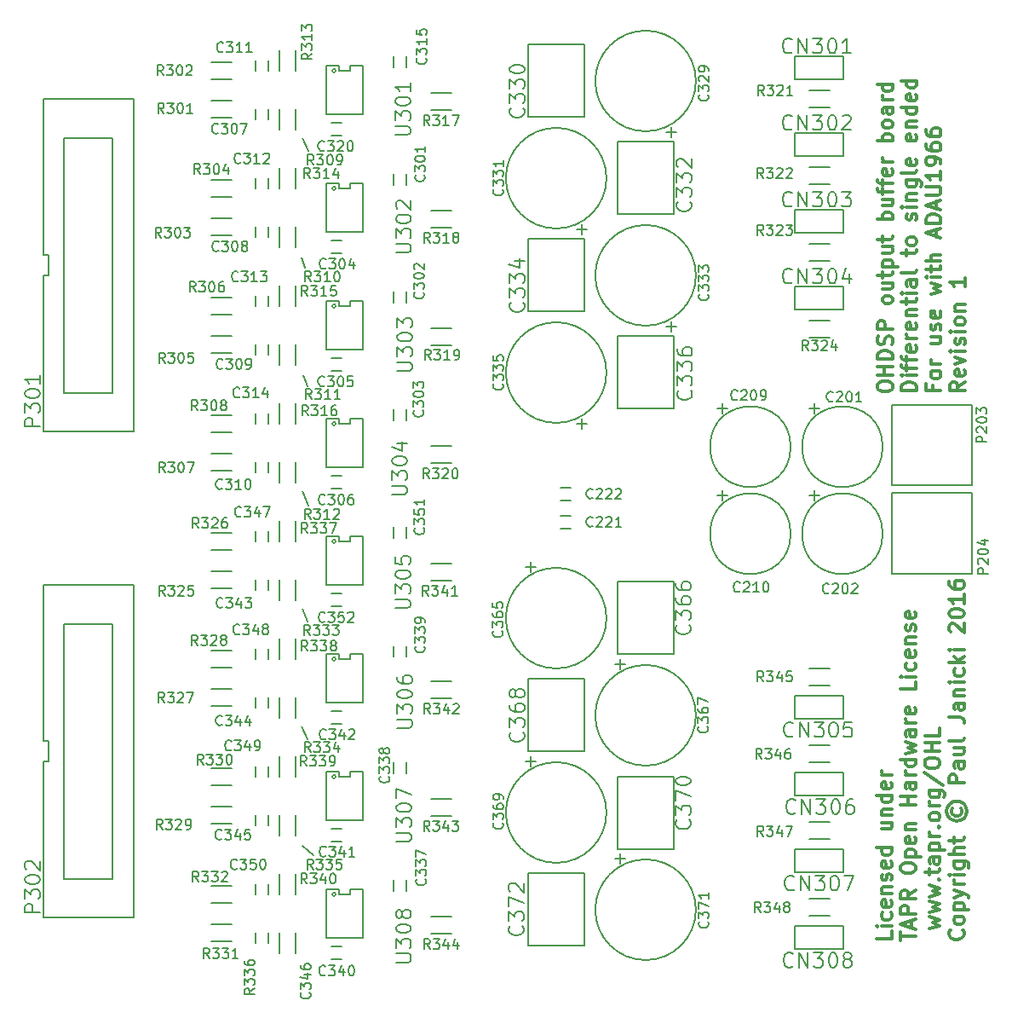
<source format=gto>
G04 #@! TF.FileFunction,Legend,Top*
%FSLAX46Y46*%
G04 Gerber Fmt 4.6, Leading zero omitted, Abs format (unit mm)*
G04 Created by KiCad (PCBNEW 4.0.1-stable) date 18/01/2016 20:35:10*
%MOMM*%
G01*
G04 APERTURE LIST*
%ADD10C,0.100000*%
%ADD11C,0.150000*%
%ADD12C,0.300000*%
G04 APERTURE END LIST*
D10*
D11*
X30505200Y74155600D02*
X30149600Y75222400D01*
X30860800Y85788800D02*
X30200400Y87008000D01*
X30759200Y62420800D02*
X30302000Y63487600D01*
X30810000Y50584400D02*
X30200400Y52006800D01*
X30708400Y39002000D02*
X30251200Y40272000D01*
X30759200Y27368800D02*
X30149600Y28638800D01*
X31318000Y15837200D02*
X30251200Y16751600D01*
D12*
X88778571Y8271429D02*
X88778571Y7557143D01*
X87278571Y7557143D01*
X88778571Y8771429D02*
X87778571Y8771429D01*
X87278571Y8771429D02*
X87350000Y8700000D01*
X87421429Y8771429D01*
X87350000Y8842857D01*
X87278571Y8771429D01*
X87421429Y8771429D01*
X88707143Y10128572D02*
X88778571Y9985715D01*
X88778571Y9700001D01*
X88707143Y9557143D01*
X88635714Y9485715D01*
X88492857Y9414286D01*
X88064286Y9414286D01*
X87921429Y9485715D01*
X87850000Y9557143D01*
X87778571Y9700001D01*
X87778571Y9985715D01*
X87850000Y10128572D01*
X88707143Y11342857D02*
X88778571Y11200000D01*
X88778571Y10914286D01*
X88707143Y10771429D01*
X88564286Y10700000D01*
X87992857Y10700000D01*
X87850000Y10771429D01*
X87778571Y10914286D01*
X87778571Y11200000D01*
X87850000Y11342857D01*
X87992857Y11414286D01*
X88135714Y11414286D01*
X88278571Y10700000D01*
X87778571Y12057143D02*
X88778571Y12057143D01*
X87921429Y12057143D02*
X87850000Y12128571D01*
X87778571Y12271429D01*
X87778571Y12485714D01*
X87850000Y12628571D01*
X87992857Y12700000D01*
X88778571Y12700000D01*
X88707143Y13342857D02*
X88778571Y13485714D01*
X88778571Y13771429D01*
X88707143Y13914286D01*
X88564286Y13985714D01*
X88492857Y13985714D01*
X88350000Y13914286D01*
X88278571Y13771429D01*
X88278571Y13557143D01*
X88207143Y13414286D01*
X88064286Y13342857D01*
X87992857Y13342857D01*
X87850000Y13414286D01*
X87778571Y13557143D01*
X87778571Y13771429D01*
X87850000Y13914286D01*
X88707143Y15200000D02*
X88778571Y15057143D01*
X88778571Y14771429D01*
X88707143Y14628572D01*
X88564286Y14557143D01*
X87992857Y14557143D01*
X87850000Y14628572D01*
X87778571Y14771429D01*
X87778571Y15057143D01*
X87850000Y15200000D01*
X87992857Y15271429D01*
X88135714Y15271429D01*
X88278571Y14557143D01*
X88778571Y16557143D02*
X87278571Y16557143D01*
X88707143Y16557143D02*
X88778571Y16414286D01*
X88778571Y16128572D01*
X88707143Y15985714D01*
X88635714Y15914286D01*
X88492857Y15842857D01*
X88064286Y15842857D01*
X87921429Y15914286D01*
X87850000Y15985714D01*
X87778571Y16128572D01*
X87778571Y16414286D01*
X87850000Y16557143D01*
X87778571Y19057143D02*
X88778571Y19057143D01*
X87778571Y18414286D02*
X88564286Y18414286D01*
X88707143Y18485714D01*
X88778571Y18628572D01*
X88778571Y18842857D01*
X88707143Y18985714D01*
X88635714Y19057143D01*
X87778571Y19771429D02*
X88778571Y19771429D01*
X87921429Y19771429D02*
X87850000Y19842857D01*
X87778571Y19985715D01*
X87778571Y20200000D01*
X87850000Y20342857D01*
X87992857Y20414286D01*
X88778571Y20414286D01*
X88778571Y21771429D02*
X87278571Y21771429D01*
X88707143Y21771429D02*
X88778571Y21628572D01*
X88778571Y21342858D01*
X88707143Y21200000D01*
X88635714Y21128572D01*
X88492857Y21057143D01*
X88064286Y21057143D01*
X87921429Y21128572D01*
X87850000Y21200000D01*
X87778571Y21342858D01*
X87778571Y21628572D01*
X87850000Y21771429D01*
X88707143Y23057143D02*
X88778571Y22914286D01*
X88778571Y22628572D01*
X88707143Y22485715D01*
X88564286Y22414286D01*
X87992857Y22414286D01*
X87850000Y22485715D01*
X87778571Y22628572D01*
X87778571Y22914286D01*
X87850000Y23057143D01*
X87992857Y23128572D01*
X88135714Y23128572D01*
X88278571Y22414286D01*
X88778571Y23771429D02*
X87778571Y23771429D01*
X88064286Y23771429D02*
X87921429Y23842857D01*
X87850000Y23914286D01*
X87778571Y24057143D01*
X87778571Y24200000D01*
X89678571Y7342857D02*
X89678571Y8200000D01*
X91178571Y7771429D02*
X89678571Y7771429D01*
X90750000Y8628571D02*
X90750000Y9342857D01*
X91178571Y8485714D02*
X89678571Y8985714D01*
X91178571Y9485714D01*
X91178571Y9985714D02*
X89678571Y9985714D01*
X89678571Y10557142D01*
X89750000Y10700000D01*
X89821429Y10771428D01*
X89964286Y10842857D01*
X90178571Y10842857D01*
X90321429Y10771428D01*
X90392857Y10700000D01*
X90464286Y10557142D01*
X90464286Y9985714D01*
X91178571Y12342857D02*
X90464286Y11842857D01*
X91178571Y11485714D02*
X89678571Y11485714D01*
X89678571Y12057142D01*
X89750000Y12200000D01*
X89821429Y12271428D01*
X89964286Y12342857D01*
X90178571Y12342857D01*
X90321429Y12271428D01*
X90392857Y12200000D01*
X90464286Y12057142D01*
X90464286Y11485714D01*
X89678571Y14414285D02*
X89678571Y14699999D01*
X89750000Y14842857D01*
X89892857Y14985714D01*
X90178571Y15057142D01*
X90678571Y15057142D01*
X90964286Y14985714D01*
X91107143Y14842857D01*
X91178571Y14699999D01*
X91178571Y14414285D01*
X91107143Y14271428D01*
X90964286Y14128571D01*
X90678571Y14057142D01*
X90178571Y14057142D01*
X89892857Y14128571D01*
X89750000Y14271428D01*
X89678571Y14414285D01*
X90178571Y15700000D02*
X91678571Y15700000D01*
X90250000Y15700000D02*
X90178571Y15842857D01*
X90178571Y16128571D01*
X90250000Y16271428D01*
X90321429Y16342857D01*
X90464286Y16414286D01*
X90892857Y16414286D01*
X91035714Y16342857D01*
X91107143Y16271428D01*
X91178571Y16128571D01*
X91178571Y15842857D01*
X91107143Y15700000D01*
X91107143Y17628571D02*
X91178571Y17485714D01*
X91178571Y17200000D01*
X91107143Y17057143D01*
X90964286Y16985714D01*
X90392857Y16985714D01*
X90250000Y17057143D01*
X90178571Y17200000D01*
X90178571Y17485714D01*
X90250000Y17628571D01*
X90392857Y17700000D01*
X90535714Y17700000D01*
X90678571Y16985714D01*
X90178571Y18342857D02*
X91178571Y18342857D01*
X90321429Y18342857D02*
X90250000Y18414285D01*
X90178571Y18557143D01*
X90178571Y18771428D01*
X90250000Y18914285D01*
X90392857Y18985714D01*
X91178571Y18985714D01*
X91178571Y20842857D02*
X89678571Y20842857D01*
X90392857Y20842857D02*
X90392857Y21700000D01*
X91178571Y21700000D02*
X89678571Y21700000D01*
X91178571Y23057143D02*
X90392857Y23057143D01*
X90250000Y22985714D01*
X90178571Y22842857D01*
X90178571Y22557143D01*
X90250000Y22414286D01*
X91107143Y23057143D02*
X91178571Y22914286D01*
X91178571Y22557143D01*
X91107143Y22414286D01*
X90964286Y22342857D01*
X90821429Y22342857D01*
X90678571Y22414286D01*
X90607143Y22557143D01*
X90607143Y22914286D01*
X90535714Y23057143D01*
X91178571Y23771429D02*
X90178571Y23771429D01*
X90464286Y23771429D02*
X90321429Y23842857D01*
X90250000Y23914286D01*
X90178571Y24057143D01*
X90178571Y24200000D01*
X91178571Y25342857D02*
X89678571Y25342857D01*
X91107143Y25342857D02*
X91178571Y25200000D01*
X91178571Y24914286D01*
X91107143Y24771428D01*
X91035714Y24700000D01*
X90892857Y24628571D01*
X90464286Y24628571D01*
X90321429Y24700000D01*
X90250000Y24771428D01*
X90178571Y24914286D01*
X90178571Y25200000D01*
X90250000Y25342857D01*
X90178571Y25914286D02*
X91178571Y26200000D01*
X90464286Y26485714D01*
X91178571Y26771429D01*
X90178571Y27057143D01*
X91178571Y28271429D02*
X90392857Y28271429D01*
X90250000Y28200000D01*
X90178571Y28057143D01*
X90178571Y27771429D01*
X90250000Y27628572D01*
X91107143Y28271429D02*
X91178571Y28128572D01*
X91178571Y27771429D01*
X91107143Y27628572D01*
X90964286Y27557143D01*
X90821429Y27557143D01*
X90678571Y27628572D01*
X90607143Y27771429D01*
X90607143Y28128572D01*
X90535714Y28271429D01*
X91178571Y28985715D02*
X90178571Y28985715D01*
X90464286Y28985715D02*
X90321429Y29057143D01*
X90250000Y29128572D01*
X90178571Y29271429D01*
X90178571Y29414286D01*
X91107143Y30485714D02*
X91178571Y30342857D01*
X91178571Y30057143D01*
X91107143Y29914286D01*
X90964286Y29842857D01*
X90392857Y29842857D01*
X90250000Y29914286D01*
X90178571Y30057143D01*
X90178571Y30342857D01*
X90250000Y30485714D01*
X90392857Y30557143D01*
X90535714Y30557143D01*
X90678571Y29842857D01*
X91178571Y33057143D02*
X91178571Y32342857D01*
X89678571Y32342857D01*
X91178571Y33557143D02*
X90178571Y33557143D01*
X89678571Y33557143D02*
X89750000Y33485714D01*
X89821429Y33557143D01*
X89750000Y33628571D01*
X89678571Y33557143D01*
X89821429Y33557143D01*
X91107143Y34914286D02*
X91178571Y34771429D01*
X91178571Y34485715D01*
X91107143Y34342857D01*
X91035714Y34271429D01*
X90892857Y34200000D01*
X90464286Y34200000D01*
X90321429Y34271429D01*
X90250000Y34342857D01*
X90178571Y34485715D01*
X90178571Y34771429D01*
X90250000Y34914286D01*
X91107143Y36128571D02*
X91178571Y35985714D01*
X91178571Y35700000D01*
X91107143Y35557143D01*
X90964286Y35485714D01*
X90392857Y35485714D01*
X90250000Y35557143D01*
X90178571Y35700000D01*
X90178571Y35985714D01*
X90250000Y36128571D01*
X90392857Y36200000D01*
X90535714Y36200000D01*
X90678571Y35485714D01*
X90178571Y36842857D02*
X91178571Y36842857D01*
X90321429Y36842857D02*
X90250000Y36914285D01*
X90178571Y37057143D01*
X90178571Y37271428D01*
X90250000Y37414285D01*
X90392857Y37485714D01*
X91178571Y37485714D01*
X91107143Y38128571D02*
X91178571Y38271428D01*
X91178571Y38557143D01*
X91107143Y38700000D01*
X90964286Y38771428D01*
X90892857Y38771428D01*
X90750000Y38700000D01*
X90678571Y38557143D01*
X90678571Y38342857D01*
X90607143Y38200000D01*
X90464286Y38128571D01*
X90392857Y38128571D01*
X90250000Y38200000D01*
X90178571Y38342857D01*
X90178571Y38557143D01*
X90250000Y38700000D01*
X91107143Y39985714D02*
X91178571Y39842857D01*
X91178571Y39557143D01*
X91107143Y39414286D01*
X90964286Y39342857D01*
X90392857Y39342857D01*
X90250000Y39414286D01*
X90178571Y39557143D01*
X90178571Y39842857D01*
X90250000Y39985714D01*
X90392857Y40057143D01*
X90535714Y40057143D01*
X90678571Y39342857D01*
X92578571Y8557143D02*
X93578571Y8842857D01*
X92864286Y9128571D01*
X93578571Y9414286D01*
X92578571Y9700000D01*
X92578571Y10128572D02*
X93578571Y10414286D01*
X92864286Y10700000D01*
X93578571Y10985715D01*
X92578571Y11271429D01*
X92578571Y11700001D02*
X93578571Y11985715D01*
X92864286Y12271429D01*
X93578571Y12557144D01*
X92578571Y12842858D01*
X93435714Y13414287D02*
X93507143Y13485715D01*
X93578571Y13414287D01*
X93507143Y13342858D01*
X93435714Y13414287D01*
X93578571Y13414287D01*
X92578571Y13914287D02*
X92578571Y14485716D01*
X92078571Y14128573D02*
X93364286Y14128573D01*
X93507143Y14200001D01*
X93578571Y14342859D01*
X93578571Y14485716D01*
X93578571Y15628573D02*
X92792857Y15628573D01*
X92650000Y15557144D01*
X92578571Y15414287D01*
X92578571Y15128573D01*
X92650000Y14985716D01*
X93507143Y15628573D02*
X93578571Y15485716D01*
X93578571Y15128573D01*
X93507143Y14985716D01*
X93364286Y14914287D01*
X93221429Y14914287D01*
X93078571Y14985716D01*
X93007143Y15128573D01*
X93007143Y15485716D01*
X92935714Y15628573D01*
X92578571Y16342859D02*
X94078571Y16342859D01*
X92650000Y16342859D02*
X92578571Y16485716D01*
X92578571Y16771430D01*
X92650000Y16914287D01*
X92721429Y16985716D01*
X92864286Y17057145D01*
X93292857Y17057145D01*
X93435714Y16985716D01*
X93507143Y16914287D01*
X93578571Y16771430D01*
X93578571Y16485716D01*
X93507143Y16342859D01*
X93578571Y17700002D02*
X92578571Y17700002D01*
X92864286Y17700002D02*
X92721429Y17771430D01*
X92650000Y17842859D01*
X92578571Y17985716D01*
X92578571Y18128573D01*
X93435714Y18628573D02*
X93507143Y18700001D01*
X93578571Y18628573D01*
X93507143Y18557144D01*
X93435714Y18628573D01*
X93578571Y18628573D01*
X93578571Y19557145D02*
X93507143Y19414287D01*
X93435714Y19342859D01*
X93292857Y19271430D01*
X92864286Y19271430D01*
X92721429Y19342859D01*
X92650000Y19414287D01*
X92578571Y19557145D01*
X92578571Y19771430D01*
X92650000Y19914287D01*
X92721429Y19985716D01*
X92864286Y20057145D01*
X93292857Y20057145D01*
X93435714Y19985716D01*
X93507143Y19914287D01*
X93578571Y19771430D01*
X93578571Y19557145D01*
X93578571Y20700002D02*
X92578571Y20700002D01*
X92864286Y20700002D02*
X92721429Y20771430D01*
X92650000Y20842859D01*
X92578571Y20985716D01*
X92578571Y21128573D01*
X92578571Y22271430D02*
X93792857Y22271430D01*
X93935714Y22200001D01*
X94007143Y22128573D01*
X94078571Y21985716D01*
X94078571Y21771430D01*
X94007143Y21628573D01*
X93507143Y22271430D02*
X93578571Y22128573D01*
X93578571Y21842859D01*
X93507143Y21700001D01*
X93435714Y21628573D01*
X93292857Y21557144D01*
X92864286Y21557144D01*
X92721429Y21628573D01*
X92650000Y21700001D01*
X92578571Y21842859D01*
X92578571Y22128573D01*
X92650000Y22271430D01*
X92007143Y24057144D02*
X93935714Y22771430D01*
X92078571Y24842859D02*
X92078571Y25128573D01*
X92150000Y25271431D01*
X92292857Y25414288D01*
X92578571Y25485716D01*
X93078571Y25485716D01*
X93364286Y25414288D01*
X93507143Y25271431D01*
X93578571Y25128573D01*
X93578571Y24842859D01*
X93507143Y24700002D01*
X93364286Y24557145D01*
X93078571Y24485716D01*
X92578571Y24485716D01*
X92292857Y24557145D01*
X92150000Y24700002D01*
X92078571Y24842859D01*
X93578571Y26128574D02*
X92078571Y26128574D01*
X92792857Y26128574D02*
X92792857Y26985717D01*
X93578571Y26985717D02*
X92078571Y26985717D01*
X93578571Y28414289D02*
X93578571Y27700003D01*
X92078571Y27700003D01*
X95835714Y8414286D02*
X95907143Y8342857D01*
X95978571Y8128571D01*
X95978571Y7985714D01*
X95907143Y7771429D01*
X95764286Y7628571D01*
X95621429Y7557143D01*
X95335714Y7485714D01*
X95121429Y7485714D01*
X94835714Y7557143D01*
X94692857Y7628571D01*
X94550000Y7771429D01*
X94478571Y7985714D01*
X94478571Y8128571D01*
X94550000Y8342857D01*
X94621429Y8414286D01*
X95978571Y9271429D02*
X95907143Y9128571D01*
X95835714Y9057143D01*
X95692857Y8985714D01*
X95264286Y8985714D01*
X95121429Y9057143D01*
X95050000Y9128571D01*
X94978571Y9271429D01*
X94978571Y9485714D01*
X95050000Y9628571D01*
X95121429Y9700000D01*
X95264286Y9771429D01*
X95692857Y9771429D01*
X95835714Y9700000D01*
X95907143Y9628571D01*
X95978571Y9485714D01*
X95978571Y9271429D01*
X94978571Y10414286D02*
X96478571Y10414286D01*
X95050000Y10414286D02*
X94978571Y10557143D01*
X94978571Y10842857D01*
X95050000Y10985714D01*
X95121429Y11057143D01*
X95264286Y11128572D01*
X95692857Y11128572D01*
X95835714Y11057143D01*
X95907143Y10985714D01*
X95978571Y10842857D01*
X95978571Y10557143D01*
X95907143Y10414286D01*
X94978571Y11628572D02*
X95978571Y11985715D01*
X94978571Y12342857D02*
X95978571Y11985715D01*
X96335714Y11842857D01*
X96407143Y11771429D01*
X96478571Y11628572D01*
X95978571Y12914286D02*
X94978571Y12914286D01*
X95264286Y12914286D02*
X95121429Y12985714D01*
X95050000Y13057143D01*
X94978571Y13200000D01*
X94978571Y13342857D01*
X95978571Y13842857D02*
X94978571Y13842857D01*
X94478571Y13842857D02*
X94550000Y13771428D01*
X94621429Y13842857D01*
X94550000Y13914285D01*
X94478571Y13842857D01*
X94621429Y13842857D01*
X94978571Y15200000D02*
X96192857Y15200000D01*
X96335714Y15128571D01*
X96407143Y15057143D01*
X96478571Y14914286D01*
X96478571Y14700000D01*
X96407143Y14557143D01*
X95907143Y15200000D02*
X95978571Y15057143D01*
X95978571Y14771429D01*
X95907143Y14628571D01*
X95835714Y14557143D01*
X95692857Y14485714D01*
X95264286Y14485714D01*
X95121429Y14557143D01*
X95050000Y14628571D01*
X94978571Y14771429D01*
X94978571Y15057143D01*
X95050000Y15200000D01*
X95978571Y15914286D02*
X94478571Y15914286D01*
X95978571Y16557143D02*
X95192857Y16557143D01*
X95050000Y16485714D01*
X94978571Y16342857D01*
X94978571Y16128572D01*
X95050000Y15985714D01*
X95121429Y15914286D01*
X94978571Y17057143D02*
X94978571Y17628572D01*
X94478571Y17271429D02*
X95764286Y17271429D01*
X95907143Y17342857D01*
X95978571Y17485715D01*
X95978571Y17628572D01*
X94835714Y20485715D02*
X94764286Y20342857D01*
X94764286Y20057143D01*
X94835714Y19914286D01*
X94978571Y19771429D01*
X95121429Y19700000D01*
X95407143Y19700000D01*
X95550000Y19771429D01*
X95692857Y19914286D01*
X95764286Y20057143D01*
X95764286Y20342857D01*
X95692857Y20485715D01*
X94264286Y20200000D02*
X94335714Y19842857D01*
X94550000Y19485715D01*
X94907143Y19271429D01*
X95264286Y19200000D01*
X95621429Y19271429D01*
X95978571Y19485715D01*
X96192857Y19842857D01*
X96264286Y20200000D01*
X96192857Y20557143D01*
X95978571Y20914286D01*
X95621429Y21128572D01*
X95264286Y21200000D01*
X94907143Y21128572D01*
X94550000Y20914286D01*
X94335714Y20557143D01*
X94264286Y20200000D01*
X95978571Y22985715D02*
X94478571Y22985715D01*
X94478571Y23557143D01*
X94550000Y23700001D01*
X94621429Y23771429D01*
X94764286Y23842858D01*
X94978571Y23842858D01*
X95121429Y23771429D01*
X95192857Y23700001D01*
X95264286Y23557143D01*
X95264286Y22985715D01*
X95978571Y25128572D02*
X95192857Y25128572D01*
X95050000Y25057143D01*
X94978571Y24914286D01*
X94978571Y24628572D01*
X95050000Y24485715D01*
X95907143Y25128572D02*
X95978571Y24985715D01*
X95978571Y24628572D01*
X95907143Y24485715D01*
X95764286Y24414286D01*
X95621429Y24414286D01*
X95478571Y24485715D01*
X95407143Y24628572D01*
X95407143Y24985715D01*
X95335714Y25128572D01*
X94978571Y26485715D02*
X95978571Y26485715D01*
X94978571Y25842858D02*
X95764286Y25842858D01*
X95907143Y25914286D01*
X95978571Y26057144D01*
X95978571Y26271429D01*
X95907143Y26414286D01*
X95835714Y26485715D01*
X95978571Y27414287D02*
X95907143Y27271429D01*
X95764286Y27200001D01*
X94478571Y27200001D01*
X94478571Y29557143D02*
X95550000Y29557143D01*
X95764286Y29485715D01*
X95907143Y29342858D01*
X95978571Y29128572D01*
X95978571Y28985715D01*
X95978571Y30914286D02*
X95192857Y30914286D01*
X95050000Y30842857D01*
X94978571Y30700000D01*
X94978571Y30414286D01*
X95050000Y30271429D01*
X95907143Y30914286D02*
X95978571Y30771429D01*
X95978571Y30414286D01*
X95907143Y30271429D01*
X95764286Y30200000D01*
X95621429Y30200000D01*
X95478571Y30271429D01*
X95407143Y30414286D01*
X95407143Y30771429D01*
X95335714Y30914286D01*
X94978571Y31628572D02*
X95978571Y31628572D01*
X95121429Y31628572D02*
X95050000Y31700000D01*
X94978571Y31842858D01*
X94978571Y32057143D01*
X95050000Y32200000D01*
X95192857Y32271429D01*
X95978571Y32271429D01*
X95978571Y32985715D02*
X94978571Y32985715D01*
X94478571Y32985715D02*
X94550000Y32914286D01*
X94621429Y32985715D01*
X94550000Y33057143D01*
X94478571Y32985715D01*
X94621429Y32985715D01*
X95907143Y34342858D02*
X95978571Y34200001D01*
X95978571Y33914287D01*
X95907143Y33771429D01*
X95835714Y33700001D01*
X95692857Y33628572D01*
X95264286Y33628572D01*
X95121429Y33700001D01*
X95050000Y33771429D01*
X94978571Y33914287D01*
X94978571Y34200001D01*
X95050000Y34342858D01*
X95978571Y34985715D02*
X94478571Y34985715D01*
X95407143Y35128572D02*
X95978571Y35557143D01*
X94978571Y35557143D02*
X95550000Y34985715D01*
X95978571Y36200001D02*
X94978571Y36200001D01*
X94478571Y36200001D02*
X94550000Y36128572D01*
X94621429Y36200001D01*
X94550000Y36271429D01*
X94478571Y36200001D01*
X94621429Y36200001D01*
X94621429Y37985715D02*
X94550000Y38057144D01*
X94478571Y38200001D01*
X94478571Y38557144D01*
X94550000Y38700001D01*
X94621429Y38771430D01*
X94764286Y38842858D01*
X94907143Y38842858D01*
X95121429Y38771430D01*
X95978571Y37914287D01*
X95978571Y38842858D01*
X94478571Y39771429D02*
X94478571Y39914286D01*
X94550000Y40057143D01*
X94621429Y40128572D01*
X94764286Y40200001D01*
X95050000Y40271429D01*
X95407143Y40271429D01*
X95692857Y40200001D01*
X95835714Y40128572D01*
X95907143Y40057143D01*
X95978571Y39914286D01*
X95978571Y39771429D01*
X95907143Y39628572D01*
X95835714Y39557143D01*
X95692857Y39485715D01*
X95407143Y39414286D01*
X95050000Y39414286D01*
X94764286Y39485715D01*
X94621429Y39557143D01*
X94550000Y39628572D01*
X94478571Y39771429D01*
X95978571Y41700000D02*
X95978571Y40842857D01*
X95978571Y41271429D02*
X94478571Y41271429D01*
X94692857Y41128572D01*
X94835714Y40985714D01*
X94907143Y40842857D01*
X94478571Y42985714D02*
X94478571Y42700000D01*
X94550000Y42557143D01*
X94621429Y42485714D01*
X94835714Y42342857D01*
X95121429Y42271428D01*
X95692857Y42271428D01*
X95835714Y42342857D01*
X95907143Y42414285D01*
X95978571Y42557143D01*
X95978571Y42842857D01*
X95907143Y42985714D01*
X95835714Y43057143D01*
X95692857Y43128571D01*
X95335714Y43128571D01*
X95192857Y43057143D01*
X95121429Y42985714D01*
X95050000Y42842857D01*
X95050000Y42557143D01*
X95121429Y42414285D01*
X95192857Y42342857D01*
X95335714Y42271428D01*
X87378571Y62242857D02*
X87378571Y62528571D01*
X87450000Y62671429D01*
X87592857Y62814286D01*
X87878571Y62885714D01*
X88378571Y62885714D01*
X88664286Y62814286D01*
X88807143Y62671429D01*
X88878571Y62528571D01*
X88878571Y62242857D01*
X88807143Y62100000D01*
X88664286Y61957143D01*
X88378571Y61885714D01*
X87878571Y61885714D01*
X87592857Y61957143D01*
X87450000Y62100000D01*
X87378571Y62242857D01*
X88878571Y63528572D02*
X87378571Y63528572D01*
X88092857Y63528572D02*
X88092857Y64385715D01*
X88878571Y64385715D02*
X87378571Y64385715D01*
X88878571Y65100001D02*
X87378571Y65100001D01*
X87378571Y65457144D01*
X87450000Y65671429D01*
X87592857Y65814287D01*
X87735714Y65885715D01*
X88021429Y65957144D01*
X88235714Y65957144D01*
X88521429Y65885715D01*
X88664286Y65814287D01*
X88807143Y65671429D01*
X88878571Y65457144D01*
X88878571Y65100001D01*
X88807143Y66528572D02*
X88878571Y66742858D01*
X88878571Y67100001D01*
X88807143Y67242858D01*
X88735714Y67314287D01*
X88592857Y67385715D01*
X88450000Y67385715D01*
X88307143Y67314287D01*
X88235714Y67242858D01*
X88164286Y67100001D01*
X88092857Y66814287D01*
X88021429Y66671429D01*
X87950000Y66600001D01*
X87807143Y66528572D01*
X87664286Y66528572D01*
X87521429Y66600001D01*
X87450000Y66671429D01*
X87378571Y66814287D01*
X87378571Y67171429D01*
X87450000Y67385715D01*
X88878571Y68028572D02*
X87378571Y68028572D01*
X87378571Y68600000D01*
X87450000Y68742858D01*
X87521429Y68814286D01*
X87664286Y68885715D01*
X87878571Y68885715D01*
X88021429Y68814286D01*
X88092857Y68742858D01*
X88164286Y68600000D01*
X88164286Y68028572D01*
X88878571Y70885715D02*
X88807143Y70742857D01*
X88735714Y70671429D01*
X88592857Y70600000D01*
X88164286Y70600000D01*
X88021429Y70671429D01*
X87950000Y70742857D01*
X87878571Y70885715D01*
X87878571Y71100000D01*
X87950000Y71242857D01*
X88021429Y71314286D01*
X88164286Y71385715D01*
X88592857Y71385715D01*
X88735714Y71314286D01*
X88807143Y71242857D01*
X88878571Y71100000D01*
X88878571Y70885715D01*
X87878571Y72671429D02*
X88878571Y72671429D01*
X87878571Y72028572D02*
X88664286Y72028572D01*
X88807143Y72100000D01*
X88878571Y72242858D01*
X88878571Y72457143D01*
X88807143Y72600000D01*
X88735714Y72671429D01*
X87878571Y73171429D02*
X87878571Y73742858D01*
X87378571Y73385715D02*
X88664286Y73385715D01*
X88807143Y73457143D01*
X88878571Y73600001D01*
X88878571Y73742858D01*
X87878571Y74242858D02*
X89378571Y74242858D01*
X87950000Y74242858D02*
X87878571Y74385715D01*
X87878571Y74671429D01*
X87950000Y74814286D01*
X88021429Y74885715D01*
X88164286Y74957144D01*
X88592857Y74957144D01*
X88735714Y74885715D01*
X88807143Y74814286D01*
X88878571Y74671429D01*
X88878571Y74385715D01*
X88807143Y74242858D01*
X87878571Y76242858D02*
X88878571Y76242858D01*
X87878571Y75600001D02*
X88664286Y75600001D01*
X88807143Y75671429D01*
X88878571Y75814287D01*
X88878571Y76028572D01*
X88807143Y76171429D01*
X88735714Y76242858D01*
X87878571Y76742858D02*
X87878571Y77314287D01*
X87378571Y76957144D02*
X88664286Y76957144D01*
X88807143Y77028572D01*
X88878571Y77171430D01*
X88878571Y77314287D01*
X88878571Y78957144D02*
X87378571Y78957144D01*
X87950000Y78957144D02*
X87878571Y79100001D01*
X87878571Y79385715D01*
X87950000Y79528572D01*
X88021429Y79600001D01*
X88164286Y79671430D01*
X88592857Y79671430D01*
X88735714Y79600001D01*
X88807143Y79528572D01*
X88878571Y79385715D01*
X88878571Y79100001D01*
X88807143Y78957144D01*
X87878571Y80957144D02*
X88878571Y80957144D01*
X87878571Y80314287D02*
X88664286Y80314287D01*
X88807143Y80385715D01*
X88878571Y80528573D01*
X88878571Y80742858D01*
X88807143Y80885715D01*
X88735714Y80957144D01*
X87878571Y81457144D02*
X87878571Y82028573D01*
X88878571Y81671430D02*
X87592857Y81671430D01*
X87450000Y81742858D01*
X87378571Y81885716D01*
X87378571Y82028573D01*
X87878571Y82314287D02*
X87878571Y82885716D01*
X88878571Y82528573D02*
X87592857Y82528573D01*
X87450000Y82600001D01*
X87378571Y82742859D01*
X87378571Y82885716D01*
X88807143Y83957144D02*
X88878571Y83814287D01*
X88878571Y83528573D01*
X88807143Y83385716D01*
X88664286Y83314287D01*
X88092857Y83314287D01*
X87950000Y83385716D01*
X87878571Y83528573D01*
X87878571Y83814287D01*
X87950000Y83957144D01*
X88092857Y84028573D01*
X88235714Y84028573D01*
X88378571Y83314287D01*
X88878571Y84671430D02*
X87878571Y84671430D01*
X88164286Y84671430D02*
X88021429Y84742858D01*
X87950000Y84814287D01*
X87878571Y84957144D01*
X87878571Y85100001D01*
X88878571Y86742858D02*
X87378571Y86742858D01*
X87950000Y86742858D02*
X87878571Y86885715D01*
X87878571Y87171429D01*
X87950000Y87314286D01*
X88021429Y87385715D01*
X88164286Y87457144D01*
X88592857Y87457144D01*
X88735714Y87385715D01*
X88807143Y87314286D01*
X88878571Y87171429D01*
X88878571Y86885715D01*
X88807143Y86742858D01*
X88878571Y88314287D02*
X88807143Y88171429D01*
X88735714Y88100001D01*
X88592857Y88028572D01*
X88164286Y88028572D01*
X88021429Y88100001D01*
X87950000Y88171429D01*
X87878571Y88314287D01*
X87878571Y88528572D01*
X87950000Y88671429D01*
X88021429Y88742858D01*
X88164286Y88814287D01*
X88592857Y88814287D01*
X88735714Y88742858D01*
X88807143Y88671429D01*
X88878571Y88528572D01*
X88878571Y88314287D01*
X88878571Y90100001D02*
X88092857Y90100001D01*
X87950000Y90028572D01*
X87878571Y89885715D01*
X87878571Y89600001D01*
X87950000Y89457144D01*
X88807143Y90100001D02*
X88878571Y89957144D01*
X88878571Y89600001D01*
X88807143Y89457144D01*
X88664286Y89385715D01*
X88521429Y89385715D01*
X88378571Y89457144D01*
X88307143Y89600001D01*
X88307143Y89957144D01*
X88235714Y90100001D01*
X88878571Y90814287D02*
X87878571Y90814287D01*
X88164286Y90814287D02*
X88021429Y90885715D01*
X87950000Y90957144D01*
X87878571Y91100001D01*
X87878571Y91242858D01*
X88878571Y92385715D02*
X87378571Y92385715D01*
X88807143Y92385715D02*
X88878571Y92242858D01*
X88878571Y91957144D01*
X88807143Y91814286D01*
X88735714Y91742858D01*
X88592857Y91671429D01*
X88164286Y91671429D01*
X88021429Y91742858D01*
X87950000Y91814286D01*
X87878571Y91957144D01*
X87878571Y92242858D01*
X87950000Y92385715D01*
X91278571Y61957143D02*
X89778571Y61957143D01*
X89778571Y62314286D01*
X89850000Y62528571D01*
X89992857Y62671429D01*
X90135714Y62742857D01*
X90421429Y62814286D01*
X90635714Y62814286D01*
X90921429Y62742857D01*
X91064286Y62671429D01*
X91207143Y62528571D01*
X91278571Y62314286D01*
X91278571Y61957143D01*
X91278571Y63457143D02*
X90278571Y63457143D01*
X89778571Y63457143D02*
X89850000Y63385714D01*
X89921429Y63457143D01*
X89850000Y63528571D01*
X89778571Y63457143D01*
X89921429Y63457143D01*
X90278571Y63957143D02*
X90278571Y64528572D01*
X91278571Y64171429D02*
X89992857Y64171429D01*
X89850000Y64242857D01*
X89778571Y64385715D01*
X89778571Y64528572D01*
X90278571Y64814286D02*
X90278571Y65385715D01*
X91278571Y65028572D02*
X89992857Y65028572D01*
X89850000Y65100000D01*
X89778571Y65242858D01*
X89778571Y65385715D01*
X91207143Y66457143D02*
X91278571Y66314286D01*
X91278571Y66028572D01*
X91207143Y65885715D01*
X91064286Y65814286D01*
X90492857Y65814286D01*
X90350000Y65885715D01*
X90278571Y66028572D01*
X90278571Y66314286D01*
X90350000Y66457143D01*
X90492857Y66528572D01*
X90635714Y66528572D01*
X90778571Y65814286D01*
X91278571Y67171429D02*
X90278571Y67171429D01*
X90564286Y67171429D02*
X90421429Y67242857D01*
X90350000Y67314286D01*
X90278571Y67457143D01*
X90278571Y67600000D01*
X91207143Y68671428D02*
X91278571Y68528571D01*
X91278571Y68242857D01*
X91207143Y68100000D01*
X91064286Y68028571D01*
X90492857Y68028571D01*
X90350000Y68100000D01*
X90278571Y68242857D01*
X90278571Y68528571D01*
X90350000Y68671428D01*
X90492857Y68742857D01*
X90635714Y68742857D01*
X90778571Y68028571D01*
X90278571Y69385714D02*
X91278571Y69385714D01*
X90421429Y69385714D02*
X90350000Y69457142D01*
X90278571Y69600000D01*
X90278571Y69814285D01*
X90350000Y69957142D01*
X90492857Y70028571D01*
X91278571Y70028571D01*
X90278571Y70528571D02*
X90278571Y71100000D01*
X89778571Y70742857D02*
X91064286Y70742857D01*
X91207143Y70814285D01*
X91278571Y70957143D01*
X91278571Y71100000D01*
X91278571Y71600000D02*
X90278571Y71600000D01*
X89778571Y71600000D02*
X89850000Y71528571D01*
X89921429Y71600000D01*
X89850000Y71671428D01*
X89778571Y71600000D01*
X89921429Y71600000D01*
X91278571Y72957143D02*
X90492857Y72957143D01*
X90350000Y72885714D01*
X90278571Y72742857D01*
X90278571Y72457143D01*
X90350000Y72314286D01*
X91207143Y72957143D02*
X91278571Y72814286D01*
X91278571Y72457143D01*
X91207143Y72314286D01*
X91064286Y72242857D01*
X90921429Y72242857D01*
X90778571Y72314286D01*
X90707143Y72457143D01*
X90707143Y72814286D01*
X90635714Y72957143D01*
X91278571Y73885715D02*
X91207143Y73742857D01*
X91064286Y73671429D01*
X89778571Y73671429D01*
X90278571Y75385714D02*
X90278571Y75957143D01*
X89778571Y75600000D02*
X91064286Y75600000D01*
X91207143Y75671428D01*
X91278571Y75814286D01*
X91278571Y75957143D01*
X91278571Y76671429D02*
X91207143Y76528571D01*
X91135714Y76457143D01*
X90992857Y76385714D01*
X90564286Y76385714D01*
X90421429Y76457143D01*
X90350000Y76528571D01*
X90278571Y76671429D01*
X90278571Y76885714D01*
X90350000Y77028571D01*
X90421429Y77100000D01*
X90564286Y77171429D01*
X90992857Y77171429D01*
X91135714Y77100000D01*
X91207143Y77028571D01*
X91278571Y76885714D01*
X91278571Y76671429D01*
X91207143Y78885714D02*
X91278571Y79028571D01*
X91278571Y79314286D01*
X91207143Y79457143D01*
X91064286Y79528571D01*
X90992857Y79528571D01*
X90850000Y79457143D01*
X90778571Y79314286D01*
X90778571Y79100000D01*
X90707143Y78957143D01*
X90564286Y78885714D01*
X90492857Y78885714D01*
X90350000Y78957143D01*
X90278571Y79100000D01*
X90278571Y79314286D01*
X90350000Y79457143D01*
X91278571Y80171429D02*
X90278571Y80171429D01*
X89778571Y80171429D02*
X89850000Y80100000D01*
X89921429Y80171429D01*
X89850000Y80242857D01*
X89778571Y80171429D01*
X89921429Y80171429D01*
X90278571Y80885715D02*
X91278571Y80885715D01*
X90421429Y80885715D02*
X90350000Y80957143D01*
X90278571Y81100001D01*
X90278571Y81314286D01*
X90350000Y81457143D01*
X90492857Y81528572D01*
X91278571Y81528572D01*
X90278571Y82885715D02*
X91492857Y82885715D01*
X91635714Y82814286D01*
X91707143Y82742858D01*
X91778571Y82600001D01*
X91778571Y82385715D01*
X91707143Y82242858D01*
X91207143Y82885715D02*
X91278571Y82742858D01*
X91278571Y82457144D01*
X91207143Y82314286D01*
X91135714Y82242858D01*
X90992857Y82171429D01*
X90564286Y82171429D01*
X90421429Y82242858D01*
X90350000Y82314286D01*
X90278571Y82457144D01*
X90278571Y82742858D01*
X90350000Y82885715D01*
X91278571Y83814287D02*
X91207143Y83671429D01*
X91064286Y83600001D01*
X89778571Y83600001D01*
X91207143Y84957143D02*
X91278571Y84814286D01*
X91278571Y84528572D01*
X91207143Y84385715D01*
X91064286Y84314286D01*
X90492857Y84314286D01*
X90350000Y84385715D01*
X90278571Y84528572D01*
X90278571Y84814286D01*
X90350000Y84957143D01*
X90492857Y85028572D01*
X90635714Y85028572D01*
X90778571Y84314286D01*
X91207143Y87385714D02*
X91278571Y87242857D01*
X91278571Y86957143D01*
X91207143Y86814286D01*
X91064286Y86742857D01*
X90492857Y86742857D01*
X90350000Y86814286D01*
X90278571Y86957143D01*
X90278571Y87242857D01*
X90350000Y87385714D01*
X90492857Y87457143D01*
X90635714Y87457143D01*
X90778571Y86742857D01*
X90278571Y88100000D02*
X91278571Y88100000D01*
X90421429Y88100000D02*
X90350000Y88171428D01*
X90278571Y88314286D01*
X90278571Y88528571D01*
X90350000Y88671428D01*
X90492857Y88742857D01*
X91278571Y88742857D01*
X91278571Y90100000D02*
X89778571Y90100000D01*
X91207143Y90100000D02*
X91278571Y89957143D01*
X91278571Y89671429D01*
X91207143Y89528571D01*
X91135714Y89457143D01*
X90992857Y89385714D01*
X90564286Y89385714D01*
X90421429Y89457143D01*
X90350000Y89528571D01*
X90278571Y89671429D01*
X90278571Y89957143D01*
X90350000Y90100000D01*
X91207143Y91385714D02*
X91278571Y91242857D01*
X91278571Y90957143D01*
X91207143Y90814286D01*
X91064286Y90742857D01*
X90492857Y90742857D01*
X90350000Y90814286D01*
X90278571Y90957143D01*
X90278571Y91242857D01*
X90350000Y91385714D01*
X90492857Y91457143D01*
X90635714Y91457143D01*
X90778571Y90742857D01*
X91278571Y92742857D02*
X89778571Y92742857D01*
X91207143Y92742857D02*
X91278571Y92600000D01*
X91278571Y92314286D01*
X91207143Y92171428D01*
X91135714Y92100000D01*
X90992857Y92028571D01*
X90564286Y92028571D01*
X90421429Y92100000D01*
X90350000Y92171428D01*
X90278571Y92314286D01*
X90278571Y92600000D01*
X90350000Y92742857D01*
X92892857Y62457143D02*
X92892857Y61957143D01*
X93678571Y61957143D02*
X92178571Y61957143D01*
X92178571Y62671429D01*
X93678571Y63457143D02*
X93607143Y63314285D01*
X93535714Y63242857D01*
X93392857Y63171428D01*
X92964286Y63171428D01*
X92821429Y63242857D01*
X92750000Y63314285D01*
X92678571Y63457143D01*
X92678571Y63671428D01*
X92750000Y63814285D01*
X92821429Y63885714D01*
X92964286Y63957143D01*
X93392857Y63957143D01*
X93535714Y63885714D01*
X93607143Y63814285D01*
X93678571Y63671428D01*
X93678571Y63457143D01*
X93678571Y64600000D02*
X92678571Y64600000D01*
X92964286Y64600000D02*
X92821429Y64671428D01*
X92750000Y64742857D01*
X92678571Y64885714D01*
X92678571Y65028571D01*
X92678571Y67314285D02*
X93678571Y67314285D01*
X92678571Y66671428D02*
X93464286Y66671428D01*
X93607143Y66742856D01*
X93678571Y66885714D01*
X93678571Y67099999D01*
X93607143Y67242856D01*
X93535714Y67314285D01*
X93607143Y67957142D02*
X93678571Y68099999D01*
X93678571Y68385714D01*
X93607143Y68528571D01*
X93464286Y68599999D01*
X93392857Y68599999D01*
X93250000Y68528571D01*
X93178571Y68385714D01*
X93178571Y68171428D01*
X93107143Y68028571D01*
X92964286Y67957142D01*
X92892857Y67957142D01*
X92750000Y68028571D01*
X92678571Y68171428D01*
X92678571Y68385714D01*
X92750000Y68528571D01*
X93607143Y69814285D02*
X93678571Y69671428D01*
X93678571Y69385714D01*
X93607143Y69242857D01*
X93464286Y69171428D01*
X92892857Y69171428D01*
X92750000Y69242857D01*
X92678571Y69385714D01*
X92678571Y69671428D01*
X92750000Y69814285D01*
X92892857Y69885714D01*
X93035714Y69885714D01*
X93178571Y69171428D01*
X92678571Y71528571D02*
X93678571Y71814285D01*
X92964286Y72099999D01*
X93678571Y72385714D01*
X92678571Y72671428D01*
X93678571Y73242857D02*
X92678571Y73242857D01*
X92178571Y73242857D02*
X92250000Y73171428D01*
X92321429Y73242857D01*
X92250000Y73314285D01*
X92178571Y73242857D01*
X92321429Y73242857D01*
X92678571Y73742857D02*
X92678571Y74314286D01*
X92178571Y73957143D02*
X93464286Y73957143D01*
X93607143Y74028571D01*
X93678571Y74171429D01*
X93678571Y74314286D01*
X93678571Y74814286D02*
X92178571Y74814286D01*
X93678571Y75457143D02*
X92892857Y75457143D01*
X92750000Y75385714D01*
X92678571Y75242857D01*
X92678571Y75028572D01*
X92750000Y74885714D01*
X92821429Y74814286D01*
X93250000Y77242857D02*
X93250000Y77957143D01*
X93678571Y77100000D02*
X92178571Y77600000D01*
X93678571Y78100000D01*
X93678571Y78600000D02*
X92178571Y78600000D01*
X92178571Y78957143D01*
X92250000Y79171428D01*
X92392857Y79314286D01*
X92535714Y79385714D01*
X92821429Y79457143D01*
X93035714Y79457143D01*
X93321429Y79385714D01*
X93464286Y79314286D01*
X93607143Y79171428D01*
X93678571Y78957143D01*
X93678571Y78600000D01*
X93250000Y80028571D02*
X93250000Y80742857D01*
X93678571Y79885714D02*
X92178571Y80385714D01*
X93678571Y80885714D01*
X92178571Y81385714D02*
X93392857Y81385714D01*
X93535714Y81457142D01*
X93607143Y81528571D01*
X93678571Y81671428D01*
X93678571Y81957142D01*
X93607143Y82100000D01*
X93535714Y82171428D01*
X93392857Y82242857D01*
X92178571Y82242857D01*
X93678571Y83742857D02*
X93678571Y82885714D01*
X93678571Y83314286D02*
X92178571Y83314286D01*
X92392857Y83171429D01*
X92535714Y83028571D01*
X92607143Y82885714D01*
X93678571Y84457142D02*
X93678571Y84742857D01*
X93607143Y84885714D01*
X93535714Y84957142D01*
X93321429Y85100000D01*
X93035714Y85171428D01*
X92464286Y85171428D01*
X92321429Y85100000D01*
X92250000Y85028571D01*
X92178571Y84885714D01*
X92178571Y84600000D01*
X92250000Y84457142D01*
X92321429Y84385714D01*
X92464286Y84314285D01*
X92821429Y84314285D01*
X92964286Y84385714D01*
X93035714Y84457142D01*
X93107143Y84600000D01*
X93107143Y84885714D01*
X93035714Y85028571D01*
X92964286Y85100000D01*
X92821429Y85171428D01*
X92178571Y86457142D02*
X92178571Y86171428D01*
X92250000Y86028571D01*
X92321429Y85957142D01*
X92535714Y85814285D01*
X92821429Y85742856D01*
X93392857Y85742856D01*
X93535714Y85814285D01*
X93607143Y85885713D01*
X93678571Y86028571D01*
X93678571Y86314285D01*
X93607143Y86457142D01*
X93535714Y86528571D01*
X93392857Y86599999D01*
X93035714Y86599999D01*
X92892857Y86528571D01*
X92821429Y86457142D01*
X92750000Y86314285D01*
X92750000Y86028571D01*
X92821429Y85885713D01*
X92892857Y85814285D01*
X93035714Y85742856D01*
X92178571Y87885713D02*
X92178571Y87599999D01*
X92250000Y87457142D01*
X92321429Y87385713D01*
X92535714Y87242856D01*
X92821429Y87171427D01*
X93392857Y87171427D01*
X93535714Y87242856D01*
X93607143Y87314284D01*
X93678571Y87457142D01*
X93678571Y87742856D01*
X93607143Y87885713D01*
X93535714Y87957142D01*
X93392857Y88028570D01*
X93035714Y88028570D01*
X92892857Y87957142D01*
X92821429Y87885713D01*
X92750000Y87742856D01*
X92750000Y87457142D01*
X92821429Y87314284D01*
X92892857Y87242856D01*
X93035714Y87171427D01*
X96078571Y62814286D02*
X95364286Y62314286D01*
X96078571Y61957143D02*
X94578571Y61957143D01*
X94578571Y62528571D01*
X94650000Y62671429D01*
X94721429Y62742857D01*
X94864286Y62814286D01*
X95078571Y62814286D01*
X95221429Y62742857D01*
X95292857Y62671429D01*
X95364286Y62528571D01*
X95364286Y61957143D01*
X96007143Y64028571D02*
X96078571Y63885714D01*
X96078571Y63600000D01*
X96007143Y63457143D01*
X95864286Y63385714D01*
X95292857Y63385714D01*
X95150000Y63457143D01*
X95078571Y63600000D01*
X95078571Y63885714D01*
X95150000Y64028571D01*
X95292857Y64100000D01*
X95435714Y64100000D01*
X95578571Y63385714D01*
X95078571Y64600000D02*
X96078571Y64957143D01*
X95078571Y65314285D01*
X96078571Y65885714D02*
X95078571Y65885714D01*
X94578571Y65885714D02*
X94650000Y65814285D01*
X94721429Y65885714D01*
X94650000Y65957142D01*
X94578571Y65885714D01*
X94721429Y65885714D01*
X96007143Y66528571D02*
X96078571Y66671428D01*
X96078571Y66957143D01*
X96007143Y67100000D01*
X95864286Y67171428D01*
X95792857Y67171428D01*
X95650000Y67100000D01*
X95578571Y66957143D01*
X95578571Y66742857D01*
X95507143Y66600000D01*
X95364286Y66528571D01*
X95292857Y66528571D01*
X95150000Y66600000D01*
X95078571Y66742857D01*
X95078571Y66957143D01*
X95150000Y67100000D01*
X96078571Y67814286D02*
X95078571Y67814286D01*
X94578571Y67814286D02*
X94650000Y67742857D01*
X94721429Y67814286D01*
X94650000Y67885714D01*
X94578571Y67814286D01*
X94721429Y67814286D01*
X96078571Y68742858D02*
X96007143Y68600000D01*
X95935714Y68528572D01*
X95792857Y68457143D01*
X95364286Y68457143D01*
X95221429Y68528572D01*
X95150000Y68600000D01*
X95078571Y68742858D01*
X95078571Y68957143D01*
X95150000Y69100000D01*
X95221429Y69171429D01*
X95364286Y69242858D01*
X95792857Y69242858D01*
X95935714Y69171429D01*
X96007143Y69100000D01*
X96078571Y68957143D01*
X96078571Y68742858D01*
X95078571Y69885715D02*
X96078571Y69885715D01*
X95221429Y69885715D02*
X95150000Y69957143D01*
X95078571Y70100001D01*
X95078571Y70314286D01*
X95150000Y70457143D01*
X95292857Y70528572D01*
X96078571Y70528572D01*
X96078571Y73171429D02*
X96078571Y72314286D01*
X96078571Y72742858D02*
X94578571Y72742858D01*
X94792857Y72600001D01*
X94935714Y72457143D01*
X95007143Y72314286D01*
D11*
X26873000Y59182000D02*
X26873000Y58648600D01*
X26873000Y59182000D02*
X26873000Y59715400D01*
X25603000Y59182000D02*
X25603000Y58648600D01*
X25603000Y59182000D02*
X25603000Y59715400D01*
X26873000Y70866000D02*
X26873000Y70332600D01*
X26873000Y70866000D02*
X26873000Y71399400D01*
X25603000Y70866000D02*
X25603000Y70332600D01*
X25603000Y70866000D02*
X25603000Y71399400D01*
X26873000Y94234000D02*
X26873000Y93700600D01*
X26873000Y94234000D02*
X26873000Y94767400D01*
X25603000Y94234000D02*
X25603000Y93700600D01*
X25603000Y94234000D02*
X25603000Y94767400D01*
X25603000Y66040000D02*
X25603000Y66573400D01*
X25603000Y66040000D02*
X25603000Y65506600D01*
X26873000Y66040000D02*
X26873000Y66573400D01*
X26873000Y66040000D02*
X26873000Y65506600D01*
X25603000Y77724000D02*
X25603000Y78257400D01*
X25603000Y77724000D02*
X25603000Y77190600D01*
X26873000Y77724000D02*
X26873000Y78257400D01*
X26873000Y77724000D02*
X26873000Y77190600D01*
X81610000Y60198000D02*
X80594000Y60198000D01*
X81102000Y60706000D02*
X81102000Y59690000D01*
X87896000Y56388000D02*
G75*
G03X87896000Y56388000I-4000000J0D01*
G01*
X81610000Y51562000D02*
X80594000Y51562000D01*
X81102000Y52070000D02*
X81102000Y51054000D01*
X87896000Y47752000D02*
G75*
G03X87896000Y47752000I-4000000J0D01*
G01*
X72466000Y60198000D02*
X71450000Y60198000D01*
X71958000Y60706000D02*
X71958000Y59690000D01*
X78752000Y56388000D02*
G75*
G03X78752000Y56388000I-4000000J0D01*
G01*
X72466000Y51562000D02*
X71450000Y51562000D01*
X71958000Y52070000D02*
X71958000Y51054000D01*
X78752000Y47752000D02*
G75*
G03X78752000Y47752000I-4000000J0D01*
G01*
X25603000Y89408000D02*
X25603000Y89941400D01*
X25603000Y89408000D02*
X25603000Y88874600D01*
X26873000Y89408000D02*
X26873000Y89941400D01*
X26873000Y89408000D02*
X26873000Y88874600D01*
X25603000Y54356000D02*
X25603000Y54889400D01*
X25603000Y54356000D02*
X25603000Y53822600D01*
X26873000Y54356000D02*
X26873000Y54889400D01*
X26873000Y54356000D02*
X26873000Y53822600D01*
X26873000Y82550000D02*
X26873000Y82016600D01*
X26873000Y82550000D02*
X26873000Y83083400D01*
X25603000Y82550000D02*
X25603000Y82016600D01*
X25603000Y82550000D02*
X25603000Y83083400D01*
X66370000Y87630000D02*
X67386000Y87630000D01*
X66878000Y87122000D02*
X66878000Y88138000D01*
X69338000Y92710000D02*
G75*
G03X69338000Y92710000I-5000000J0D01*
G01*
X55448000Y89110000D02*
X52648000Y89110000D01*
X52648000Y89110000D02*
X52648000Y96310000D01*
X52648000Y96310000D02*
X58248000Y96310000D01*
X58248000Y96310000D02*
X58248000Y89110000D01*
X58248000Y89110000D02*
X55348000Y89110000D01*
X57480000Y77978000D02*
X58496000Y77978000D01*
X57988000Y77470000D02*
X57988000Y78486000D01*
X60448000Y83058000D02*
G75*
G03X60448000Y83058000I-5000000J0D01*
G01*
X64338000Y79458000D02*
X61538000Y79458000D01*
X61538000Y79458000D02*
X61538000Y86658000D01*
X61538000Y86658000D02*
X67138000Y86658000D01*
X67138000Y86658000D02*
X67138000Y79458000D01*
X67138000Y79458000D02*
X64238000Y79458000D01*
X66370000Y68326000D02*
X67386000Y68326000D01*
X66878000Y67818000D02*
X66878000Y68834000D01*
X69338000Y73406000D02*
G75*
G03X69338000Y73406000I-5000000J0D01*
G01*
X55448000Y69806000D02*
X52648000Y69806000D01*
X52648000Y69806000D02*
X52648000Y77006000D01*
X52648000Y77006000D02*
X58248000Y77006000D01*
X58248000Y77006000D02*
X58248000Y69806000D01*
X58248000Y69806000D02*
X55348000Y69806000D01*
X57480000Y58674000D02*
X58496000Y58674000D01*
X57988000Y58166000D02*
X57988000Y59182000D01*
X60448000Y63754000D02*
G75*
G03X60448000Y63754000I-5000000J0D01*
G01*
X64338000Y60154000D02*
X61538000Y60154000D01*
X61538000Y60154000D02*
X61538000Y67354000D01*
X61538000Y67354000D02*
X67138000Y67354000D01*
X67138000Y67354000D02*
X67138000Y60154000D01*
X67138000Y60154000D02*
X64238000Y60154000D01*
X79197000Y95123000D02*
X79197000Y92837000D01*
X84023000Y95123000D02*
X84023000Y92837000D01*
X79197000Y95123000D02*
X84023000Y95123000D01*
X84023000Y92837000D02*
X79197000Y92837000D01*
X79197000Y87503000D02*
X79197000Y85217000D01*
X84023000Y87503000D02*
X84023000Y85217000D01*
X79197000Y87503000D02*
X84023000Y87503000D01*
X84023000Y85217000D02*
X79197000Y85217000D01*
X79197000Y79883000D02*
X79197000Y77597000D01*
X84023000Y79883000D02*
X84023000Y77597000D01*
X79197000Y79883000D02*
X84023000Y79883000D01*
X84023000Y77597000D02*
X79197000Y77597000D01*
X79197000Y72263000D02*
X79197000Y69977000D01*
X84023000Y72263000D02*
X84023000Y69977000D01*
X79197000Y72263000D02*
X84023000Y72263000D01*
X84023000Y69977000D02*
X79197000Y69977000D01*
X94786000Y60547000D02*
X96786000Y60547000D01*
X88786000Y60547000D02*
X90786000Y60547000D01*
X90786000Y52547000D02*
X88786000Y52547000D01*
X96786000Y52547000D02*
X94786000Y52547000D01*
X92786000Y52547000D02*
X94786000Y52547000D01*
X96786000Y52547000D02*
X96786000Y60547000D01*
X94786000Y60547000D02*
X90786000Y60547000D01*
X88786000Y60547000D02*
X88786000Y52547000D01*
X90786000Y52547000D02*
X92786000Y52547000D01*
X94786000Y51784000D02*
X96786000Y51784000D01*
X88786000Y51784000D02*
X90786000Y51784000D01*
X90786000Y43784000D02*
X88786000Y43784000D01*
X96786000Y43784000D02*
X94786000Y43784000D01*
X92786000Y43784000D02*
X94786000Y43784000D01*
X96786000Y43784000D02*
X96786000Y51784000D01*
X94786000Y51784000D02*
X90786000Y51784000D01*
X88786000Y51784000D02*
X88786000Y43784000D01*
X90786000Y43784000D02*
X92786000Y43784000D01*
X4466000Y75422000D02*
X4466000Y90922000D01*
X4966000Y75422000D02*
X4466000Y75422000D01*
X4966000Y73422000D02*
X4966000Y75422000D01*
X4466000Y73422000D02*
X4966000Y73422000D01*
X4466000Y57922000D02*
X4466000Y73422000D01*
X8966000Y90922000D02*
X4466000Y90922000D01*
X4466000Y57922000D02*
X13466000Y57922000D01*
X13466000Y57922000D02*
X13466000Y90922000D01*
X13466000Y90922000D02*
X8966000Y90922000D01*
X6553000Y86995000D02*
X6553000Y61722000D01*
X11379000Y61722000D02*
X11379000Y86995000D01*
X6553000Y86995000D02*
X11379000Y86995000D01*
X11379000Y61722000D02*
X6553000Y61722000D01*
X22174000Y90728800D02*
X23190000Y90728800D01*
X22174000Y90728800D02*
X21158000Y90728800D01*
X22174000Y89103200D02*
X21158000Y89103200D01*
X22174000Y89103200D02*
X23190000Y89103200D01*
X22174000Y94538800D02*
X23190000Y94538800D01*
X22174000Y94538800D02*
X21158000Y94538800D01*
X22174000Y92913200D02*
X21158000Y92913200D01*
X22174000Y92913200D02*
X23190000Y92913200D01*
X22174000Y79044800D02*
X23190000Y79044800D01*
X22174000Y79044800D02*
X21158000Y79044800D01*
X22174000Y77419200D02*
X21158000Y77419200D01*
X22174000Y77419200D02*
X23190000Y77419200D01*
X22174000Y82854800D02*
X23190000Y82854800D01*
X22174000Y82854800D02*
X21158000Y82854800D01*
X22174000Y81229200D02*
X21158000Y81229200D01*
X22174000Y81229200D02*
X23190000Y81229200D01*
X22174000Y67360800D02*
X23190000Y67360800D01*
X22174000Y67360800D02*
X21158000Y67360800D01*
X22174000Y65735200D02*
X21158000Y65735200D01*
X22174000Y65735200D02*
X23190000Y65735200D01*
X22174000Y71170800D02*
X23190000Y71170800D01*
X22174000Y71170800D02*
X21158000Y71170800D01*
X22174000Y69545200D02*
X21158000Y69545200D01*
X22174000Y69545200D02*
X23190000Y69545200D01*
X22174000Y55676800D02*
X23190000Y55676800D01*
X22174000Y55676800D02*
X21158000Y55676800D01*
X22174000Y54051200D02*
X21158000Y54051200D01*
X22174000Y54051200D02*
X23190000Y54051200D01*
X22174000Y59486800D02*
X23190000Y59486800D01*
X22174000Y59486800D02*
X21158000Y59486800D01*
X22174000Y57861200D02*
X21158000Y57861200D01*
X22174000Y57861200D02*
X23190000Y57861200D01*
X29590800Y88900000D02*
X29590800Y87884000D01*
X29590800Y88900000D02*
X29590800Y89916000D01*
X27965200Y88900000D02*
X27965200Y89916000D01*
X27965200Y88900000D02*
X27965200Y87884000D01*
X29590800Y77216000D02*
X29590800Y76200000D01*
X29590800Y77216000D02*
X29590800Y78232000D01*
X27965200Y77216000D02*
X27965200Y78232000D01*
X27965200Y77216000D02*
X27965200Y76200000D01*
X29590800Y65532000D02*
X29590800Y64516000D01*
X29590800Y65532000D02*
X29590800Y66548000D01*
X27965200Y65532000D02*
X27965200Y66548000D01*
X27965200Y65532000D02*
X27965200Y64516000D01*
X29590800Y53848000D02*
X29590800Y52832000D01*
X29590800Y53848000D02*
X29590800Y54864000D01*
X27965200Y53848000D02*
X27965200Y54864000D01*
X27965200Y53848000D02*
X27965200Y52832000D01*
X27965200Y94742000D02*
X27965200Y95758000D01*
X27965200Y94742000D02*
X27965200Y93726000D01*
X29590800Y94742000D02*
X29590800Y93726000D01*
X29590800Y94742000D02*
X29590800Y95758000D01*
X27965200Y83058000D02*
X27965200Y84074000D01*
X27965200Y83058000D02*
X27965200Y82042000D01*
X29590800Y83058000D02*
X29590800Y82042000D01*
X29590800Y83058000D02*
X29590800Y84074000D01*
X27965200Y71374000D02*
X27965200Y72390000D01*
X27965200Y71374000D02*
X27965200Y70358000D01*
X29590800Y71374000D02*
X29590800Y70358000D01*
X29590800Y71374000D02*
X29590800Y72390000D01*
X27965200Y59690000D02*
X27965200Y60706000D01*
X27965200Y59690000D02*
X27965200Y58674000D01*
X29590800Y59690000D02*
X29590800Y58674000D01*
X29590800Y59690000D02*
X29590800Y60706000D01*
X44018000Y91490800D02*
X45034000Y91490800D01*
X44018000Y91490800D02*
X43002000Y91490800D01*
X44018000Y89865200D02*
X43002000Y89865200D01*
X44018000Y89865200D02*
X45034000Y89865200D01*
X44018000Y79806800D02*
X45034000Y79806800D01*
X44018000Y79806800D02*
X43002000Y79806800D01*
X44018000Y78181200D02*
X43002000Y78181200D01*
X44018000Y78181200D02*
X45034000Y78181200D01*
X44018000Y68122800D02*
X45034000Y68122800D01*
X44018000Y68122800D02*
X43002000Y68122800D01*
X44018000Y66497200D02*
X43002000Y66497200D01*
X44018000Y66497200D02*
X45034000Y66497200D01*
X44018000Y56438800D02*
X45034000Y56438800D01*
X44018000Y56438800D02*
X43002000Y56438800D01*
X44018000Y54813200D02*
X43002000Y54813200D01*
X44018000Y54813200D02*
X45034000Y54813200D01*
X81610000Y91744800D02*
X82626000Y91744800D01*
X81610000Y91744800D02*
X80594000Y91744800D01*
X81610000Y90119200D02*
X80594000Y90119200D01*
X81610000Y90119200D02*
X82626000Y90119200D01*
X81610000Y84124800D02*
X82626000Y84124800D01*
X81610000Y84124800D02*
X80594000Y84124800D01*
X81610000Y82499200D02*
X80594000Y82499200D01*
X81610000Y82499200D02*
X82626000Y82499200D01*
X81610000Y76504800D02*
X82626000Y76504800D01*
X81610000Y76504800D02*
X80594000Y76504800D01*
X81610000Y74879200D02*
X80594000Y74879200D01*
X81610000Y74879200D02*
X82626000Y74879200D01*
X81610000Y68884800D02*
X82626000Y68884800D01*
X81610000Y68884800D02*
X80594000Y68884800D01*
X81610000Y67259200D02*
X80594000Y67259200D01*
X81610000Y67259200D02*
X82626000Y67259200D01*
X35001000Y94234000D02*
X36271000Y94234000D01*
X34874000Y93726000D02*
X35001000Y93726000D01*
X33858000Y94234000D02*
X32588000Y94234000D01*
X33529605Y93726000D02*
G75*
G03X33529605Y93726000I-179605J0D01*
G01*
X35001000Y93726000D02*
X35001000Y94234000D01*
X33858000Y93726000D02*
X34874000Y93726000D01*
X33858000Y94234000D02*
X33858000Y93726000D01*
X32588000Y93980000D02*
X32588000Y94234000D01*
X36271000Y89408000D02*
X36271000Y94234000D01*
X36144000Y89408000D02*
X36271000Y89408000D01*
X32588000Y94107000D02*
X32588000Y89408000D01*
X32588000Y89408000D02*
X36144000Y89408000D01*
X35001000Y82550000D02*
X36271000Y82550000D01*
X34874000Y82042000D02*
X35001000Y82042000D01*
X33858000Y82550000D02*
X32588000Y82550000D01*
X33529605Y82042000D02*
G75*
G03X33529605Y82042000I-179605J0D01*
G01*
X35001000Y82042000D02*
X35001000Y82550000D01*
X33858000Y82042000D02*
X34874000Y82042000D01*
X33858000Y82550000D02*
X33858000Y82042000D01*
X32588000Y82296000D02*
X32588000Y82550000D01*
X36271000Y77724000D02*
X36271000Y82550000D01*
X36144000Y77724000D02*
X36271000Y77724000D01*
X32588000Y82423000D02*
X32588000Y77724000D01*
X32588000Y77724000D02*
X36144000Y77724000D01*
X35001000Y70866000D02*
X36271000Y70866000D01*
X34874000Y70358000D02*
X35001000Y70358000D01*
X33858000Y70866000D02*
X32588000Y70866000D01*
X33529605Y70358000D02*
G75*
G03X33529605Y70358000I-179605J0D01*
G01*
X35001000Y70358000D02*
X35001000Y70866000D01*
X33858000Y70358000D02*
X34874000Y70358000D01*
X33858000Y70866000D02*
X33858000Y70358000D01*
X32588000Y70612000D02*
X32588000Y70866000D01*
X36271000Y66040000D02*
X36271000Y70866000D01*
X36144000Y66040000D02*
X36271000Y66040000D01*
X32588000Y70739000D02*
X32588000Y66040000D01*
X32588000Y66040000D02*
X36144000Y66040000D01*
X35001000Y59182000D02*
X36271000Y59182000D01*
X34874000Y58674000D02*
X35001000Y58674000D01*
X33858000Y59182000D02*
X32588000Y59182000D01*
X33529605Y58674000D02*
G75*
G03X33529605Y58674000I-179605J0D01*
G01*
X35001000Y58674000D02*
X35001000Y59182000D01*
X33858000Y58674000D02*
X34874000Y58674000D01*
X33858000Y59182000D02*
X33858000Y58674000D01*
X32588000Y58928000D02*
X32588000Y59182000D01*
X36271000Y54356000D02*
X36271000Y59182000D01*
X36144000Y54356000D02*
X36271000Y54356000D01*
X32588000Y59055000D02*
X32588000Y54356000D01*
X32588000Y54356000D02*
X36144000Y54356000D01*
X40589000Y94615000D02*
X40589000Y94081600D01*
X40589000Y94615000D02*
X40589000Y95148400D01*
X39319000Y94615000D02*
X39319000Y94081600D01*
X39319000Y94615000D02*
X39319000Y95148400D01*
X33604000Y88519000D02*
X34137400Y88519000D01*
X33604000Y88519000D02*
X33070600Y88519000D01*
X33604000Y87249000D02*
X34137400Y87249000D01*
X33604000Y87249000D02*
X33070600Y87249000D01*
X40589000Y82931000D02*
X40589000Y82397600D01*
X40589000Y82931000D02*
X40589000Y83464400D01*
X39319000Y82931000D02*
X39319000Y82397600D01*
X39319000Y82931000D02*
X39319000Y83464400D01*
X40589000Y71247000D02*
X40589000Y70713600D01*
X40589000Y71247000D02*
X40589000Y71780400D01*
X39319000Y71247000D02*
X39319000Y70713600D01*
X39319000Y71247000D02*
X39319000Y71780400D01*
X40589000Y59563000D02*
X40589000Y59029600D01*
X40589000Y59563000D02*
X40589000Y60096400D01*
X39319000Y59563000D02*
X39319000Y59029600D01*
X39319000Y59563000D02*
X39319000Y60096400D01*
X33604000Y76835000D02*
X34137400Y76835000D01*
X33604000Y76835000D02*
X33070600Y76835000D01*
X33604000Y75565000D02*
X34137400Y75565000D01*
X33604000Y75565000D02*
X33070600Y75565000D01*
X33604000Y65151000D02*
X34137400Y65151000D01*
X33604000Y65151000D02*
X33070600Y65151000D01*
X33604000Y63881000D02*
X34137400Y63881000D01*
X33604000Y63881000D02*
X33070600Y63881000D01*
X33604000Y53467000D02*
X34137400Y53467000D01*
X33604000Y53467000D02*
X33070600Y53467000D01*
X33604000Y52197000D02*
X34137400Y52197000D01*
X33604000Y52197000D02*
X33070600Y52197000D01*
X40589000Y12827000D02*
X40589000Y12293600D01*
X40589000Y12827000D02*
X40589000Y13360400D01*
X39319000Y12827000D02*
X39319000Y12293600D01*
X39319000Y12827000D02*
X39319000Y13360400D01*
X40589000Y24511000D02*
X40589000Y23977600D01*
X40589000Y24511000D02*
X40589000Y25044400D01*
X39319000Y24511000D02*
X39319000Y23977600D01*
X39319000Y24511000D02*
X39319000Y25044400D01*
X40589000Y36068000D02*
X40589000Y35534600D01*
X40589000Y36068000D02*
X40589000Y36601400D01*
X39319000Y36068000D02*
X39319000Y35534600D01*
X39319000Y36068000D02*
X39319000Y36601400D01*
X33604000Y6731000D02*
X34137400Y6731000D01*
X33604000Y6731000D02*
X33070600Y6731000D01*
X33604000Y5461000D02*
X34137400Y5461000D01*
X33604000Y5461000D02*
X33070600Y5461000D01*
X33604000Y18415000D02*
X34137400Y18415000D01*
X33604000Y18415000D02*
X33070600Y18415000D01*
X33604000Y17145000D02*
X34137400Y17145000D01*
X33604000Y17145000D02*
X33070600Y17145000D01*
X33604000Y30099000D02*
X34137400Y30099000D01*
X33604000Y30099000D02*
X33070600Y30099000D01*
X33604000Y28829000D02*
X34137400Y28829000D01*
X33604000Y28829000D02*
X33070600Y28829000D01*
X25603000Y42672000D02*
X25603000Y43205400D01*
X25603000Y42672000D02*
X25603000Y42138600D01*
X26873000Y42672000D02*
X26873000Y43205400D01*
X26873000Y42672000D02*
X26873000Y42138600D01*
X25603000Y30988000D02*
X25603000Y31521400D01*
X25603000Y30988000D02*
X25603000Y30454600D01*
X26873000Y30988000D02*
X26873000Y31521400D01*
X26873000Y30988000D02*
X26873000Y30454600D01*
X25603000Y19304000D02*
X25603000Y19837400D01*
X25603000Y19304000D02*
X25603000Y18770600D01*
X26873000Y19304000D02*
X26873000Y19837400D01*
X26873000Y19304000D02*
X26873000Y18770600D01*
X25603000Y7620000D02*
X25603000Y8153400D01*
X25603000Y7620000D02*
X25603000Y7086600D01*
X26873000Y7620000D02*
X26873000Y8153400D01*
X26873000Y7620000D02*
X26873000Y7086600D01*
X26873000Y47498000D02*
X26873000Y46964600D01*
X26873000Y47498000D02*
X26873000Y48031400D01*
X25603000Y47498000D02*
X25603000Y46964600D01*
X25603000Y47498000D02*
X25603000Y48031400D01*
X26873000Y35814000D02*
X26873000Y35280600D01*
X26873000Y35814000D02*
X26873000Y36347400D01*
X25603000Y35814000D02*
X25603000Y35280600D01*
X25603000Y35814000D02*
X25603000Y36347400D01*
X26873000Y24130000D02*
X26873000Y23596600D01*
X26873000Y24130000D02*
X26873000Y24663400D01*
X25603000Y24130000D02*
X25603000Y23596600D01*
X25603000Y24130000D02*
X25603000Y24663400D01*
X26873000Y12446000D02*
X26873000Y11912600D01*
X26873000Y12446000D02*
X26873000Y12979400D01*
X25603000Y12446000D02*
X25603000Y11912600D01*
X25603000Y12446000D02*
X25603000Y12979400D01*
X40589000Y47879000D02*
X40589000Y47345600D01*
X40589000Y47879000D02*
X40589000Y48412400D01*
X39319000Y47879000D02*
X39319000Y47345600D01*
X39319000Y47879000D02*
X39319000Y48412400D01*
X33604000Y41783000D02*
X34137400Y41783000D01*
X33604000Y41783000D02*
X33070600Y41783000D01*
X33604000Y40513000D02*
X34137400Y40513000D01*
X33604000Y40513000D02*
X33070600Y40513000D01*
X53416000Y44450000D02*
X52400000Y44450000D01*
X52908000Y44958000D02*
X52908000Y43942000D01*
X60448000Y39370000D02*
G75*
G03X60448000Y39370000I-5000000J0D01*
G01*
X64338000Y42970000D02*
X67138000Y42970000D01*
X67138000Y42970000D02*
X67138000Y35770000D01*
X67138000Y35770000D02*
X61538000Y35770000D01*
X61538000Y35770000D02*
X61538000Y42970000D01*
X61538000Y42970000D02*
X64438000Y42970000D01*
X62306000Y34798000D02*
X61290000Y34798000D01*
X61798000Y35306000D02*
X61798000Y34290000D01*
X69338000Y29718000D02*
G75*
G03X69338000Y29718000I-5000000J0D01*
G01*
X55448000Y33318000D02*
X58248000Y33318000D01*
X58248000Y33318000D02*
X58248000Y26118000D01*
X58248000Y26118000D02*
X52648000Y26118000D01*
X52648000Y26118000D02*
X52648000Y33318000D01*
X52648000Y33318000D02*
X55548000Y33318000D01*
X53416000Y25146000D02*
X52400000Y25146000D01*
X52908000Y25654000D02*
X52908000Y24638000D01*
X60448000Y20066000D02*
G75*
G03X60448000Y20066000I-5000000J0D01*
G01*
X64338000Y23626000D02*
X67138000Y23626000D01*
X67138000Y23626000D02*
X67138000Y16426000D01*
X67138000Y16426000D02*
X61538000Y16426000D01*
X61538000Y16426000D02*
X61538000Y23626000D01*
X61538000Y23626000D02*
X64438000Y23626000D01*
X62306000Y15494000D02*
X61290000Y15494000D01*
X61798000Y16002000D02*
X61798000Y14986000D01*
X69338000Y10414000D02*
G75*
G03X69338000Y10414000I-5000000J0D01*
G01*
X55448000Y14014000D02*
X58248000Y14014000D01*
X58248000Y14014000D02*
X58248000Y6814000D01*
X58248000Y6814000D02*
X52648000Y6814000D01*
X52648000Y6814000D02*
X52648000Y14014000D01*
X52648000Y14014000D02*
X55548000Y14014000D01*
X79197000Y31623000D02*
X79197000Y29337000D01*
X84023000Y31623000D02*
X84023000Y29337000D01*
X79197000Y31623000D02*
X84023000Y31623000D01*
X84023000Y29337000D02*
X79197000Y29337000D01*
X79197000Y24003000D02*
X79197000Y21717000D01*
X84023000Y24003000D02*
X84023000Y21717000D01*
X79197000Y24003000D02*
X84023000Y24003000D01*
X84023000Y21717000D02*
X79197000Y21717000D01*
X79197000Y16383000D02*
X79197000Y14097000D01*
X84023000Y16383000D02*
X84023000Y14097000D01*
X79197000Y16383000D02*
X84023000Y16383000D01*
X84023000Y14097000D02*
X79197000Y14097000D01*
X79197000Y8763000D02*
X79197000Y6477000D01*
X84023000Y8763000D02*
X84023000Y6477000D01*
X79197000Y8763000D02*
X84023000Y8763000D01*
X84023000Y6477000D02*
X79197000Y6477000D01*
X4466000Y27162000D02*
X4466000Y42662000D01*
X4966000Y27162000D02*
X4466000Y27162000D01*
X4966000Y25162000D02*
X4966000Y27162000D01*
X4466000Y25162000D02*
X4966000Y25162000D01*
X4466000Y9662000D02*
X4466000Y25162000D01*
X8966000Y42662000D02*
X4466000Y42662000D01*
X4466000Y9662000D02*
X13466000Y9662000D01*
X13466000Y9662000D02*
X13466000Y42662000D01*
X13466000Y42662000D02*
X8966000Y42662000D01*
X6553000Y38735000D02*
X6553000Y13462000D01*
X11379000Y13462000D02*
X11379000Y38735000D01*
X6553000Y38735000D02*
X11379000Y38735000D01*
X11379000Y13462000D02*
X6553000Y13462000D01*
X22174000Y43992800D02*
X23190000Y43992800D01*
X22174000Y43992800D02*
X21158000Y43992800D01*
X22174000Y42367200D02*
X21158000Y42367200D01*
X22174000Y42367200D02*
X23190000Y42367200D01*
X22174000Y47802800D02*
X23190000Y47802800D01*
X22174000Y47802800D02*
X21158000Y47802800D01*
X22174000Y46177200D02*
X21158000Y46177200D01*
X22174000Y46177200D02*
X23190000Y46177200D01*
X22174000Y32308800D02*
X23190000Y32308800D01*
X22174000Y32308800D02*
X21158000Y32308800D01*
X22174000Y30683200D02*
X21158000Y30683200D01*
X22174000Y30683200D02*
X23190000Y30683200D01*
X22174000Y36118800D02*
X23190000Y36118800D01*
X22174000Y36118800D02*
X21158000Y36118800D01*
X22174000Y34493200D02*
X21158000Y34493200D01*
X22174000Y34493200D02*
X23190000Y34493200D01*
X22174000Y20624800D02*
X23190000Y20624800D01*
X22174000Y20624800D02*
X21158000Y20624800D01*
X22174000Y18999200D02*
X21158000Y18999200D01*
X22174000Y18999200D02*
X23190000Y18999200D01*
X22174000Y24434800D02*
X23190000Y24434800D01*
X22174000Y24434800D02*
X21158000Y24434800D01*
X22174000Y22809200D02*
X21158000Y22809200D01*
X22174000Y22809200D02*
X23190000Y22809200D01*
X22174000Y8940800D02*
X23190000Y8940800D01*
X22174000Y8940800D02*
X21158000Y8940800D01*
X22174000Y7315200D02*
X21158000Y7315200D01*
X22174000Y7315200D02*
X23190000Y7315200D01*
X22174000Y12750800D02*
X23190000Y12750800D01*
X22174000Y12750800D02*
X21158000Y12750800D01*
X22174000Y11125200D02*
X21158000Y11125200D01*
X22174000Y11125200D02*
X23190000Y11125200D01*
X29590800Y42164000D02*
X29590800Y41148000D01*
X29590800Y42164000D02*
X29590800Y43180000D01*
X27965200Y42164000D02*
X27965200Y43180000D01*
X27965200Y42164000D02*
X27965200Y41148000D01*
X29590800Y30480000D02*
X29590800Y29464000D01*
X29590800Y30480000D02*
X29590800Y31496000D01*
X27965200Y30480000D02*
X27965200Y31496000D01*
X27965200Y30480000D02*
X27965200Y29464000D01*
X29590800Y18796000D02*
X29590800Y17780000D01*
X29590800Y18796000D02*
X29590800Y19812000D01*
X27965200Y18796000D02*
X27965200Y19812000D01*
X27965200Y18796000D02*
X27965200Y17780000D01*
X29590800Y7112000D02*
X29590800Y6096000D01*
X29590800Y7112000D02*
X29590800Y8128000D01*
X27965200Y7112000D02*
X27965200Y8128000D01*
X27965200Y7112000D02*
X27965200Y6096000D01*
X27965200Y48006000D02*
X27965200Y49022000D01*
X27965200Y48006000D02*
X27965200Y46990000D01*
X29590800Y48006000D02*
X29590800Y46990000D01*
X29590800Y48006000D02*
X29590800Y49022000D01*
X27965200Y36322000D02*
X27965200Y37338000D01*
X27965200Y36322000D02*
X27965200Y35306000D01*
X29590800Y36322000D02*
X29590800Y35306000D01*
X29590800Y36322000D02*
X29590800Y37338000D01*
X27965200Y24638000D02*
X27965200Y25654000D01*
X27965200Y24638000D02*
X27965200Y23622000D01*
X29590800Y24638000D02*
X29590800Y23622000D01*
X29590800Y24638000D02*
X29590800Y25654000D01*
X27965200Y12954000D02*
X27965200Y13970000D01*
X27965200Y12954000D02*
X27965200Y11938000D01*
X29590800Y12954000D02*
X29590800Y11938000D01*
X29590800Y12954000D02*
X29590800Y13970000D01*
X44018000Y44754800D02*
X45034000Y44754800D01*
X44018000Y44754800D02*
X43002000Y44754800D01*
X44018000Y43129200D02*
X43002000Y43129200D01*
X44018000Y43129200D02*
X45034000Y43129200D01*
X44018000Y33070800D02*
X45034000Y33070800D01*
X44018000Y33070800D02*
X43002000Y33070800D01*
X44018000Y31445200D02*
X43002000Y31445200D01*
X44018000Y31445200D02*
X45034000Y31445200D01*
X44018000Y21386800D02*
X45034000Y21386800D01*
X44018000Y21386800D02*
X43002000Y21386800D01*
X44018000Y19761200D02*
X43002000Y19761200D01*
X44018000Y19761200D02*
X45034000Y19761200D01*
X44018000Y9702800D02*
X45034000Y9702800D01*
X44018000Y9702800D02*
X43002000Y9702800D01*
X44018000Y8077200D02*
X43002000Y8077200D01*
X44018000Y8077200D02*
X45034000Y8077200D01*
X81610000Y34340800D02*
X82626000Y34340800D01*
X81610000Y34340800D02*
X80594000Y34340800D01*
X81610000Y32715200D02*
X80594000Y32715200D01*
X81610000Y32715200D02*
X82626000Y32715200D01*
X81610000Y26720800D02*
X82626000Y26720800D01*
X81610000Y26720800D02*
X80594000Y26720800D01*
X81610000Y25095200D02*
X80594000Y25095200D01*
X81610000Y25095200D02*
X82626000Y25095200D01*
X81610000Y19100800D02*
X82626000Y19100800D01*
X81610000Y19100800D02*
X80594000Y19100800D01*
X81610000Y17475200D02*
X80594000Y17475200D01*
X81610000Y17475200D02*
X82626000Y17475200D01*
X81610000Y11480800D02*
X82626000Y11480800D01*
X81610000Y11480800D02*
X80594000Y11480800D01*
X81610000Y9855200D02*
X80594000Y9855200D01*
X81610000Y9855200D02*
X82626000Y9855200D01*
X35001000Y47498000D02*
X36271000Y47498000D01*
X34874000Y46990000D02*
X35001000Y46990000D01*
X33858000Y47498000D02*
X32588000Y47498000D01*
X33529605Y46990000D02*
G75*
G03X33529605Y46990000I-179605J0D01*
G01*
X35001000Y46990000D02*
X35001000Y47498000D01*
X33858000Y46990000D02*
X34874000Y46990000D01*
X33858000Y47498000D02*
X33858000Y46990000D01*
X32588000Y47244000D02*
X32588000Y47498000D01*
X36271000Y42672000D02*
X36271000Y47498000D01*
X36144000Y42672000D02*
X36271000Y42672000D01*
X32588000Y47371000D02*
X32588000Y42672000D01*
X32588000Y42672000D02*
X36144000Y42672000D01*
X35001000Y35814000D02*
X36271000Y35814000D01*
X34874000Y35306000D02*
X35001000Y35306000D01*
X33858000Y35814000D02*
X32588000Y35814000D01*
X33529605Y35306000D02*
G75*
G03X33529605Y35306000I-179605J0D01*
G01*
X35001000Y35306000D02*
X35001000Y35814000D01*
X33858000Y35306000D02*
X34874000Y35306000D01*
X33858000Y35814000D02*
X33858000Y35306000D01*
X32588000Y35560000D02*
X32588000Y35814000D01*
X36271000Y30988000D02*
X36271000Y35814000D01*
X36144000Y30988000D02*
X36271000Y30988000D01*
X32588000Y35687000D02*
X32588000Y30988000D01*
X32588000Y30988000D02*
X36144000Y30988000D01*
X35001000Y24130000D02*
X36271000Y24130000D01*
X34874000Y23622000D02*
X35001000Y23622000D01*
X33858000Y24130000D02*
X32588000Y24130000D01*
X33529605Y23622000D02*
G75*
G03X33529605Y23622000I-179605J0D01*
G01*
X35001000Y23622000D02*
X35001000Y24130000D01*
X33858000Y23622000D02*
X34874000Y23622000D01*
X33858000Y24130000D02*
X33858000Y23622000D01*
X32588000Y23876000D02*
X32588000Y24130000D01*
X36271000Y19304000D02*
X36271000Y24130000D01*
X36144000Y19304000D02*
X36271000Y19304000D01*
X32588000Y24003000D02*
X32588000Y19304000D01*
X32588000Y19304000D02*
X36144000Y19304000D01*
X35001000Y12446000D02*
X36271000Y12446000D01*
X34874000Y11938000D02*
X35001000Y11938000D01*
X33858000Y12446000D02*
X32588000Y12446000D01*
X33529605Y11938000D02*
G75*
G03X33529605Y11938000I-179605J0D01*
G01*
X35001000Y11938000D02*
X35001000Y12446000D01*
X33858000Y11938000D02*
X34874000Y11938000D01*
X33858000Y12446000D02*
X33858000Y11938000D01*
X32588000Y12192000D02*
X32588000Y12446000D01*
X36271000Y7620000D02*
X36271000Y12446000D01*
X36144000Y7620000D02*
X36271000Y7620000D01*
X32588000Y12319000D02*
X32588000Y7620000D01*
X32588000Y7620000D02*
X36144000Y7620000D01*
X56388000Y49530000D02*
X56921400Y49530000D01*
X56388000Y49530000D02*
X55854600Y49530000D01*
X56388000Y48260000D02*
X56921400Y48260000D01*
X56388000Y48260000D02*
X55854600Y48260000D01*
X56388000Y52324000D02*
X56921400Y52324000D01*
X56388000Y52324000D02*
X55854600Y52324000D01*
X56388000Y51054000D02*
X56921400Y51054000D01*
X56388000Y51054000D02*
X55854600Y51054000D01*
X23976153Y61364857D02*
X23928534Y61317238D01*
X23785677Y61269619D01*
X23690439Y61269619D01*
X23547581Y61317238D01*
X23452343Y61412476D01*
X23404724Y61507714D01*
X23357105Y61698190D01*
X23357105Y61841048D01*
X23404724Y62031524D01*
X23452343Y62126762D01*
X23547581Y62222000D01*
X23690439Y62269619D01*
X23785677Y62269619D01*
X23928534Y62222000D01*
X23976153Y62174381D01*
X24309486Y62269619D02*
X24928534Y62269619D01*
X24595200Y61888667D01*
X24738058Y61888667D01*
X24833296Y61841048D01*
X24880915Y61793429D01*
X24928534Y61698190D01*
X24928534Y61460095D01*
X24880915Y61364857D01*
X24833296Y61317238D01*
X24738058Y61269619D01*
X24452343Y61269619D01*
X24357105Y61317238D01*
X24309486Y61364857D01*
X25880915Y61269619D02*
X25309486Y61269619D01*
X25595200Y61269619D02*
X25595200Y62269619D01*
X25499962Y62126762D01*
X25404724Y62031524D01*
X25309486Y61983905D01*
X26738058Y61936286D02*
X26738058Y61269619D01*
X26499962Y62317238D02*
X26261867Y61602952D01*
X26880915Y61602952D01*
X23823753Y72896457D02*
X23776134Y72848838D01*
X23633277Y72801219D01*
X23538039Y72801219D01*
X23395181Y72848838D01*
X23299943Y72944076D01*
X23252324Y73039314D01*
X23204705Y73229790D01*
X23204705Y73372648D01*
X23252324Y73563124D01*
X23299943Y73658362D01*
X23395181Y73753600D01*
X23538039Y73801219D01*
X23633277Y73801219D01*
X23776134Y73753600D01*
X23823753Y73705981D01*
X24157086Y73801219D02*
X24776134Y73801219D01*
X24442800Y73420267D01*
X24585658Y73420267D01*
X24680896Y73372648D01*
X24728515Y73325029D01*
X24776134Y73229790D01*
X24776134Y72991695D01*
X24728515Y72896457D01*
X24680896Y72848838D01*
X24585658Y72801219D01*
X24299943Y72801219D01*
X24204705Y72848838D01*
X24157086Y72896457D01*
X25728515Y72801219D02*
X25157086Y72801219D01*
X25442800Y72801219D02*
X25442800Y73801219D01*
X25347562Y73658362D01*
X25252324Y73563124D01*
X25157086Y73515505D01*
X26061848Y73801219D02*
X26680896Y73801219D01*
X26347562Y73420267D01*
X26490420Y73420267D01*
X26585658Y73372648D01*
X26633277Y73325029D01*
X26680896Y73229790D01*
X26680896Y72991695D01*
X26633277Y72896457D01*
X26585658Y72848838D01*
X26490420Y72801219D01*
X26204705Y72801219D01*
X26109467Y72848838D01*
X26061848Y72896457D01*
X22350553Y95654857D02*
X22302934Y95607238D01*
X22160077Y95559619D01*
X22064839Y95559619D01*
X21921981Y95607238D01*
X21826743Y95702476D01*
X21779124Y95797714D01*
X21731505Y95988190D01*
X21731505Y96131048D01*
X21779124Y96321524D01*
X21826743Y96416762D01*
X21921981Y96512000D01*
X22064839Y96559619D01*
X22160077Y96559619D01*
X22302934Y96512000D01*
X22350553Y96464381D01*
X22683886Y96559619D02*
X23302934Y96559619D01*
X22969600Y96178667D01*
X23112458Y96178667D01*
X23207696Y96131048D01*
X23255315Y96083429D01*
X23302934Y95988190D01*
X23302934Y95750095D01*
X23255315Y95654857D01*
X23207696Y95607238D01*
X23112458Y95559619D01*
X22826743Y95559619D01*
X22731505Y95607238D01*
X22683886Y95654857D01*
X24255315Y95559619D02*
X23683886Y95559619D01*
X23969600Y95559619D02*
X23969600Y96559619D01*
X23874362Y96416762D01*
X23779124Y96321524D01*
X23683886Y96273905D01*
X25207696Y95559619D02*
X24636267Y95559619D01*
X24921981Y95559619D02*
X24921981Y96559619D01*
X24826743Y96416762D01*
X24731505Y96321524D01*
X24636267Y96273905D01*
X22299753Y64209657D02*
X22252134Y64162038D01*
X22109277Y64114419D01*
X22014039Y64114419D01*
X21871181Y64162038D01*
X21775943Y64257276D01*
X21728324Y64352514D01*
X21680705Y64542990D01*
X21680705Y64685848D01*
X21728324Y64876324D01*
X21775943Y64971562D01*
X21871181Y65066800D01*
X22014039Y65114419D01*
X22109277Y65114419D01*
X22252134Y65066800D01*
X22299753Y65019181D01*
X22633086Y65114419D02*
X23252134Y65114419D01*
X22918800Y64733467D01*
X23061658Y64733467D01*
X23156896Y64685848D01*
X23204515Y64638229D01*
X23252134Y64542990D01*
X23252134Y64304895D01*
X23204515Y64209657D01*
X23156896Y64162038D01*
X23061658Y64114419D01*
X22775943Y64114419D01*
X22680705Y64162038D01*
X22633086Y64209657D01*
X23871181Y65114419D02*
X23966420Y65114419D01*
X24061658Y65066800D01*
X24109277Y65019181D01*
X24156896Y64923943D01*
X24204515Y64733467D01*
X24204515Y64495371D01*
X24156896Y64304895D01*
X24109277Y64209657D01*
X24061658Y64162038D01*
X23966420Y64114419D01*
X23871181Y64114419D01*
X23775943Y64162038D01*
X23728324Y64209657D01*
X23680705Y64304895D01*
X23633086Y64495371D01*
X23633086Y64733467D01*
X23680705Y64923943D01*
X23728324Y65019181D01*
X23775943Y65066800D01*
X23871181Y65114419D01*
X24680705Y64114419D02*
X24871181Y64114419D01*
X24966420Y64162038D01*
X25014039Y64209657D01*
X25109277Y64352514D01*
X25156896Y64542990D01*
X25156896Y64923943D01*
X25109277Y65019181D01*
X25061658Y65066800D01*
X24966420Y65114419D01*
X24775943Y65114419D01*
X24680705Y65066800D01*
X24633086Y65019181D01*
X24585467Y64923943D01*
X24585467Y64685848D01*
X24633086Y64590610D01*
X24680705Y64542990D01*
X24775943Y64495371D01*
X24966420Y64495371D01*
X25061658Y64542990D01*
X25109277Y64590610D01*
X25156896Y64685848D01*
X21893353Y75893657D02*
X21845734Y75846038D01*
X21702877Y75798419D01*
X21607639Y75798419D01*
X21464781Y75846038D01*
X21369543Y75941276D01*
X21321924Y76036514D01*
X21274305Y76226990D01*
X21274305Y76369848D01*
X21321924Y76560324D01*
X21369543Y76655562D01*
X21464781Y76750800D01*
X21607639Y76798419D01*
X21702877Y76798419D01*
X21845734Y76750800D01*
X21893353Y76703181D01*
X22226686Y76798419D02*
X22845734Y76798419D01*
X22512400Y76417467D01*
X22655258Y76417467D01*
X22750496Y76369848D01*
X22798115Y76322229D01*
X22845734Y76226990D01*
X22845734Y75988895D01*
X22798115Y75893657D01*
X22750496Y75846038D01*
X22655258Y75798419D01*
X22369543Y75798419D01*
X22274305Y75846038D01*
X22226686Y75893657D01*
X23464781Y76798419D02*
X23560020Y76798419D01*
X23655258Y76750800D01*
X23702877Y76703181D01*
X23750496Y76607943D01*
X23798115Y76417467D01*
X23798115Y76179371D01*
X23750496Y75988895D01*
X23702877Y75893657D01*
X23655258Y75846038D01*
X23560020Y75798419D01*
X23464781Y75798419D01*
X23369543Y75846038D01*
X23321924Y75893657D01*
X23274305Y75988895D01*
X23226686Y76179371D01*
X23226686Y76417467D01*
X23274305Y76607943D01*
X23321924Y76703181D01*
X23369543Y76750800D01*
X23464781Y76798419D01*
X24369543Y76369848D02*
X24274305Y76417467D01*
X24226686Y76465086D01*
X24179067Y76560324D01*
X24179067Y76607943D01*
X24226686Y76703181D01*
X24274305Y76750800D01*
X24369543Y76798419D01*
X24560020Y76798419D01*
X24655258Y76750800D01*
X24702877Y76703181D01*
X24750496Y76607943D01*
X24750496Y76560324D01*
X24702877Y76465086D01*
X24655258Y76417467D01*
X24560020Y76369848D01*
X24369543Y76369848D01*
X24274305Y76322229D01*
X24226686Y76274610D01*
X24179067Y76179371D01*
X24179067Y75988895D01*
X24226686Y75893657D01*
X24274305Y75846038D01*
X24369543Y75798419D01*
X24560020Y75798419D01*
X24655258Y75846038D01*
X24702877Y75893657D01*
X24750496Y75988895D01*
X24750496Y76179371D01*
X24702877Y76274610D01*
X24655258Y76322229D01*
X24560020Y76369848D01*
X82954953Y60958457D02*
X82907334Y60910838D01*
X82764477Y60863219D01*
X82669239Y60863219D01*
X82526381Y60910838D01*
X82431143Y61006076D01*
X82383524Y61101314D01*
X82335905Y61291790D01*
X82335905Y61434648D01*
X82383524Y61625124D01*
X82431143Y61720362D01*
X82526381Y61815600D01*
X82669239Y61863219D01*
X82764477Y61863219D01*
X82907334Y61815600D01*
X82954953Y61767981D01*
X83335905Y61767981D02*
X83383524Y61815600D01*
X83478762Y61863219D01*
X83716858Y61863219D01*
X83812096Y61815600D01*
X83859715Y61767981D01*
X83907334Y61672743D01*
X83907334Y61577505D01*
X83859715Y61434648D01*
X83288286Y60863219D01*
X83907334Y60863219D01*
X84526381Y61863219D02*
X84621620Y61863219D01*
X84716858Y61815600D01*
X84764477Y61767981D01*
X84812096Y61672743D01*
X84859715Y61482267D01*
X84859715Y61244171D01*
X84812096Y61053695D01*
X84764477Y60958457D01*
X84716858Y60910838D01*
X84621620Y60863219D01*
X84526381Y60863219D01*
X84431143Y60910838D01*
X84383524Y60958457D01*
X84335905Y61053695D01*
X84288286Y61244171D01*
X84288286Y61482267D01*
X84335905Y61672743D01*
X84383524Y61767981D01*
X84431143Y61815600D01*
X84526381Y61863219D01*
X85812096Y60863219D02*
X85240667Y60863219D01*
X85526381Y60863219D02*
X85526381Y61863219D01*
X85431143Y61720362D01*
X85335905Y61625124D01*
X85240667Y61577505D01*
X82548553Y41908457D02*
X82500934Y41860838D01*
X82358077Y41813219D01*
X82262839Y41813219D01*
X82119981Y41860838D01*
X82024743Y41956076D01*
X81977124Y42051314D01*
X81929505Y42241790D01*
X81929505Y42384648D01*
X81977124Y42575124D01*
X82024743Y42670362D01*
X82119981Y42765600D01*
X82262839Y42813219D01*
X82358077Y42813219D01*
X82500934Y42765600D01*
X82548553Y42717981D01*
X82929505Y42717981D02*
X82977124Y42765600D01*
X83072362Y42813219D01*
X83310458Y42813219D01*
X83405696Y42765600D01*
X83453315Y42717981D01*
X83500934Y42622743D01*
X83500934Y42527505D01*
X83453315Y42384648D01*
X82881886Y41813219D01*
X83500934Y41813219D01*
X84119981Y42813219D02*
X84215220Y42813219D01*
X84310458Y42765600D01*
X84358077Y42717981D01*
X84405696Y42622743D01*
X84453315Y42432267D01*
X84453315Y42194171D01*
X84405696Y42003695D01*
X84358077Y41908457D01*
X84310458Y41860838D01*
X84215220Y41813219D01*
X84119981Y41813219D01*
X84024743Y41860838D01*
X83977124Y41908457D01*
X83929505Y42003695D01*
X83881886Y42194171D01*
X83881886Y42432267D01*
X83929505Y42622743D01*
X83977124Y42717981D01*
X84024743Y42765600D01*
X84119981Y42813219D01*
X84834267Y42717981D02*
X84881886Y42765600D01*
X84977124Y42813219D01*
X85215220Y42813219D01*
X85310458Y42765600D01*
X85358077Y42717981D01*
X85405696Y42622743D01*
X85405696Y42527505D01*
X85358077Y42384648D01*
X84786648Y41813219D01*
X85405696Y41813219D01*
X73455353Y61110857D02*
X73407734Y61063238D01*
X73264877Y61015619D01*
X73169639Y61015619D01*
X73026781Y61063238D01*
X72931543Y61158476D01*
X72883924Y61253714D01*
X72836305Y61444190D01*
X72836305Y61587048D01*
X72883924Y61777524D01*
X72931543Y61872762D01*
X73026781Y61968000D01*
X73169639Y62015619D01*
X73264877Y62015619D01*
X73407734Y61968000D01*
X73455353Y61920381D01*
X73836305Y61920381D02*
X73883924Y61968000D01*
X73979162Y62015619D01*
X74217258Y62015619D01*
X74312496Y61968000D01*
X74360115Y61920381D01*
X74407734Y61825143D01*
X74407734Y61729905D01*
X74360115Y61587048D01*
X73788686Y61015619D01*
X74407734Y61015619D01*
X75026781Y62015619D02*
X75122020Y62015619D01*
X75217258Y61968000D01*
X75264877Y61920381D01*
X75312496Y61825143D01*
X75360115Y61634667D01*
X75360115Y61396571D01*
X75312496Y61206095D01*
X75264877Y61110857D01*
X75217258Y61063238D01*
X75122020Y61015619D01*
X75026781Y61015619D01*
X74931543Y61063238D01*
X74883924Y61110857D01*
X74836305Y61206095D01*
X74788686Y61396571D01*
X74788686Y61634667D01*
X74836305Y61825143D01*
X74883924Y61920381D01*
X74931543Y61968000D01*
X75026781Y62015619D01*
X75836305Y61015619D02*
X76026781Y61015619D01*
X76122020Y61063238D01*
X76169639Y61110857D01*
X76264877Y61253714D01*
X76312496Y61444190D01*
X76312496Y61825143D01*
X76264877Y61920381D01*
X76217258Y61968000D01*
X76122020Y62015619D01*
X75931543Y62015619D01*
X75836305Y61968000D01*
X75788686Y61920381D01*
X75741067Y61825143D01*
X75741067Y61587048D01*
X75788686Y61491810D01*
X75836305Y61444190D01*
X75931543Y61396571D01*
X76122020Y61396571D01*
X76217258Y61444190D01*
X76264877Y61491810D01*
X76312496Y61587048D01*
X73709353Y42060857D02*
X73661734Y42013238D01*
X73518877Y41965619D01*
X73423639Y41965619D01*
X73280781Y42013238D01*
X73185543Y42108476D01*
X73137924Y42203714D01*
X73090305Y42394190D01*
X73090305Y42537048D01*
X73137924Y42727524D01*
X73185543Y42822762D01*
X73280781Y42918000D01*
X73423639Y42965619D01*
X73518877Y42965619D01*
X73661734Y42918000D01*
X73709353Y42870381D01*
X74090305Y42870381D02*
X74137924Y42918000D01*
X74233162Y42965619D01*
X74471258Y42965619D01*
X74566496Y42918000D01*
X74614115Y42870381D01*
X74661734Y42775143D01*
X74661734Y42679905D01*
X74614115Y42537048D01*
X74042686Y41965619D01*
X74661734Y41965619D01*
X75614115Y41965619D02*
X75042686Y41965619D01*
X75328400Y41965619D02*
X75328400Y42965619D01*
X75233162Y42822762D01*
X75137924Y42727524D01*
X75042686Y42679905D01*
X76233162Y42965619D02*
X76328401Y42965619D01*
X76423639Y42918000D01*
X76471258Y42870381D01*
X76518877Y42775143D01*
X76566496Y42584667D01*
X76566496Y42346571D01*
X76518877Y42156095D01*
X76471258Y42060857D01*
X76423639Y42013238D01*
X76328401Y41965619D01*
X76233162Y41965619D01*
X76137924Y42013238D01*
X76090305Y42060857D01*
X76042686Y42156095D01*
X75995067Y42346571D01*
X75995067Y42584667D01*
X76042686Y42775143D01*
X76090305Y42870381D01*
X76137924Y42918000D01*
X76233162Y42965619D01*
X21842553Y87577657D02*
X21794934Y87530038D01*
X21652077Y87482419D01*
X21556839Y87482419D01*
X21413981Y87530038D01*
X21318743Y87625276D01*
X21271124Y87720514D01*
X21223505Y87910990D01*
X21223505Y88053848D01*
X21271124Y88244324D01*
X21318743Y88339562D01*
X21413981Y88434800D01*
X21556839Y88482419D01*
X21652077Y88482419D01*
X21794934Y88434800D01*
X21842553Y88387181D01*
X22175886Y88482419D02*
X22794934Y88482419D01*
X22461600Y88101467D01*
X22604458Y88101467D01*
X22699696Y88053848D01*
X22747315Y88006229D01*
X22794934Y87910990D01*
X22794934Y87672895D01*
X22747315Y87577657D01*
X22699696Y87530038D01*
X22604458Y87482419D01*
X22318743Y87482419D01*
X22223505Y87530038D01*
X22175886Y87577657D01*
X23413981Y88482419D02*
X23509220Y88482419D01*
X23604458Y88434800D01*
X23652077Y88387181D01*
X23699696Y88291943D01*
X23747315Y88101467D01*
X23747315Y87863371D01*
X23699696Y87672895D01*
X23652077Y87577657D01*
X23604458Y87530038D01*
X23509220Y87482419D01*
X23413981Y87482419D01*
X23318743Y87530038D01*
X23271124Y87577657D01*
X23223505Y87672895D01*
X23175886Y87863371D01*
X23175886Y88101467D01*
X23223505Y88291943D01*
X23271124Y88387181D01*
X23318743Y88434800D01*
X23413981Y88482419D01*
X24080648Y88482419D02*
X24747315Y88482419D01*
X24318743Y87482419D01*
X22248953Y52271657D02*
X22201334Y52224038D01*
X22058477Y52176419D01*
X21963239Y52176419D01*
X21820381Y52224038D01*
X21725143Y52319276D01*
X21677524Y52414514D01*
X21629905Y52604990D01*
X21629905Y52747848D01*
X21677524Y52938324D01*
X21725143Y53033562D01*
X21820381Y53128800D01*
X21963239Y53176419D01*
X22058477Y53176419D01*
X22201334Y53128800D01*
X22248953Y53081181D01*
X22582286Y53176419D02*
X23201334Y53176419D01*
X22868000Y52795467D01*
X23010858Y52795467D01*
X23106096Y52747848D01*
X23153715Y52700229D01*
X23201334Y52604990D01*
X23201334Y52366895D01*
X23153715Y52271657D01*
X23106096Y52224038D01*
X23010858Y52176419D01*
X22725143Y52176419D01*
X22629905Y52224038D01*
X22582286Y52271657D01*
X24153715Y52176419D02*
X23582286Y52176419D01*
X23868000Y52176419D02*
X23868000Y53176419D01*
X23772762Y53033562D01*
X23677524Y52938324D01*
X23582286Y52890705D01*
X24772762Y53176419D02*
X24868001Y53176419D01*
X24963239Y53128800D01*
X25010858Y53081181D01*
X25058477Y52985943D01*
X25106096Y52795467D01*
X25106096Y52557371D01*
X25058477Y52366895D01*
X25010858Y52271657D01*
X24963239Y52224038D01*
X24868001Y52176419D01*
X24772762Y52176419D01*
X24677524Y52224038D01*
X24629905Y52271657D01*
X24582286Y52366895D01*
X24534667Y52557371D01*
X24534667Y52795467D01*
X24582286Y52985943D01*
X24629905Y53081181D01*
X24677524Y53128800D01*
X24772762Y53176419D01*
X24077753Y84631257D02*
X24030134Y84583638D01*
X23887277Y84536019D01*
X23792039Y84536019D01*
X23649181Y84583638D01*
X23553943Y84678876D01*
X23506324Y84774114D01*
X23458705Y84964590D01*
X23458705Y85107448D01*
X23506324Y85297924D01*
X23553943Y85393162D01*
X23649181Y85488400D01*
X23792039Y85536019D01*
X23887277Y85536019D01*
X24030134Y85488400D01*
X24077753Y85440781D01*
X24411086Y85536019D02*
X25030134Y85536019D01*
X24696800Y85155067D01*
X24839658Y85155067D01*
X24934896Y85107448D01*
X24982515Y85059829D01*
X25030134Y84964590D01*
X25030134Y84726495D01*
X24982515Y84631257D01*
X24934896Y84583638D01*
X24839658Y84536019D01*
X24553943Y84536019D01*
X24458705Y84583638D01*
X24411086Y84631257D01*
X25982515Y84536019D02*
X25411086Y84536019D01*
X25696800Y84536019D02*
X25696800Y85536019D01*
X25601562Y85393162D01*
X25506324Y85297924D01*
X25411086Y85250305D01*
X26363467Y85440781D02*
X26411086Y85488400D01*
X26506324Y85536019D01*
X26744420Y85536019D01*
X26839658Y85488400D01*
X26887277Y85440781D01*
X26934896Y85345543D01*
X26934896Y85250305D01*
X26887277Y85107448D01*
X26315848Y84536019D01*
X26934896Y84536019D01*
X70511943Y91336953D02*
X70559562Y91289334D01*
X70607181Y91146477D01*
X70607181Y91051239D01*
X70559562Y90908381D01*
X70464324Y90813143D01*
X70369086Y90765524D01*
X70178610Y90717905D01*
X70035752Y90717905D01*
X69845276Y90765524D01*
X69750038Y90813143D01*
X69654800Y90908381D01*
X69607181Y91051239D01*
X69607181Y91146477D01*
X69654800Y91289334D01*
X69702419Y91336953D01*
X69607181Y91670286D02*
X69607181Y92289334D01*
X69988133Y91956000D01*
X69988133Y92098858D01*
X70035752Y92194096D01*
X70083371Y92241715D01*
X70178610Y92289334D01*
X70416705Y92289334D01*
X70511943Y92241715D01*
X70559562Y92194096D01*
X70607181Y92098858D01*
X70607181Y91813143D01*
X70559562Y91717905D01*
X70511943Y91670286D01*
X69702419Y92670286D02*
X69654800Y92717905D01*
X69607181Y92813143D01*
X69607181Y93051239D01*
X69654800Y93146477D01*
X69702419Y93194096D01*
X69797657Y93241715D01*
X69892895Y93241715D01*
X70035752Y93194096D01*
X70607181Y92622667D01*
X70607181Y93241715D01*
X70607181Y93717905D02*
X70607181Y93908381D01*
X70559562Y94003620D01*
X70511943Y94051239D01*
X70369086Y94146477D01*
X70178610Y94194096D01*
X69797657Y94194096D01*
X69702419Y94146477D01*
X69654800Y94098858D01*
X69607181Y94003620D01*
X69607181Y93813143D01*
X69654800Y93717905D01*
X69702419Y93670286D01*
X69797657Y93622667D01*
X70035752Y93622667D01*
X70130990Y93670286D01*
X70178610Y93717905D01*
X70226229Y93813143D01*
X70226229Y94003620D01*
X70178610Y94098858D01*
X70130990Y94146477D01*
X70035752Y94194096D01*
X52183714Y90031430D02*
X52255143Y89960001D01*
X52326571Y89745715D01*
X52326571Y89602858D01*
X52255143Y89388573D01*
X52112286Y89245715D01*
X51969429Y89174287D01*
X51683714Y89102858D01*
X51469429Y89102858D01*
X51183714Y89174287D01*
X51040857Y89245715D01*
X50898000Y89388573D01*
X50826571Y89602858D01*
X50826571Y89745715D01*
X50898000Y89960001D01*
X50969429Y90031430D01*
X50826571Y90531430D02*
X50826571Y91460001D01*
X51398000Y90960001D01*
X51398000Y91174287D01*
X51469429Y91317144D01*
X51540857Y91388573D01*
X51683714Y91460001D01*
X52040857Y91460001D01*
X52183714Y91388573D01*
X52255143Y91317144D01*
X52326571Y91174287D01*
X52326571Y90745715D01*
X52255143Y90602858D01*
X52183714Y90531430D01*
X50826571Y91960001D02*
X50826571Y92888572D01*
X51398000Y92388572D01*
X51398000Y92602858D01*
X51469429Y92745715D01*
X51540857Y92817144D01*
X51683714Y92888572D01*
X52040857Y92888572D01*
X52183714Y92817144D01*
X52255143Y92745715D01*
X52326571Y92602858D01*
X52326571Y92174286D01*
X52255143Y92031429D01*
X52183714Y91960001D01*
X50826571Y93817143D02*
X50826571Y93960000D01*
X50898000Y94102857D01*
X50969429Y94174286D01*
X51112286Y94245715D01*
X51398000Y94317143D01*
X51755143Y94317143D01*
X52040857Y94245715D01*
X52183714Y94174286D01*
X52255143Y94102857D01*
X52326571Y93960000D01*
X52326571Y93817143D01*
X52255143Y93674286D01*
X52183714Y93602857D01*
X52040857Y93531429D01*
X51755143Y93460000D01*
X51398000Y93460000D01*
X51112286Y93531429D01*
X50969429Y93602857D01*
X50898000Y93674286D01*
X50826571Y93817143D01*
X50090143Y81938953D02*
X50137762Y81891334D01*
X50185381Y81748477D01*
X50185381Y81653239D01*
X50137762Y81510381D01*
X50042524Y81415143D01*
X49947286Y81367524D01*
X49756810Y81319905D01*
X49613952Y81319905D01*
X49423476Y81367524D01*
X49328238Y81415143D01*
X49233000Y81510381D01*
X49185381Y81653239D01*
X49185381Y81748477D01*
X49233000Y81891334D01*
X49280619Y81938953D01*
X49185381Y82272286D02*
X49185381Y82891334D01*
X49566333Y82558000D01*
X49566333Y82700858D01*
X49613952Y82796096D01*
X49661571Y82843715D01*
X49756810Y82891334D01*
X49994905Y82891334D01*
X50090143Y82843715D01*
X50137762Y82796096D01*
X50185381Y82700858D01*
X50185381Y82415143D01*
X50137762Y82319905D01*
X50090143Y82272286D01*
X49185381Y83224667D02*
X49185381Y83843715D01*
X49566333Y83510381D01*
X49566333Y83653239D01*
X49613952Y83748477D01*
X49661571Y83796096D01*
X49756810Y83843715D01*
X49994905Y83843715D01*
X50090143Y83796096D01*
X50137762Y83748477D01*
X50185381Y83653239D01*
X50185381Y83367524D01*
X50137762Y83272286D01*
X50090143Y83224667D01*
X50185381Y84796096D02*
X50185381Y84224667D01*
X50185381Y84510381D02*
X49185381Y84510381D01*
X49328238Y84415143D01*
X49423476Y84319905D01*
X49471095Y84224667D01*
X68760114Y80719030D02*
X68831543Y80647601D01*
X68902971Y80433315D01*
X68902971Y80290458D01*
X68831543Y80076173D01*
X68688686Y79933315D01*
X68545829Y79861887D01*
X68260114Y79790458D01*
X68045829Y79790458D01*
X67760114Y79861887D01*
X67617257Y79933315D01*
X67474400Y80076173D01*
X67402971Y80290458D01*
X67402971Y80433315D01*
X67474400Y80647601D01*
X67545829Y80719030D01*
X67402971Y81219030D02*
X67402971Y82147601D01*
X67974400Y81647601D01*
X67974400Y81861887D01*
X68045829Y82004744D01*
X68117257Y82076173D01*
X68260114Y82147601D01*
X68617257Y82147601D01*
X68760114Y82076173D01*
X68831543Y82004744D01*
X68902971Y81861887D01*
X68902971Y81433315D01*
X68831543Y81290458D01*
X68760114Y81219030D01*
X67402971Y82647601D02*
X67402971Y83576172D01*
X67974400Y83076172D01*
X67974400Y83290458D01*
X68045829Y83433315D01*
X68117257Y83504744D01*
X68260114Y83576172D01*
X68617257Y83576172D01*
X68760114Y83504744D01*
X68831543Y83433315D01*
X68902971Y83290458D01*
X68902971Y82861886D01*
X68831543Y82719029D01*
X68760114Y82647601D01*
X67545829Y84147600D02*
X67474400Y84219029D01*
X67402971Y84361886D01*
X67402971Y84719029D01*
X67474400Y84861886D01*
X67545829Y84933315D01*
X67688686Y85004743D01*
X67831543Y85004743D01*
X68045829Y84933315D01*
X68902971Y84076172D01*
X68902971Y85004743D01*
X70511943Y71524953D02*
X70559562Y71477334D01*
X70607181Y71334477D01*
X70607181Y71239239D01*
X70559562Y71096381D01*
X70464324Y71001143D01*
X70369086Y70953524D01*
X70178610Y70905905D01*
X70035752Y70905905D01*
X69845276Y70953524D01*
X69750038Y71001143D01*
X69654800Y71096381D01*
X69607181Y71239239D01*
X69607181Y71334477D01*
X69654800Y71477334D01*
X69702419Y71524953D01*
X69607181Y71858286D02*
X69607181Y72477334D01*
X69988133Y72144000D01*
X69988133Y72286858D01*
X70035752Y72382096D01*
X70083371Y72429715D01*
X70178610Y72477334D01*
X70416705Y72477334D01*
X70511943Y72429715D01*
X70559562Y72382096D01*
X70607181Y72286858D01*
X70607181Y72001143D01*
X70559562Y71905905D01*
X70511943Y71858286D01*
X69607181Y72810667D02*
X69607181Y73429715D01*
X69988133Y73096381D01*
X69988133Y73239239D01*
X70035752Y73334477D01*
X70083371Y73382096D01*
X70178610Y73429715D01*
X70416705Y73429715D01*
X70511943Y73382096D01*
X70559562Y73334477D01*
X70607181Y73239239D01*
X70607181Y72953524D01*
X70559562Y72858286D01*
X70511943Y72810667D01*
X69607181Y73763048D02*
X69607181Y74382096D01*
X69988133Y74048762D01*
X69988133Y74191620D01*
X70035752Y74286858D01*
X70083371Y74334477D01*
X70178610Y74382096D01*
X70416705Y74382096D01*
X70511943Y74334477D01*
X70559562Y74286858D01*
X70607181Y74191620D01*
X70607181Y73905905D01*
X70559562Y73810667D01*
X70511943Y73763048D01*
X52183714Y70727430D02*
X52255143Y70656001D01*
X52326571Y70441715D01*
X52326571Y70298858D01*
X52255143Y70084573D01*
X52112286Y69941715D01*
X51969429Y69870287D01*
X51683714Y69798858D01*
X51469429Y69798858D01*
X51183714Y69870287D01*
X51040857Y69941715D01*
X50898000Y70084573D01*
X50826571Y70298858D01*
X50826571Y70441715D01*
X50898000Y70656001D01*
X50969429Y70727430D01*
X50826571Y71227430D02*
X50826571Y72156001D01*
X51398000Y71656001D01*
X51398000Y71870287D01*
X51469429Y72013144D01*
X51540857Y72084573D01*
X51683714Y72156001D01*
X52040857Y72156001D01*
X52183714Y72084573D01*
X52255143Y72013144D01*
X52326571Y71870287D01*
X52326571Y71441715D01*
X52255143Y71298858D01*
X52183714Y71227430D01*
X50826571Y72656001D02*
X50826571Y73584572D01*
X51398000Y73084572D01*
X51398000Y73298858D01*
X51469429Y73441715D01*
X51540857Y73513144D01*
X51683714Y73584572D01*
X52040857Y73584572D01*
X52183714Y73513144D01*
X52255143Y73441715D01*
X52326571Y73298858D01*
X52326571Y72870286D01*
X52255143Y72727429D01*
X52183714Y72656001D01*
X51326571Y74870286D02*
X52326571Y74870286D01*
X50755143Y74513143D02*
X51826571Y74156000D01*
X51826571Y75084572D01*
X50090143Y62634953D02*
X50137762Y62587334D01*
X50185381Y62444477D01*
X50185381Y62349239D01*
X50137762Y62206381D01*
X50042524Y62111143D01*
X49947286Y62063524D01*
X49756810Y62015905D01*
X49613952Y62015905D01*
X49423476Y62063524D01*
X49328238Y62111143D01*
X49233000Y62206381D01*
X49185381Y62349239D01*
X49185381Y62444477D01*
X49233000Y62587334D01*
X49280619Y62634953D01*
X49185381Y62968286D02*
X49185381Y63587334D01*
X49566333Y63254000D01*
X49566333Y63396858D01*
X49613952Y63492096D01*
X49661571Y63539715D01*
X49756810Y63587334D01*
X49994905Y63587334D01*
X50090143Y63539715D01*
X50137762Y63492096D01*
X50185381Y63396858D01*
X50185381Y63111143D01*
X50137762Y63015905D01*
X50090143Y62968286D01*
X49185381Y63920667D02*
X49185381Y64539715D01*
X49566333Y64206381D01*
X49566333Y64349239D01*
X49613952Y64444477D01*
X49661571Y64492096D01*
X49756810Y64539715D01*
X49994905Y64539715D01*
X50090143Y64492096D01*
X50137762Y64444477D01*
X50185381Y64349239D01*
X50185381Y64063524D01*
X50137762Y63968286D01*
X50090143Y63920667D01*
X49185381Y65444477D02*
X49185381Y64968286D01*
X49661571Y64920667D01*
X49613952Y64968286D01*
X49566333Y65063524D01*
X49566333Y65301620D01*
X49613952Y65396858D01*
X49661571Y65444477D01*
X49756810Y65492096D01*
X49994905Y65492096D01*
X50090143Y65444477D01*
X50137762Y65396858D01*
X50185381Y65301620D01*
X50185381Y65063524D01*
X50137762Y64968286D01*
X50090143Y64920667D01*
X68810914Y61973830D02*
X68882343Y61902401D01*
X68953771Y61688115D01*
X68953771Y61545258D01*
X68882343Y61330973D01*
X68739486Y61188115D01*
X68596629Y61116687D01*
X68310914Y61045258D01*
X68096629Y61045258D01*
X67810914Y61116687D01*
X67668057Y61188115D01*
X67525200Y61330973D01*
X67453771Y61545258D01*
X67453771Y61688115D01*
X67525200Y61902401D01*
X67596629Y61973830D01*
X67453771Y62473830D02*
X67453771Y63402401D01*
X68025200Y62902401D01*
X68025200Y63116687D01*
X68096629Y63259544D01*
X68168057Y63330973D01*
X68310914Y63402401D01*
X68668057Y63402401D01*
X68810914Y63330973D01*
X68882343Y63259544D01*
X68953771Y63116687D01*
X68953771Y62688115D01*
X68882343Y62545258D01*
X68810914Y62473830D01*
X67453771Y63902401D02*
X67453771Y64830972D01*
X68025200Y64330972D01*
X68025200Y64545258D01*
X68096629Y64688115D01*
X68168057Y64759544D01*
X68310914Y64830972D01*
X68668057Y64830972D01*
X68810914Y64759544D01*
X68882343Y64688115D01*
X68953771Y64545258D01*
X68953771Y64116686D01*
X68882343Y63973829D01*
X68810914Y63902401D01*
X67453771Y66116686D02*
X67453771Y65830972D01*
X67525200Y65688115D01*
X67596629Y65616686D01*
X67810914Y65473829D01*
X68096629Y65402400D01*
X68668057Y65402400D01*
X68810914Y65473829D01*
X68882343Y65545257D01*
X68953771Y65688115D01*
X68953771Y65973829D01*
X68882343Y66116686D01*
X68810914Y66188115D01*
X68668057Y66259543D01*
X68310914Y66259543D01*
X68168057Y66188115D01*
X68096629Y66116686D01*
X68025200Y65973829D01*
X68025200Y65688115D01*
X68096629Y65545257D01*
X68168057Y65473829D01*
X68310914Y65402400D01*
X78891715Y95603286D02*
X78820286Y95531857D01*
X78606000Y95460429D01*
X78463143Y95460429D01*
X78248858Y95531857D01*
X78106000Y95674714D01*
X78034572Y95817571D01*
X77963143Y96103286D01*
X77963143Y96317571D01*
X78034572Y96603286D01*
X78106000Y96746143D01*
X78248858Y96889000D01*
X78463143Y96960429D01*
X78606000Y96960429D01*
X78820286Y96889000D01*
X78891715Y96817571D01*
X79534572Y95460429D02*
X79534572Y96960429D01*
X80391715Y95460429D01*
X80391715Y96960429D01*
X80963144Y96960429D02*
X81891715Y96960429D01*
X81391715Y96389000D01*
X81606001Y96389000D01*
X81748858Y96317571D01*
X81820287Y96246143D01*
X81891715Y96103286D01*
X81891715Y95746143D01*
X81820287Y95603286D01*
X81748858Y95531857D01*
X81606001Y95460429D01*
X81177429Y95460429D01*
X81034572Y95531857D01*
X80963144Y95603286D01*
X82820286Y96960429D02*
X82963143Y96960429D01*
X83106000Y96889000D01*
X83177429Y96817571D01*
X83248858Y96674714D01*
X83320286Y96389000D01*
X83320286Y96031857D01*
X83248858Y95746143D01*
X83177429Y95603286D01*
X83106000Y95531857D01*
X82963143Y95460429D01*
X82820286Y95460429D01*
X82677429Y95531857D01*
X82606000Y95603286D01*
X82534572Y95746143D01*
X82463143Y96031857D01*
X82463143Y96389000D01*
X82534572Y96674714D01*
X82606000Y96817571D01*
X82677429Y96889000D01*
X82820286Y96960429D01*
X84748857Y95460429D02*
X83891714Y95460429D01*
X84320286Y95460429D02*
X84320286Y96960429D01*
X84177429Y96746143D01*
X84034571Y96603286D01*
X83891714Y96531857D01*
X78891715Y87983286D02*
X78820286Y87911857D01*
X78606000Y87840429D01*
X78463143Y87840429D01*
X78248858Y87911857D01*
X78106000Y88054714D01*
X78034572Y88197571D01*
X77963143Y88483286D01*
X77963143Y88697571D01*
X78034572Y88983286D01*
X78106000Y89126143D01*
X78248858Y89269000D01*
X78463143Y89340429D01*
X78606000Y89340429D01*
X78820286Y89269000D01*
X78891715Y89197571D01*
X79534572Y87840429D02*
X79534572Y89340429D01*
X80391715Y87840429D01*
X80391715Y89340429D01*
X80963144Y89340429D02*
X81891715Y89340429D01*
X81391715Y88769000D01*
X81606001Y88769000D01*
X81748858Y88697571D01*
X81820287Y88626143D01*
X81891715Y88483286D01*
X81891715Y88126143D01*
X81820287Y87983286D01*
X81748858Y87911857D01*
X81606001Y87840429D01*
X81177429Y87840429D01*
X81034572Y87911857D01*
X80963144Y87983286D01*
X82820286Y89340429D02*
X82963143Y89340429D01*
X83106000Y89269000D01*
X83177429Y89197571D01*
X83248858Y89054714D01*
X83320286Y88769000D01*
X83320286Y88411857D01*
X83248858Y88126143D01*
X83177429Y87983286D01*
X83106000Y87911857D01*
X82963143Y87840429D01*
X82820286Y87840429D01*
X82677429Y87911857D01*
X82606000Y87983286D01*
X82534572Y88126143D01*
X82463143Y88411857D01*
X82463143Y88769000D01*
X82534572Y89054714D01*
X82606000Y89197571D01*
X82677429Y89269000D01*
X82820286Y89340429D01*
X83891714Y89197571D02*
X83963143Y89269000D01*
X84106000Y89340429D01*
X84463143Y89340429D01*
X84606000Y89269000D01*
X84677429Y89197571D01*
X84748857Y89054714D01*
X84748857Y88911857D01*
X84677429Y88697571D01*
X83820286Y87840429D01*
X84748857Y87840429D01*
X78891715Y80363286D02*
X78820286Y80291857D01*
X78606000Y80220429D01*
X78463143Y80220429D01*
X78248858Y80291857D01*
X78106000Y80434714D01*
X78034572Y80577571D01*
X77963143Y80863286D01*
X77963143Y81077571D01*
X78034572Y81363286D01*
X78106000Y81506143D01*
X78248858Y81649000D01*
X78463143Y81720429D01*
X78606000Y81720429D01*
X78820286Y81649000D01*
X78891715Y81577571D01*
X79534572Y80220429D02*
X79534572Y81720429D01*
X80391715Y80220429D01*
X80391715Y81720429D01*
X80963144Y81720429D02*
X81891715Y81720429D01*
X81391715Y81149000D01*
X81606001Y81149000D01*
X81748858Y81077571D01*
X81820287Y81006143D01*
X81891715Y80863286D01*
X81891715Y80506143D01*
X81820287Y80363286D01*
X81748858Y80291857D01*
X81606001Y80220429D01*
X81177429Y80220429D01*
X81034572Y80291857D01*
X80963144Y80363286D01*
X82820286Y81720429D02*
X82963143Y81720429D01*
X83106000Y81649000D01*
X83177429Y81577571D01*
X83248858Y81434714D01*
X83320286Y81149000D01*
X83320286Y80791857D01*
X83248858Y80506143D01*
X83177429Y80363286D01*
X83106000Y80291857D01*
X82963143Y80220429D01*
X82820286Y80220429D01*
X82677429Y80291857D01*
X82606000Y80363286D01*
X82534572Y80506143D01*
X82463143Y80791857D01*
X82463143Y81149000D01*
X82534572Y81434714D01*
X82606000Y81577571D01*
X82677429Y81649000D01*
X82820286Y81720429D01*
X83820286Y81720429D02*
X84748857Y81720429D01*
X84248857Y81149000D01*
X84463143Y81149000D01*
X84606000Y81077571D01*
X84677429Y81006143D01*
X84748857Y80863286D01*
X84748857Y80506143D01*
X84677429Y80363286D01*
X84606000Y80291857D01*
X84463143Y80220429D01*
X84034571Y80220429D01*
X83891714Y80291857D01*
X83820286Y80363286D01*
X78891715Y72743286D02*
X78820286Y72671857D01*
X78606000Y72600429D01*
X78463143Y72600429D01*
X78248858Y72671857D01*
X78106000Y72814714D01*
X78034572Y72957571D01*
X77963143Y73243286D01*
X77963143Y73457571D01*
X78034572Y73743286D01*
X78106000Y73886143D01*
X78248858Y74029000D01*
X78463143Y74100429D01*
X78606000Y74100429D01*
X78820286Y74029000D01*
X78891715Y73957571D01*
X79534572Y72600429D02*
X79534572Y74100429D01*
X80391715Y72600429D01*
X80391715Y74100429D01*
X80963144Y74100429D02*
X81891715Y74100429D01*
X81391715Y73529000D01*
X81606001Y73529000D01*
X81748858Y73457571D01*
X81820287Y73386143D01*
X81891715Y73243286D01*
X81891715Y72886143D01*
X81820287Y72743286D01*
X81748858Y72671857D01*
X81606001Y72600429D01*
X81177429Y72600429D01*
X81034572Y72671857D01*
X80963144Y72743286D01*
X82820286Y74100429D02*
X82963143Y74100429D01*
X83106000Y74029000D01*
X83177429Y73957571D01*
X83248858Y73814714D01*
X83320286Y73529000D01*
X83320286Y73171857D01*
X83248858Y72886143D01*
X83177429Y72743286D01*
X83106000Y72671857D01*
X82963143Y72600429D01*
X82820286Y72600429D01*
X82677429Y72671857D01*
X82606000Y72743286D01*
X82534572Y72886143D01*
X82463143Y73171857D01*
X82463143Y73529000D01*
X82534572Y73814714D01*
X82606000Y73957571D01*
X82677429Y74029000D01*
X82820286Y74100429D01*
X84606000Y73600429D02*
X84606000Y72600429D01*
X84248857Y74171857D02*
X83891714Y73100429D01*
X84820286Y73100429D01*
X98238381Y56856524D02*
X97238381Y56856524D01*
X97238381Y57237477D01*
X97286000Y57332715D01*
X97333619Y57380334D01*
X97428857Y57427953D01*
X97571714Y57427953D01*
X97666952Y57380334D01*
X97714571Y57332715D01*
X97762190Y57237477D01*
X97762190Y56856524D01*
X97333619Y57808905D02*
X97286000Y57856524D01*
X97238381Y57951762D01*
X97238381Y58189858D01*
X97286000Y58285096D01*
X97333619Y58332715D01*
X97428857Y58380334D01*
X97524095Y58380334D01*
X97666952Y58332715D01*
X98238381Y57761286D01*
X98238381Y58380334D01*
X97238381Y58999381D02*
X97238381Y59094620D01*
X97286000Y59189858D01*
X97333619Y59237477D01*
X97428857Y59285096D01*
X97619333Y59332715D01*
X97857429Y59332715D01*
X98047905Y59285096D01*
X98143143Y59237477D01*
X98190762Y59189858D01*
X98238381Y59094620D01*
X98238381Y58999381D01*
X98190762Y58904143D01*
X98143143Y58856524D01*
X98047905Y58808905D01*
X97857429Y58761286D01*
X97619333Y58761286D01*
X97428857Y58808905D01*
X97333619Y58856524D01*
X97286000Y58904143D01*
X97238381Y58999381D01*
X97238381Y59666048D02*
X97238381Y60285096D01*
X97619333Y59951762D01*
X97619333Y60094620D01*
X97666952Y60189858D01*
X97714571Y60237477D01*
X97809810Y60285096D01*
X98047905Y60285096D01*
X98143143Y60237477D01*
X98190762Y60189858D01*
X98238381Y60094620D01*
X98238381Y59808905D01*
X98190762Y59713667D01*
X98143143Y59666048D01*
X98343981Y43775524D02*
X97343981Y43775524D01*
X97343981Y44156477D01*
X97391600Y44251715D01*
X97439219Y44299334D01*
X97534457Y44346953D01*
X97677314Y44346953D01*
X97772552Y44299334D01*
X97820171Y44251715D01*
X97867790Y44156477D01*
X97867790Y43775524D01*
X97439219Y44727905D02*
X97391600Y44775524D01*
X97343981Y44870762D01*
X97343981Y45108858D01*
X97391600Y45204096D01*
X97439219Y45251715D01*
X97534457Y45299334D01*
X97629695Y45299334D01*
X97772552Y45251715D01*
X98343981Y44680286D01*
X98343981Y45299334D01*
X97343981Y45918381D02*
X97343981Y46013620D01*
X97391600Y46108858D01*
X97439219Y46156477D01*
X97534457Y46204096D01*
X97724933Y46251715D01*
X97963029Y46251715D01*
X98153505Y46204096D01*
X98248743Y46156477D01*
X98296362Y46108858D01*
X98343981Y46013620D01*
X98343981Y45918381D01*
X98296362Y45823143D01*
X98248743Y45775524D01*
X98153505Y45727905D01*
X97963029Y45680286D01*
X97724933Y45680286D01*
X97534457Y45727905D01*
X97439219Y45775524D01*
X97391600Y45823143D01*
X97343981Y45918381D01*
X97677314Y47108858D02*
X98343981Y47108858D01*
X97296362Y46870762D02*
X98010648Y46632667D01*
X98010648Y47251715D01*
X4144571Y58386287D02*
X2644571Y58386287D01*
X2644571Y58957715D01*
X2716000Y59100573D01*
X2787429Y59172001D01*
X2930286Y59243430D01*
X3144571Y59243430D01*
X3287429Y59172001D01*
X3358857Y59100573D01*
X3430286Y58957715D01*
X3430286Y58386287D01*
X2644571Y59743430D02*
X2644571Y60672001D01*
X3216000Y60172001D01*
X3216000Y60386287D01*
X3287429Y60529144D01*
X3358857Y60600573D01*
X3501714Y60672001D01*
X3858857Y60672001D01*
X4001714Y60600573D01*
X4073143Y60529144D01*
X4144571Y60386287D01*
X4144571Y59957715D01*
X4073143Y59814858D01*
X4001714Y59743430D01*
X2644571Y61600572D02*
X2644571Y61743429D01*
X2716000Y61886286D01*
X2787429Y61957715D01*
X2930286Y62029144D01*
X3216000Y62100572D01*
X3573143Y62100572D01*
X3858857Y62029144D01*
X4001714Y61957715D01*
X4073143Y61886286D01*
X4144571Y61743429D01*
X4144571Y61600572D01*
X4073143Y61457715D01*
X4001714Y61386286D01*
X3858857Y61314858D01*
X3573143Y61243429D01*
X3216000Y61243429D01*
X2930286Y61314858D01*
X2787429Y61386286D01*
X2716000Y61457715D01*
X2644571Y61600572D01*
X4144571Y63529143D02*
X4144571Y62672000D01*
X4144571Y63100572D02*
X2644571Y63100572D01*
X2858857Y62957715D01*
X3001714Y62814857D01*
X3073143Y62672000D01*
X16457753Y89514419D02*
X16124419Y89990610D01*
X15886324Y89514419D02*
X15886324Y90514419D01*
X16267277Y90514419D01*
X16362515Y90466800D01*
X16410134Y90419181D01*
X16457753Y90323943D01*
X16457753Y90181086D01*
X16410134Y90085848D01*
X16362515Y90038229D01*
X16267277Y89990610D01*
X15886324Y89990610D01*
X16791086Y90514419D02*
X17410134Y90514419D01*
X17076800Y90133467D01*
X17219658Y90133467D01*
X17314896Y90085848D01*
X17362515Y90038229D01*
X17410134Y89942990D01*
X17410134Y89704895D01*
X17362515Y89609657D01*
X17314896Y89562038D01*
X17219658Y89514419D01*
X16933943Y89514419D01*
X16838705Y89562038D01*
X16791086Y89609657D01*
X18029181Y90514419D02*
X18124420Y90514419D01*
X18219658Y90466800D01*
X18267277Y90419181D01*
X18314896Y90323943D01*
X18362515Y90133467D01*
X18362515Y89895371D01*
X18314896Y89704895D01*
X18267277Y89609657D01*
X18219658Y89562038D01*
X18124420Y89514419D01*
X18029181Y89514419D01*
X17933943Y89562038D01*
X17886324Y89609657D01*
X17838705Y89704895D01*
X17791086Y89895371D01*
X17791086Y90133467D01*
X17838705Y90323943D01*
X17886324Y90419181D01*
X17933943Y90466800D01*
X18029181Y90514419D01*
X19314896Y89514419D02*
X18743467Y89514419D01*
X19029181Y89514419D02*
X19029181Y90514419D01*
X18933943Y90371562D01*
X18838705Y90276324D01*
X18743467Y90228705D01*
X16406953Y93273619D02*
X16073619Y93749810D01*
X15835524Y93273619D02*
X15835524Y94273619D01*
X16216477Y94273619D01*
X16311715Y94226000D01*
X16359334Y94178381D01*
X16406953Y94083143D01*
X16406953Y93940286D01*
X16359334Y93845048D01*
X16311715Y93797429D01*
X16216477Y93749810D01*
X15835524Y93749810D01*
X16740286Y94273619D02*
X17359334Y94273619D01*
X17026000Y93892667D01*
X17168858Y93892667D01*
X17264096Y93845048D01*
X17311715Y93797429D01*
X17359334Y93702190D01*
X17359334Y93464095D01*
X17311715Y93368857D01*
X17264096Y93321238D01*
X17168858Y93273619D01*
X16883143Y93273619D01*
X16787905Y93321238D01*
X16740286Y93368857D01*
X17978381Y94273619D02*
X18073620Y94273619D01*
X18168858Y94226000D01*
X18216477Y94178381D01*
X18264096Y94083143D01*
X18311715Y93892667D01*
X18311715Y93654571D01*
X18264096Y93464095D01*
X18216477Y93368857D01*
X18168858Y93321238D01*
X18073620Y93273619D01*
X17978381Y93273619D01*
X17883143Y93321238D01*
X17835524Y93368857D01*
X17787905Y93464095D01*
X17740286Y93654571D01*
X17740286Y93892667D01*
X17787905Y94083143D01*
X17835524Y94178381D01*
X17883143Y94226000D01*
X17978381Y94273619D01*
X18692667Y94178381D02*
X18740286Y94226000D01*
X18835524Y94273619D01*
X19073620Y94273619D01*
X19168858Y94226000D01*
X19216477Y94178381D01*
X19264096Y94083143D01*
X19264096Y93987905D01*
X19216477Y93845048D01*
X18645048Y93273619D01*
X19264096Y93273619D01*
X16203753Y77170019D02*
X15870419Y77646210D01*
X15632324Y77170019D02*
X15632324Y78170019D01*
X16013277Y78170019D01*
X16108515Y78122400D01*
X16156134Y78074781D01*
X16203753Y77979543D01*
X16203753Y77836686D01*
X16156134Y77741448D01*
X16108515Y77693829D01*
X16013277Y77646210D01*
X15632324Y77646210D01*
X16537086Y78170019D02*
X17156134Y78170019D01*
X16822800Y77789067D01*
X16965658Y77789067D01*
X17060896Y77741448D01*
X17108515Y77693829D01*
X17156134Y77598590D01*
X17156134Y77360495D01*
X17108515Y77265257D01*
X17060896Y77217638D01*
X16965658Y77170019D01*
X16679943Y77170019D01*
X16584705Y77217638D01*
X16537086Y77265257D01*
X17775181Y78170019D02*
X17870420Y78170019D01*
X17965658Y78122400D01*
X18013277Y78074781D01*
X18060896Y77979543D01*
X18108515Y77789067D01*
X18108515Y77550971D01*
X18060896Y77360495D01*
X18013277Y77265257D01*
X17965658Y77217638D01*
X17870420Y77170019D01*
X17775181Y77170019D01*
X17679943Y77217638D01*
X17632324Y77265257D01*
X17584705Y77360495D01*
X17537086Y77550971D01*
X17537086Y77789067D01*
X17584705Y77979543D01*
X17632324Y78074781D01*
X17679943Y78122400D01*
X17775181Y78170019D01*
X18441848Y78170019D02*
X19060896Y78170019D01*
X18727562Y77789067D01*
X18870420Y77789067D01*
X18965658Y77741448D01*
X19013277Y77693829D01*
X19060896Y77598590D01*
X19060896Y77360495D01*
X19013277Y77265257D01*
X18965658Y77217638D01*
X18870420Y77170019D01*
X18584705Y77170019D01*
X18489467Y77217638D01*
X18441848Y77265257D01*
X20064553Y83469219D02*
X19731219Y83945410D01*
X19493124Y83469219D02*
X19493124Y84469219D01*
X19874077Y84469219D01*
X19969315Y84421600D01*
X20016934Y84373981D01*
X20064553Y84278743D01*
X20064553Y84135886D01*
X20016934Y84040648D01*
X19969315Y83993029D01*
X19874077Y83945410D01*
X19493124Y83945410D01*
X20397886Y84469219D02*
X21016934Y84469219D01*
X20683600Y84088267D01*
X20826458Y84088267D01*
X20921696Y84040648D01*
X20969315Y83993029D01*
X21016934Y83897790D01*
X21016934Y83659695D01*
X20969315Y83564457D01*
X20921696Y83516838D01*
X20826458Y83469219D01*
X20540743Y83469219D01*
X20445505Y83516838D01*
X20397886Y83564457D01*
X21635981Y84469219D02*
X21731220Y84469219D01*
X21826458Y84421600D01*
X21874077Y84373981D01*
X21921696Y84278743D01*
X21969315Y84088267D01*
X21969315Y83850171D01*
X21921696Y83659695D01*
X21874077Y83564457D01*
X21826458Y83516838D01*
X21731220Y83469219D01*
X21635981Y83469219D01*
X21540743Y83516838D01*
X21493124Y83564457D01*
X21445505Y83659695D01*
X21397886Y83850171D01*
X21397886Y84088267D01*
X21445505Y84278743D01*
X21493124Y84373981D01*
X21540743Y84421600D01*
X21635981Y84469219D01*
X22826458Y84135886D02*
X22826458Y83469219D01*
X22588362Y84516838D02*
X22350267Y83802552D01*
X22969315Y83802552D01*
X16559353Y64724019D02*
X16226019Y65200210D01*
X15987924Y64724019D02*
X15987924Y65724019D01*
X16368877Y65724019D01*
X16464115Y65676400D01*
X16511734Y65628781D01*
X16559353Y65533543D01*
X16559353Y65390686D01*
X16511734Y65295448D01*
X16464115Y65247829D01*
X16368877Y65200210D01*
X15987924Y65200210D01*
X16892686Y65724019D02*
X17511734Y65724019D01*
X17178400Y65343067D01*
X17321258Y65343067D01*
X17416496Y65295448D01*
X17464115Y65247829D01*
X17511734Y65152590D01*
X17511734Y64914495D01*
X17464115Y64819257D01*
X17416496Y64771638D01*
X17321258Y64724019D01*
X17035543Y64724019D01*
X16940305Y64771638D01*
X16892686Y64819257D01*
X18130781Y65724019D02*
X18226020Y65724019D01*
X18321258Y65676400D01*
X18368877Y65628781D01*
X18416496Y65533543D01*
X18464115Y65343067D01*
X18464115Y65104971D01*
X18416496Y64914495D01*
X18368877Y64819257D01*
X18321258Y64771638D01*
X18226020Y64724019D01*
X18130781Y64724019D01*
X18035543Y64771638D01*
X17987924Y64819257D01*
X17940305Y64914495D01*
X17892686Y65104971D01*
X17892686Y65343067D01*
X17940305Y65533543D01*
X17987924Y65628781D01*
X18035543Y65676400D01*
X18130781Y65724019D01*
X19368877Y65724019D02*
X18892686Y65724019D01*
X18845067Y65247829D01*
X18892686Y65295448D01*
X18987924Y65343067D01*
X19226020Y65343067D01*
X19321258Y65295448D01*
X19368877Y65247829D01*
X19416496Y65152590D01*
X19416496Y64914495D01*
X19368877Y64819257D01*
X19321258Y64771638D01*
X19226020Y64724019D01*
X18987924Y64724019D01*
X18892686Y64771638D01*
X18845067Y64819257D01*
X19607353Y71785219D02*
X19274019Y72261410D01*
X19035924Y71785219D02*
X19035924Y72785219D01*
X19416877Y72785219D01*
X19512115Y72737600D01*
X19559734Y72689981D01*
X19607353Y72594743D01*
X19607353Y72451886D01*
X19559734Y72356648D01*
X19512115Y72309029D01*
X19416877Y72261410D01*
X19035924Y72261410D01*
X19940686Y72785219D02*
X20559734Y72785219D01*
X20226400Y72404267D01*
X20369258Y72404267D01*
X20464496Y72356648D01*
X20512115Y72309029D01*
X20559734Y72213790D01*
X20559734Y71975695D01*
X20512115Y71880457D01*
X20464496Y71832838D01*
X20369258Y71785219D01*
X20083543Y71785219D01*
X19988305Y71832838D01*
X19940686Y71880457D01*
X21178781Y72785219D02*
X21274020Y72785219D01*
X21369258Y72737600D01*
X21416877Y72689981D01*
X21464496Y72594743D01*
X21512115Y72404267D01*
X21512115Y72166171D01*
X21464496Y71975695D01*
X21416877Y71880457D01*
X21369258Y71832838D01*
X21274020Y71785219D01*
X21178781Y71785219D01*
X21083543Y71832838D01*
X21035924Y71880457D01*
X20988305Y71975695D01*
X20940686Y72166171D01*
X20940686Y72404267D01*
X20988305Y72594743D01*
X21035924Y72689981D01*
X21083543Y72737600D01*
X21178781Y72785219D01*
X22369258Y72785219D02*
X22178781Y72785219D01*
X22083543Y72737600D01*
X22035924Y72689981D01*
X21940686Y72547124D01*
X21893067Y72356648D01*
X21893067Y71975695D01*
X21940686Y71880457D01*
X21988305Y71832838D01*
X22083543Y71785219D01*
X22274020Y71785219D01*
X22369258Y71832838D01*
X22416877Y71880457D01*
X22464496Y71975695D01*
X22464496Y72213790D01*
X22416877Y72309029D01*
X22369258Y72356648D01*
X22274020Y72404267D01*
X22083543Y72404267D01*
X21988305Y72356648D01*
X21940686Y72309029D01*
X21893067Y72213790D01*
X16559353Y53852819D02*
X16226019Y54329010D01*
X15987924Y53852819D02*
X15987924Y54852819D01*
X16368877Y54852819D01*
X16464115Y54805200D01*
X16511734Y54757581D01*
X16559353Y54662343D01*
X16559353Y54519486D01*
X16511734Y54424248D01*
X16464115Y54376629D01*
X16368877Y54329010D01*
X15987924Y54329010D01*
X16892686Y54852819D02*
X17511734Y54852819D01*
X17178400Y54471867D01*
X17321258Y54471867D01*
X17416496Y54424248D01*
X17464115Y54376629D01*
X17511734Y54281390D01*
X17511734Y54043295D01*
X17464115Y53948057D01*
X17416496Y53900438D01*
X17321258Y53852819D01*
X17035543Y53852819D01*
X16940305Y53900438D01*
X16892686Y53948057D01*
X18130781Y54852819D02*
X18226020Y54852819D01*
X18321258Y54805200D01*
X18368877Y54757581D01*
X18416496Y54662343D01*
X18464115Y54471867D01*
X18464115Y54233771D01*
X18416496Y54043295D01*
X18368877Y53948057D01*
X18321258Y53900438D01*
X18226020Y53852819D01*
X18130781Y53852819D01*
X18035543Y53900438D01*
X17987924Y53948057D01*
X17940305Y54043295D01*
X17892686Y54233771D01*
X17892686Y54471867D01*
X17940305Y54662343D01*
X17987924Y54757581D01*
X18035543Y54805200D01*
X18130781Y54852819D01*
X18797448Y54852819D02*
X19464115Y54852819D01*
X19035543Y53852819D01*
X19810553Y59999619D02*
X19477219Y60475810D01*
X19239124Y59999619D02*
X19239124Y60999619D01*
X19620077Y60999619D01*
X19715315Y60952000D01*
X19762934Y60904381D01*
X19810553Y60809143D01*
X19810553Y60666286D01*
X19762934Y60571048D01*
X19715315Y60523429D01*
X19620077Y60475810D01*
X19239124Y60475810D01*
X20143886Y60999619D02*
X20762934Y60999619D01*
X20429600Y60618667D01*
X20572458Y60618667D01*
X20667696Y60571048D01*
X20715315Y60523429D01*
X20762934Y60428190D01*
X20762934Y60190095D01*
X20715315Y60094857D01*
X20667696Y60047238D01*
X20572458Y59999619D01*
X20286743Y59999619D01*
X20191505Y60047238D01*
X20143886Y60094857D01*
X21381981Y60999619D02*
X21477220Y60999619D01*
X21572458Y60952000D01*
X21620077Y60904381D01*
X21667696Y60809143D01*
X21715315Y60618667D01*
X21715315Y60380571D01*
X21667696Y60190095D01*
X21620077Y60094857D01*
X21572458Y60047238D01*
X21477220Y59999619D01*
X21381981Y59999619D01*
X21286743Y60047238D01*
X21239124Y60094857D01*
X21191505Y60190095D01*
X21143886Y60380571D01*
X21143886Y60618667D01*
X21191505Y60809143D01*
X21239124Y60904381D01*
X21286743Y60952000D01*
X21381981Y60999619D01*
X22286743Y60571048D02*
X22191505Y60618667D01*
X22143886Y60666286D01*
X22096267Y60761524D01*
X22096267Y60809143D01*
X22143886Y60904381D01*
X22191505Y60952000D01*
X22286743Y60999619D01*
X22477220Y60999619D01*
X22572458Y60952000D01*
X22620077Y60904381D01*
X22667696Y60809143D01*
X22667696Y60761524D01*
X22620077Y60666286D01*
X22572458Y60618667D01*
X22477220Y60571048D01*
X22286743Y60571048D01*
X22191505Y60523429D01*
X22143886Y60475810D01*
X22096267Y60380571D01*
X22096267Y60190095D01*
X22143886Y60094857D01*
X22191505Y60047238D01*
X22286743Y59999619D01*
X22477220Y59999619D01*
X22572458Y60047238D01*
X22620077Y60094857D01*
X22667696Y60190095D01*
X22667696Y60380571D01*
X22620077Y60475810D01*
X22572458Y60523429D01*
X22477220Y60571048D01*
X31342153Y84383619D02*
X31008819Y84859810D01*
X30770724Y84383619D02*
X30770724Y85383619D01*
X31151677Y85383619D01*
X31246915Y85336000D01*
X31294534Y85288381D01*
X31342153Y85193143D01*
X31342153Y85050286D01*
X31294534Y84955048D01*
X31246915Y84907429D01*
X31151677Y84859810D01*
X30770724Y84859810D01*
X31675486Y85383619D02*
X32294534Y85383619D01*
X31961200Y85002667D01*
X32104058Y85002667D01*
X32199296Y84955048D01*
X32246915Y84907429D01*
X32294534Y84812190D01*
X32294534Y84574095D01*
X32246915Y84478857D01*
X32199296Y84431238D01*
X32104058Y84383619D01*
X31818343Y84383619D01*
X31723105Y84431238D01*
X31675486Y84478857D01*
X32913581Y85383619D02*
X33008820Y85383619D01*
X33104058Y85336000D01*
X33151677Y85288381D01*
X33199296Y85193143D01*
X33246915Y85002667D01*
X33246915Y84764571D01*
X33199296Y84574095D01*
X33151677Y84478857D01*
X33104058Y84431238D01*
X33008820Y84383619D01*
X32913581Y84383619D01*
X32818343Y84431238D01*
X32770724Y84478857D01*
X32723105Y84574095D01*
X32675486Y84764571D01*
X32675486Y85002667D01*
X32723105Y85193143D01*
X32770724Y85288381D01*
X32818343Y85336000D01*
X32913581Y85383619D01*
X33723105Y84383619D02*
X33913581Y84383619D01*
X34008820Y84431238D01*
X34056439Y84478857D01*
X34151677Y84621714D01*
X34199296Y84812190D01*
X34199296Y85193143D01*
X34151677Y85288381D01*
X34104058Y85336000D01*
X34008820Y85383619D01*
X33818343Y85383619D01*
X33723105Y85336000D01*
X33675486Y85288381D01*
X33627867Y85193143D01*
X33627867Y84955048D01*
X33675486Y84859810D01*
X33723105Y84812190D01*
X33818343Y84764571D01*
X34008820Y84764571D01*
X34104058Y84812190D01*
X34151677Y84859810D01*
X34199296Y84955048D01*
X31088153Y72801219D02*
X30754819Y73277410D01*
X30516724Y72801219D02*
X30516724Y73801219D01*
X30897677Y73801219D01*
X30992915Y73753600D01*
X31040534Y73705981D01*
X31088153Y73610743D01*
X31088153Y73467886D01*
X31040534Y73372648D01*
X30992915Y73325029D01*
X30897677Y73277410D01*
X30516724Y73277410D01*
X31421486Y73801219D02*
X32040534Y73801219D01*
X31707200Y73420267D01*
X31850058Y73420267D01*
X31945296Y73372648D01*
X31992915Y73325029D01*
X32040534Y73229790D01*
X32040534Y72991695D01*
X31992915Y72896457D01*
X31945296Y72848838D01*
X31850058Y72801219D01*
X31564343Y72801219D01*
X31469105Y72848838D01*
X31421486Y72896457D01*
X32992915Y72801219D02*
X32421486Y72801219D01*
X32707200Y72801219D02*
X32707200Y73801219D01*
X32611962Y73658362D01*
X32516724Y73563124D01*
X32421486Y73515505D01*
X33611962Y73801219D02*
X33707201Y73801219D01*
X33802439Y73753600D01*
X33850058Y73705981D01*
X33897677Y73610743D01*
X33945296Y73420267D01*
X33945296Y73182171D01*
X33897677Y72991695D01*
X33850058Y72896457D01*
X33802439Y72848838D01*
X33707201Y72801219D01*
X33611962Y72801219D01*
X33516724Y72848838D01*
X33469105Y72896457D01*
X33421486Y72991695D01*
X33373867Y73182171D01*
X33373867Y73420267D01*
X33421486Y73610743D01*
X33469105Y73705981D01*
X33516724Y73753600D01*
X33611962Y73801219D01*
X31138953Y61117219D02*
X30805619Y61593410D01*
X30567524Y61117219D02*
X30567524Y62117219D01*
X30948477Y62117219D01*
X31043715Y62069600D01*
X31091334Y62021981D01*
X31138953Y61926743D01*
X31138953Y61783886D01*
X31091334Y61688648D01*
X31043715Y61641029D01*
X30948477Y61593410D01*
X30567524Y61593410D01*
X31472286Y62117219D02*
X32091334Y62117219D01*
X31758000Y61736267D01*
X31900858Y61736267D01*
X31996096Y61688648D01*
X32043715Y61641029D01*
X32091334Y61545790D01*
X32091334Y61307695D01*
X32043715Y61212457D01*
X31996096Y61164838D01*
X31900858Y61117219D01*
X31615143Y61117219D01*
X31519905Y61164838D01*
X31472286Y61212457D01*
X33043715Y61117219D02*
X32472286Y61117219D01*
X32758000Y61117219D02*
X32758000Y62117219D01*
X32662762Y61974362D01*
X32567524Y61879124D01*
X32472286Y61831505D01*
X33996096Y61117219D02*
X33424667Y61117219D01*
X33710381Y61117219D02*
X33710381Y62117219D01*
X33615143Y61974362D01*
X33519905Y61879124D01*
X33424667Y61831505D01*
X31037353Y49230019D02*
X30704019Y49706210D01*
X30465924Y49230019D02*
X30465924Y50230019D01*
X30846877Y50230019D01*
X30942115Y50182400D01*
X30989734Y50134781D01*
X31037353Y50039543D01*
X31037353Y49896686D01*
X30989734Y49801448D01*
X30942115Y49753829D01*
X30846877Y49706210D01*
X30465924Y49706210D01*
X31370686Y50230019D02*
X31989734Y50230019D01*
X31656400Y49849067D01*
X31799258Y49849067D01*
X31894496Y49801448D01*
X31942115Y49753829D01*
X31989734Y49658590D01*
X31989734Y49420495D01*
X31942115Y49325257D01*
X31894496Y49277638D01*
X31799258Y49230019D01*
X31513543Y49230019D01*
X31418305Y49277638D01*
X31370686Y49325257D01*
X32942115Y49230019D02*
X32370686Y49230019D01*
X32656400Y49230019D02*
X32656400Y50230019D01*
X32561162Y50087162D01*
X32465924Y49991924D01*
X32370686Y49944305D01*
X33323067Y50134781D02*
X33370686Y50182400D01*
X33465924Y50230019D01*
X33704020Y50230019D01*
X33799258Y50182400D01*
X33846877Y50134781D01*
X33894496Y50039543D01*
X33894496Y49944305D01*
X33846877Y49801448D01*
X33275448Y49230019D01*
X33894496Y49230019D01*
X31186381Y95451753D02*
X30710190Y95118419D01*
X31186381Y94880324D02*
X30186381Y94880324D01*
X30186381Y95261277D01*
X30234000Y95356515D01*
X30281619Y95404134D01*
X30376857Y95451753D01*
X30519714Y95451753D01*
X30614952Y95404134D01*
X30662571Y95356515D01*
X30710190Y95261277D01*
X30710190Y94880324D01*
X30186381Y95785086D02*
X30186381Y96404134D01*
X30567333Y96070800D01*
X30567333Y96213658D01*
X30614952Y96308896D01*
X30662571Y96356515D01*
X30757810Y96404134D01*
X30995905Y96404134D01*
X31091143Y96356515D01*
X31138762Y96308896D01*
X31186381Y96213658D01*
X31186381Y95927943D01*
X31138762Y95832705D01*
X31091143Y95785086D01*
X31186381Y97356515D02*
X31186381Y96785086D01*
X31186381Y97070800D02*
X30186381Y97070800D01*
X30329238Y96975562D01*
X30424476Y96880324D01*
X30472095Y96785086D01*
X30186381Y97689848D02*
X30186381Y98308896D01*
X30567333Y97975562D01*
X30567333Y98118420D01*
X30614952Y98213658D01*
X30662571Y98261277D01*
X30757810Y98308896D01*
X30995905Y98308896D01*
X31091143Y98261277D01*
X31138762Y98213658D01*
X31186381Y98118420D01*
X31186381Y97832705D01*
X31138762Y97737467D01*
X31091143Y97689848D01*
X30986553Y83062819D02*
X30653219Y83539010D01*
X30415124Y83062819D02*
X30415124Y84062819D01*
X30796077Y84062819D01*
X30891315Y84015200D01*
X30938934Y83967581D01*
X30986553Y83872343D01*
X30986553Y83729486D01*
X30938934Y83634248D01*
X30891315Y83586629D01*
X30796077Y83539010D01*
X30415124Y83539010D01*
X31319886Y84062819D02*
X31938934Y84062819D01*
X31605600Y83681867D01*
X31748458Y83681867D01*
X31843696Y83634248D01*
X31891315Y83586629D01*
X31938934Y83491390D01*
X31938934Y83253295D01*
X31891315Y83158057D01*
X31843696Y83110438D01*
X31748458Y83062819D01*
X31462743Y83062819D01*
X31367505Y83110438D01*
X31319886Y83158057D01*
X32891315Y83062819D02*
X32319886Y83062819D01*
X32605600Y83062819D02*
X32605600Y84062819D01*
X32510362Y83919962D01*
X32415124Y83824724D01*
X32319886Y83777105D01*
X33748458Y83729486D02*
X33748458Y83062819D01*
X33510362Y84110438D02*
X33272267Y83396152D01*
X33891315Y83396152D01*
X30732553Y71378819D02*
X30399219Y71855010D01*
X30161124Y71378819D02*
X30161124Y72378819D01*
X30542077Y72378819D01*
X30637315Y72331200D01*
X30684934Y72283581D01*
X30732553Y72188343D01*
X30732553Y72045486D01*
X30684934Y71950248D01*
X30637315Y71902629D01*
X30542077Y71855010D01*
X30161124Y71855010D01*
X31065886Y72378819D02*
X31684934Y72378819D01*
X31351600Y71997867D01*
X31494458Y71997867D01*
X31589696Y71950248D01*
X31637315Y71902629D01*
X31684934Y71807390D01*
X31684934Y71569295D01*
X31637315Y71474057D01*
X31589696Y71426438D01*
X31494458Y71378819D01*
X31208743Y71378819D01*
X31113505Y71426438D01*
X31065886Y71474057D01*
X32637315Y71378819D02*
X32065886Y71378819D01*
X32351600Y71378819D02*
X32351600Y72378819D01*
X32256362Y72235962D01*
X32161124Y72140724D01*
X32065886Y72093105D01*
X33542077Y72378819D02*
X33065886Y72378819D01*
X33018267Y71902629D01*
X33065886Y71950248D01*
X33161124Y71997867D01*
X33399220Y71997867D01*
X33494458Y71950248D01*
X33542077Y71902629D01*
X33589696Y71807390D01*
X33589696Y71569295D01*
X33542077Y71474057D01*
X33494458Y71426438D01*
X33399220Y71378819D01*
X33161124Y71378819D01*
X33065886Y71426438D01*
X33018267Y71474057D01*
X30783353Y59491619D02*
X30450019Y59967810D01*
X30211924Y59491619D02*
X30211924Y60491619D01*
X30592877Y60491619D01*
X30688115Y60444000D01*
X30735734Y60396381D01*
X30783353Y60301143D01*
X30783353Y60158286D01*
X30735734Y60063048D01*
X30688115Y60015429D01*
X30592877Y59967810D01*
X30211924Y59967810D01*
X31116686Y60491619D02*
X31735734Y60491619D01*
X31402400Y60110667D01*
X31545258Y60110667D01*
X31640496Y60063048D01*
X31688115Y60015429D01*
X31735734Y59920190D01*
X31735734Y59682095D01*
X31688115Y59586857D01*
X31640496Y59539238D01*
X31545258Y59491619D01*
X31259543Y59491619D01*
X31164305Y59539238D01*
X31116686Y59586857D01*
X32688115Y59491619D02*
X32116686Y59491619D01*
X32402400Y59491619D02*
X32402400Y60491619D01*
X32307162Y60348762D01*
X32211924Y60253524D01*
X32116686Y60205905D01*
X33545258Y60491619D02*
X33354781Y60491619D01*
X33259543Y60444000D01*
X33211924Y60396381D01*
X33116686Y60253524D01*
X33069067Y60063048D01*
X33069067Y59682095D01*
X33116686Y59586857D01*
X33164305Y59539238D01*
X33259543Y59491619D01*
X33450020Y59491619D01*
X33545258Y59539238D01*
X33592877Y59586857D01*
X33640496Y59682095D01*
X33640496Y59920190D01*
X33592877Y60015429D01*
X33545258Y60063048D01*
X33450020Y60110667D01*
X33259543Y60110667D01*
X33164305Y60063048D01*
X33116686Y60015429D01*
X33069067Y59920190D01*
X42873753Y88295219D02*
X42540419Y88771410D01*
X42302324Y88295219D02*
X42302324Y89295219D01*
X42683277Y89295219D01*
X42778515Y89247600D01*
X42826134Y89199981D01*
X42873753Y89104743D01*
X42873753Y88961886D01*
X42826134Y88866648D01*
X42778515Y88819029D01*
X42683277Y88771410D01*
X42302324Y88771410D01*
X43207086Y89295219D02*
X43826134Y89295219D01*
X43492800Y88914267D01*
X43635658Y88914267D01*
X43730896Y88866648D01*
X43778515Y88819029D01*
X43826134Y88723790D01*
X43826134Y88485695D01*
X43778515Y88390457D01*
X43730896Y88342838D01*
X43635658Y88295219D01*
X43349943Y88295219D01*
X43254705Y88342838D01*
X43207086Y88390457D01*
X44778515Y88295219D02*
X44207086Y88295219D01*
X44492800Y88295219D02*
X44492800Y89295219D01*
X44397562Y89152362D01*
X44302324Y89057124D01*
X44207086Y89009505D01*
X45111848Y89295219D02*
X45778515Y89295219D01*
X45349943Y88295219D01*
X42898953Y76662019D02*
X42565619Y77138210D01*
X42327524Y76662019D02*
X42327524Y77662019D01*
X42708477Y77662019D01*
X42803715Y77614400D01*
X42851334Y77566781D01*
X42898953Y77471543D01*
X42898953Y77328686D01*
X42851334Y77233448D01*
X42803715Y77185829D01*
X42708477Y77138210D01*
X42327524Y77138210D01*
X43232286Y77662019D02*
X43851334Y77662019D01*
X43518000Y77281067D01*
X43660858Y77281067D01*
X43756096Y77233448D01*
X43803715Y77185829D01*
X43851334Y77090590D01*
X43851334Y76852495D01*
X43803715Y76757257D01*
X43756096Y76709638D01*
X43660858Y76662019D01*
X43375143Y76662019D01*
X43279905Y76709638D01*
X43232286Y76757257D01*
X44803715Y76662019D02*
X44232286Y76662019D01*
X44518000Y76662019D02*
X44518000Y77662019D01*
X44422762Y77519162D01*
X44327524Y77423924D01*
X44232286Y77376305D01*
X45375143Y77233448D02*
X45279905Y77281067D01*
X45232286Y77328686D01*
X45184667Y77423924D01*
X45184667Y77471543D01*
X45232286Y77566781D01*
X45279905Y77614400D01*
X45375143Y77662019D01*
X45565620Y77662019D01*
X45660858Y77614400D01*
X45708477Y77566781D01*
X45756096Y77471543D01*
X45756096Y77423924D01*
X45708477Y77328686D01*
X45660858Y77281067D01*
X45565620Y77233448D01*
X45375143Y77233448D01*
X45279905Y77185829D01*
X45232286Y77138210D01*
X45184667Y77042971D01*
X45184667Y76852495D01*
X45232286Y76757257D01*
X45279905Y76709638D01*
X45375143Y76662019D01*
X45565620Y76662019D01*
X45660858Y76709638D01*
X45708477Y76757257D01*
X45756096Y76852495D01*
X45756096Y77042971D01*
X45708477Y77138210D01*
X45660858Y77185829D01*
X45565620Y77233448D01*
X42975353Y65028819D02*
X42642019Y65505010D01*
X42403924Y65028819D02*
X42403924Y66028819D01*
X42784877Y66028819D01*
X42880115Y65981200D01*
X42927734Y65933581D01*
X42975353Y65838343D01*
X42975353Y65695486D01*
X42927734Y65600248D01*
X42880115Y65552629D01*
X42784877Y65505010D01*
X42403924Y65505010D01*
X43308686Y66028819D02*
X43927734Y66028819D01*
X43594400Y65647867D01*
X43737258Y65647867D01*
X43832496Y65600248D01*
X43880115Y65552629D01*
X43927734Y65457390D01*
X43927734Y65219295D01*
X43880115Y65124057D01*
X43832496Y65076438D01*
X43737258Y65028819D01*
X43451543Y65028819D01*
X43356305Y65076438D01*
X43308686Y65124057D01*
X44880115Y65028819D02*
X44308686Y65028819D01*
X44594400Y65028819D02*
X44594400Y66028819D01*
X44499162Y65885962D01*
X44403924Y65790724D01*
X44308686Y65743105D01*
X45356305Y65028819D02*
X45546781Y65028819D01*
X45642020Y65076438D01*
X45689639Y65124057D01*
X45784877Y65266914D01*
X45832496Y65457390D01*
X45832496Y65838343D01*
X45784877Y65933581D01*
X45737258Y65981200D01*
X45642020Y66028819D01*
X45451543Y66028819D01*
X45356305Y65981200D01*
X45308686Y65933581D01*
X45261067Y65838343D01*
X45261067Y65600248D01*
X45308686Y65505010D01*
X45356305Y65457390D01*
X45451543Y65409771D01*
X45642020Y65409771D01*
X45737258Y65457390D01*
X45784877Y65505010D01*
X45832496Y65600248D01*
X42822953Y53243219D02*
X42489619Y53719410D01*
X42251524Y53243219D02*
X42251524Y54243219D01*
X42632477Y54243219D01*
X42727715Y54195600D01*
X42775334Y54147981D01*
X42822953Y54052743D01*
X42822953Y53909886D01*
X42775334Y53814648D01*
X42727715Y53767029D01*
X42632477Y53719410D01*
X42251524Y53719410D01*
X43156286Y54243219D02*
X43775334Y54243219D01*
X43442000Y53862267D01*
X43584858Y53862267D01*
X43680096Y53814648D01*
X43727715Y53767029D01*
X43775334Y53671790D01*
X43775334Y53433695D01*
X43727715Y53338457D01*
X43680096Y53290838D01*
X43584858Y53243219D01*
X43299143Y53243219D01*
X43203905Y53290838D01*
X43156286Y53338457D01*
X44156286Y54147981D02*
X44203905Y54195600D01*
X44299143Y54243219D01*
X44537239Y54243219D01*
X44632477Y54195600D01*
X44680096Y54147981D01*
X44727715Y54052743D01*
X44727715Y53957505D01*
X44680096Y53814648D01*
X44108667Y53243219D01*
X44727715Y53243219D01*
X45346762Y54243219D02*
X45442001Y54243219D01*
X45537239Y54195600D01*
X45584858Y54147981D01*
X45632477Y54052743D01*
X45680096Y53862267D01*
X45680096Y53624171D01*
X45632477Y53433695D01*
X45584858Y53338457D01*
X45537239Y53290838D01*
X45442001Y53243219D01*
X45346762Y53243219D01*
X45251524Y53290838D01*
X45203905Y53338457D01*
X45156286Y53433695D01*
X45108667Y53624171D01*
X45108667Y53862267D01*
X45156286Y54052743D01*
X45203905Y54147981D01*
X45251524Y54195600D01*
X45346762Y54243219D01*
X76096953Y91292419D02*
X75763619Y91768610D01*
X75525524Y91292419D02*
X75525524Y92292419D01*
X75906477Y92292419D01*
X76001715Y92244800D01*
X76049334Y92197181D01*
X76096953Y92101943D01*
X76096953Y91959086D01*
X76049334Y91863848D01*
X76001715Y91816229D01*
X75906477Y91768610D01*
X75525524Y91768610D01*
X76430286Y92292419D02*
X77049334Y92292419D01*
X76716000Y91911467D01*
X76858858Y91911467D01*
X76954096Y91863848D01*
X77001715Y91816229D01*
X77049334Y91720990D01*
X77049334Y91482895D01*
X77001715Y91387657D01*
X76954096Y91340038D01*
X76858858Y91292419D01*
X76573143Y91292419D01*
X76477905Y91340038D01*
X76430286Y91387657D01*
X77430286Y92197181D02*
X77477905Y92244800D01*
X77573143Y92292419D01*
X77811239Y92292419D01*
X77906477Y92244800D01*
X77954096Y92197181D01*
X78001715Y92101943D01*
X78001715Y92006705D01*
X77954096Y91863848D01*
X77382667Y91292419D01*
X78001715Y91292419D01*
X78954096Y91292419D02*
X78382667Y91292419D01*
X78668381Y91292419D02*
X78668381Y92292419D01*
X78573143Y92149562D01*
X78477905Y92054324D01*
X78382667Y92006705D01*
X76046153Y83062819D02*
X75712819Y83539010D01*
X75474724Y83062819D02*
X75474724Y84062819D01*
X75855677Y84062819D01*
X75950915Y84015200D01*
X75998534Y83967581D01*
X76046153Y83872343D01*
X76046153Y83729486D01*
X75998534Y83634248D01*
X75950915Y83586629D01*
X75855677Y83539010D01*
X75474724Y83539010D01*
X76379486Y84062819D02*
X76998534Y84062819D01*
X76665200Y83681867D01*
X76808058Y83681867D01*
X76903296Y83634248D01*
X76950915Y83586629D01*
X76998534Y83491390D01*
X76998534Y83253295D01*
X76950915Y83158057D01*
X76903296Y83110438D01*
X76808058Y83062819D01*
X76522343Y83062819D01*
X76427105Y83110438D01*
X76379486Y83158057D01*
X77379486Y83967581D02*
X77427105Y84015200D01*
X77522343Y84062819D01*
X77760439Y84062819D01*
X77855677Y84015200D01*
X77903296Y83967581D01*
X77950915Y83872343D01*
X77950915Y83777105D01*
X77903296Y83634248D01*
X77331867Y83062819D01*
X77950915Y83062819D01*
X78331867Y83967581D02*
X78379486Y84015200D01*
X78474724Y84062819D01*
X78712820Y84062819D01*
X78808058Y84015200D01*
X78855677Y83967581D01*
X78903296Y83872343D01*
X78903296Y83777105D01*
X78855677Y83634248D01*
X78284248Y83062819D01*
X78903296Y83062819D01*
X76046153Y77424019D02*
X75712819Y77900210D01*
X75474724Y77424019D02*
X75474724Y78424019D01*
X75855677Y78424019D01*
X75950915Y78376400D01*
X75998534Y78328781D01*
X76046153Y78233543D01*
X76046153Y78090686D01*
X75998534Y77995448D01*
X75950915Y77947829D01*
X75855677Y77900210D01*
X75474724Y77900210D01*
X76379486Y78424019D02*
X76998534Y78424019D01*
X76665200Y78043067D01*
X76808058Y78043067D01*
X76903296Y77995448D01*
X76950915Y77947829D01*
X76998534Y77852590D01*
X76998534Y77614495D01*
X76950915Y77519257D01*
X76903296Y77471638D01*
X76808058Y77424019D01*
X76522343Y77424019D01*
X76427105Y77471638D01*
X76379486Y77519257D01*
X77379486Y78328781D02*
X77427105Y78376400D01*
X77522343Y78424019D01*
X77760439Y78424019D01*
X77855677Y78376400D01*
X77903296Y78328781D01*
X77950915Y78233543D01*
X77950915Y78138305D01*
X77903296Y77995448D01*
X77331867Y77424019D01*
X77950915Y77424019D01*
X78284248Y78424019D02*
X78903296Y78424019D01*
X78569962Y78043067D01*
X78712820Y78043067D01*
X78808058Y77995448D01*
X78855677Y77947829D01*
X78903296Y77852590D01*
X78903296Y77614495D01*
X78855677Y77519257D01*
X78808058Y77471638D01*
X78712820Y77424019D01*
X78427105Y77424019D01*
X78331867Y77471638D01*
X78284248Y77519257D01*
X80490953Y65969619D02*
X80157619Y66445810D01*
X79919524Y65969619D02*
X79919524Y66969619D01*
X80300477Y66969619D01*
X80395715Y66922000D01*
X80443334Y66874381D01*
X80490953Y66779143D01*
X80490953Y66636286D01*
X80443334Y66541048D01*
X80395715Y66493429D01*
X80300477Y66445810D01*
X79919524Y66445810D01*
X80824286Y66969619D02*
X81443334Y66969619D01*
X81110000Y66588667D01*
X81252858Y66588667D01*
X81348096Y66541048D01*
X81395715Y66493429D01*
X81443334Y66398190D01*
X81443334Y66160095D01*
X81395715Y66064857D01*
X81348096Y66017238D01*
X81252858Y65969619D01*
X80967143Y65969619D01*
X80871905Y66017238D01*
X80824286Y66064857D01*
X81824286Y66874381D02*
X81871905Y66922000D01*
X81967143Y66969619D01*
X82205239Y66969619D01*
X82300477Y66922000D01*
X82348096Y66874381D01*
X82395715Y66779143D01*
X82395715Y66683905D01*
X82348096Y66541048D01*
X81776667Y65969619D01*
X82395715Y65969619D01*
X83252858Y66636286D02*
X83252858Y65969619D01*
X83014762Y67017238D02*
X82776667Y66302952D01*
X83395715Y66302952D01*
X39462971Y87344572D02*
X40677257Y87344572D01*
X40820114Y87416000D01*
X40891543Y87487429D01*
X40962971Y87630286D01*
X40962971Y87916000D01*
X40891543Y88058858D01*
X40820114Y88130286D01*
X40677257Y88201715D01*
X39462971Y88201715D01*
X39462971Y88773144D02*
X39462971Y89701715D01*
X40034400Y89201715D01*
X40034400Y89416001D01*
X40105829Y89558858D01*
X40177257Y89630287D01*
X40320114Y89701715D01*
X40677257Y89701715D01*
X40820114Y89630287D01*
X40891543Y89558858D01*
X40962971Y89416001D01*
X40962971Y88987429D01*
X40891543Y88844572D01*
X40820114Y88773144D01*
X39462971Y90630286D02*
X39462971Y90773143D01*
X39534400Y90916000D01*
X39605829Y90987429D01*
X39748686Y91058858D01*
X40034400Y91130286D01*
X40391543Y91130286D01*
X40677257Y91058858D01*
X40820114Y90987429D01*
X40891543Y90916000D01*
X40962971Y90773143D01*
X40962971Y90630286D01*
X40891543Y90487429D01*
X40820114Y90416000D01*
X40677257Y90344572D01*
X40391543Y90273143D01*
X40034400Y90273143D01*
X39748686Y90344572D01*
X39605829Y90416000D01*
X39534400Y90487429D01*
X39462971Y90630286D01*
X40962971Y92558857D02*
X40962971Y91701714D01*
X40962971Y92130286D02*
X39462971Y92130286D01*
X39677257Y91987429D01*
X39820114Y91844571D01*
X39891543Y91701714D01*
X39513771Y75660572D02*
X40728057Y75660572D01*
X40870914Y75732000D01*
X40942343Y75803429D01*
X41013771Y75946286D01*
X41013771Y76232000D01*
X40942343Y76374858D01*
X40870914Y76446286D01*
X40728057Y76517715D01*
X39513771Y76517715D01*
X39513771Y77089144D02*
X39513771Y78017715D01*
X40085200Y77517715D01*
X40085200Y77732001D01*
X40156629Y77874858D01*
X40228057Y77946287D01*
X40370914Y78017715D01*
X40728057Y78017715D01*
X40870914Y77946287D01*
X40942343Y77874858D01*
X41013771Y77732001D01*
X41013771Y77303429D01*
X40942343Y77160572D01*
X40870914Y77089144D01*
X39513771Y78946286D02*
X39513771Y79089143D01*
X39585200Y79232000D01*
X39656629Y79303429D01*
X39799486Y79374858D01*
X40085200Y79446286D01*
X40442343Y79446286D01*
X40728057Y79374858D01*
X40870914Y79303429D01*
X40942343Y79232000D01*
X41013771Y79089143D01*
X41013771Y78946286D01*
X40942343Y78803429D01*
X40870914Y78732000D01*
X40728057Y78660572D01*
X40442343Y78589143D01*
X40085200Y78589143D01*
X39799486Y78660572D01*
X39656629Y78732000D01*
X39585200Y78803429D01*
X39513771Y78946286D01*
X39656629Y80017714D02*
X39585200Y80089143D01*
X39513771Y80232000D01*
X39513771Y80589143D01*
X39585200Y80732000D01*
X39656629Y80803429D01*
X39799486Y80874857D01*
X39942343Y80874857D01*
X40156629Y80803429D01*
X41013771Y79946286D01*
X41013771Y80874857D01*
X39666171Y63925772D02*
X40880457Y63925772D01*
X41023314Y63997200D01*
X41094743Y64068629D01*
X41166171Y64211486D01*
X41166171Y64497200D01*
X41094743Y64640058D01*
X41023314Y64711486D01*
X40880457Y64782915D01*
X39666171Y64782915D01*
X39666171Y65354344D02*
X39666171Y66282915D01*
X40237600Y65782915D01*
X40237600Y65997201D01*
X40309029Y66140058D01*
X40380457Y66211487D01*
X40523314Y66282915D01*
X40880457Y66282915D01*
X41023314Y66211487D01*
X41094743Y66140058D01*
X41166171Y65997201D01*
X41166171Y65568629D01*
X41094743Y65425772D01*
X41023314Y65354344D01*
X39666171Y67211486D02*
X39666171Y67354343D01*
X39737600Y67497200D01*
X39809029Y67568629D01*
X39951886Y67640058D01*
X40237600Y67711486D01*
X40594743Y67711486D01*
X40880457Y67640058D01*
X41023314Y67568629D01*
X41094743Y67497200D01*
X41166171Y67354343D01*
X41166171Y67211486D01*
X41094743Y67068629D01*
X41023314Y66997200D01*
X40880457Y66925772D01*
X40594743Y66854343D01*
X40237600Y66854343D01*
X39951886Y66925772D01*
X39809029Y66997200D01*
X39737600Y67068629D01*
X39666171Y67211486D01*
X39666171Y68211486D02*
X39666171Y69140057D01*
X40237600Y68640057D01*
X40237600Y68854343D01*
X40309029Y68997200D01*
X40380457Y69068629D01*
X40523314Y69140057D01*
X40880457Y69140057D01*
X41023314Y69068629D01*
X41094743Y68997200D01*
X41166171Y68854343D01*
X41166171Y68425771D01*
X41094743Y68282914D01*
X41023314Y68211486D01*
X39158171Y51632172D02*
X40372457Y51632172D01*
X40515314Y51703600D01*
X40586743Y51775029D01*
X40658171Y51917886D01*
X40658171Y52203600D01*
X40586743Y52346458D01*
X40515314Y52417886D01*
X40372457Y52489315D01*
X39158171Y52489315D01*
X39158171Y53060744D02*
X39158171Y53989315D01*
X39729600Y53489315D01*
X39729600Y53703601D01*
X39801029Y53846458D01*
X39872457Y53917887D01*
X40015314Y53989315D01*
X40372457Y53989315D01*
X40515314Y53917887D01*
X40586743Y53846458D01*
X40658171Y53703601D01*
X40658171Y53275029D01*
X40586743Y53132172D01*
X40515314Y53060744D01*
X39158171Y54917886D02*
X39158171Y55060743D01*
X39229600Y55203600D01*
X39301029Y55275029D01*
X39443886Y55346458D01*
X39729600Y55417886D01*
X40086743Y55417886D01*
X40372457Y55346458D01*
X40515314Y55275029D01*
X40586743Y55203600D01*
X40658171Y55060743D01*
X40658171Y54917886D01*
X40586743Y54775029D01*
X40515314Y54703600D01*
X40372457Y54632172D01*
X40086743Y54560743D01*
X39729600Y54560743D01*
X39443886Y54632172D01*
X39301029Y54703600D01*
X39229600Y54775029D01*
X39158171Y54917886D01*
X39658171Y56703600D02*
X40658171Y56703600D01*
X39086743Y56346457D02*
X40158171Y55989314D01*
X40158171Y56917886D01*
X42470343Y94994553D02*
X42517962Y94946934D01*
X42565581Y94804077D01*
X42565581Y94708839D01*
X42517962Y94565981D01*
X42422724Y94470743D01*
X42327486Y94423124D01*
X42137010Y94375505D01*
X41994152Y94375505D01*
X41803676Y94423124D01*
X41708438Y94470743D01*
X41613200Y94565981D01*
X41565581Y94708839D01*
X41565581Y94804077D01*
X41613200Y94946934D01*
X41660819Y94994553D01*
X41565581Y95327886D02*
X41565581Y95946934D01*
X41946533Y95613600D01*
X41946533Y95756458D01*
X41994152Y95851696D01*
X42041771Y95899315D01*
X42137010Y95946934D01*
X42375105Y95946934D01*
X42470343Y95899315D01*
X42517962Y95851696D01*
X42565581Y95756458D01*
X42565581Y95470743D01*
X42517962Y95375505D01*
X42470343Y95327886D01*
X42565581Y96899315D02*
X42565581Y96327886D01*
X42565581Y96613600D02*
X41565581Y96613600D01*
X41708438Y96518362D01*
X41803676Y96423124D01*
X41851295Y96327886D01*
X41565581Y97804077D02*
X41565581Y97327886D01*
X42041771Y97280267D01*
X41994152Y97327886D01*
X41946533Y97423124D01*
X41946533Y97661220D01*
X41994152Y97756458D01*
X42041771Y97804077D01*
X42137010Y97851696D01*
X42375105Y97851696D01*
X42470343Y97804077D01*
X42517962Y97756458D01*
X42565581Y97661220D01*
X42565581Y97423124D01*
X42517962Y97327886D01*
X42470343Y97280267D01*
X32408953Y85850457D02*
X32361334Y85802838D01*
X32218477Y85755219D01*
X32123239Y85755219D01*
X31980381Y85802838D01*
X31885143Y85898076D01*
X31837524Y85993314D01*
X31789905Y86183790D01*
X31789905Y86326648D01*
X31837524Y86517124D01*
X31885143Y86612362D01*
X31980381Y86707600D01*
X32123239Y86755219D01*
X32218477Y86755219D01*
X32361334Y86707600D01*
X32408953Y86659981D01*
X32742286Y86755219D02*
X33361334Y86755219D01*
X33028000Y86374267D01*
X33170858Y86374267D01*
X33266096Y86326648D01*
X33313715Y86279029D01*
X33361334Y86183790D01*
X33361334Y85945695D01*
X33313715Y85850457D01*
X33266096Y85802838D01*
X33170858Y85755219D01*
X32885143Y85755219D01*
X32789905Y85802838D01*
X32742286Y85850457D01*
X33742286Y86659981D02*
X33789905Y86707600D01*
X33885143Y86755219D01*
X34123239Y86755219D01*
X34218477Y86707600D01*
X34266096Y86659981D01*
X34313715Y86564743D01*
X34313715Y86469505D01*
X34266096Y86326648D01*
X33694667Y85755219D01*
X34313715Y85755219D01*
X34932762Y86755219D02*
X35028001Y86755219D01*
X35123239Y86707600D01*
X35170858Y86659981D01*
X35218477Y86564743D01*
X35266096Y86374267D01*
X35266096Y86136171D01*
X35218477Y85945695D01*
X35170858Y85850457D01*
X35123239Y85802838D01*
X35028001Y85755219D01*
X34932762Y85755219D01*
X34837524Y85802838D01*
X34789905Y85850457D01*
X34742286Y85945695D01*
X34694667Y86136171D01*
X34694667Y86374267D01*
X34742286Y86564743D01*
X34789905Y86659981D01*
X34837524Y86707600D01*
X34932762Y86755219D01*
X42317943Y83361353D02*
X42365562Y83313734D01*
X42413181Y83170877D01*
X42413181Y83075639D01*
X42365562Y82932781D01*
X42270324Y82837543D01*
X42175086Y82789924D01*
X41984610Y82742305D01*
X41841752Y82742305D01*
X41651276Y82789924D01*
X41556038Y82837543D01*
X41460800Y82932781D01*
X41413181Y83075639D01*
X41413181Y83170877D01*
X41460800Y83313734D01*
X41508419Y83361353D01*
X41413181Y83694686D02*
X41413181Y84313734D01*
X41794133Y83980400D01*
X41794133Y84123258D01*
X41841752Y84218496D01*
X41889371Y84266115D01*
X41984610Y84313734D01*
X42222705Y84313734D01*
X42317943Y84266115D01*
X42365562Y84218496D01*
X42413181Y84123258D01*
X42413181Y83837543D01*
X42365562Y83742305D01*
X42317943Y83694686D01*
X41413181Y84932781D02*
X41413181Y85028020D01*
X41460800Y85123258D01*
X41508419Y85170877D01*
X41603657Y85218496D01*
X41794133Y85266115D01*
X42032229Y85266115D01*
X42222705Y85218496D01*
X42317943Y85170877D01*
X42365562Y85123258D01*
X42413181Y85028020D01*
X42413181Y84932781D01*
X42365562Y84837543D01*
X42317943Y84789924D01*
X42222705Y84742305D01*
X42032229Y84694686D01*
X41794133Y84694686D01*
X41603657Y84742305D01*
X41508419Y84789924D01*
X41460800Y84837543D01*
X41413181Y84932781D01*
X42413181Y86218496D02*
X42413181Y85647067D01*
X42413181Y85932781D02*
X41413181Y85932781D01*
X41556038Y85837543D01*
X41651276Y85742305D01*
X41698895Y85647067D01*
X42216343Y71728153D02*
X42263962Y71680534D01*
X42311581Y71537677D01*
X42311581Y71442439D01*
X42263962Y71299581D01*
X42168724Y71204343D01*
X42073486Y71156724D01*
X41883010Y71109105D01*
X41740152Y71109105D01*
X41549676Y71156724D01*
X41454438Y71204343D01*
X41359200Y71299581D01*
X41311581Y71442439D01*
X41311581Y71537677D01*
X41359200Y71680534D01*
X41406819Y71728153D01*
X41311581Y72061486D02*
X41311581Y72680534D01*
X41692533Y72347200D01*
X41692533Y72490058D01*
X41740152Y72585296D01*
X41787771Y72632915D01*
X41883010Y72680534D01*
X42121105Y72680534D01*
X42216343Y72632915D01*
X42263962Y72585296D01*
X42311581Y72490058D01*
X42311581Y72204343D01*
X42263962Y72109105D01*
X42216343Y72061486D01*
X41311581Y73299581D02*
X41311581Y73394820D01*
X41359200Y73490058D01*
X41406819Y73537677D01*
X41502057Y73585296D01*
X41692533Y73632915D01*
X41930629Y73632915D01*
X42121105Y73585296D01*
X42216343Y73537677D01*
X42263962Y73490058D01*
X42311581Y73394820D01*
X42311581Y73299581D01*
X42263962Y73204343D01*
X42216343Y73156724D01*
X42121105Y73109105D01*
X41930629Y73061486D01*
X41692533Y73061486D01*
X41502057Y73109105D01*
X41406819Y73156724D01*
X41359200Y73204343D01*
X41311581Y73299581D01*
X41406819Y74013867D02*
X41359200Y74061486D01*
X41311581Y74156724D01*
X41311581Y74394820D01*
X41359200Y74490058D01*
X41406819Y74537677D01*
X41502057Y74585296D01*
X41597295Y74585296D01*
X41740152Y74537677D01*
X42311581Y73966248D01*
X42311581Y74585296D01*
X42165543Y59993353D02*
X42213162Y59945734D01*
X42260781Y59802877D01*
X42260781Y59707639D01*
X42213162Y59564781D01*
X42117924Y59469543D01*
X42022686Y59421924D01*
X41832210Y59374305D01*
X41689352Y59374305D01*
X41498876Y59421924D01*
X41403638Y59469543D01*
X41308400Y59564781D01*
X41260781Y59707639D01*
X41260781Y59802877D01*
X41308400Y59945734D01*
X41356019Y59993353D01*
X41260781Y60326686D02*
X41260781Y60945734D01*
X41641733Y60612400D01*
X41641733Y60755258D01*
X41689352Y60850496D01*
X41736971Y60898115D01*
X41832210Y60945734D01*
X42070305Y60945734D01*
X42165543Y60898115D01*
X42213162Y60850496D01*
X42260781Y60755258D01*
X42260781Y60469543D01*
X42213162Y60374305D01*
X42165543Y60326686D01*
X41260781Y61564781D02*
X41260781Y61660020D01*
X41308400Y61755258D01*
X41356019Y61802877D01*
X41451257Y61850496D01*
X41641733Y61898115D01*
X41879829Y61898115D01*
X42070305Y61850496D01*
X42165543Y61802877D01*
X42213162Y61755258D01*
X42260781Y61660020D01*
X42260781Y61564781D01*
X42213162Y61469543D01*
X42165543Y61421924D01*
X42070305Y61374305D01*
X41879829Y61326686D01*
X41641733Y61326686D01*
X41451257Y61374305D01*
X41356019Y61421924D01*
X41308400Y61469543D01*
X41260781Y61564781D01*
X41260781Y62231448D02*
X41260781Y62850496D01*
X41641733Y62517162D01*
X41641733Y62660020D01*
X41689352Y62755258D01*
X41736971Y62802877D01*
X41832210Y62850496D01*
X42070305Y62850496D01*
X42165543Y62802877D01*
X42213162Y62755258D01*
X42260781Y62660020D01*
X42260781Y62374305D01*
X42213162Y62279067D01*
X42165543Y62231448D01*
X32561353Y74166457D02*
X32513734Y74118838D01*
X32370877Y74071219D01*
X32275639Y74071219D01*
X32132781Y74118838D01*
X32037543Y74214076D01*
X31989924Y74309314D01*
X31942305Y74499790D01*
X31942305Y74642648D01*
X31989924Y74833124D01*
X32037543Y74928362D01*
X32132781Y75023600D01*
X32275639Y75071219D01*
X32370877Y75071219D01*
X32513734Y75023600D01*
X32561353Y74975981D01*
X32894686Y75071219D02*
X33513734Y75071219D01*
X33180400Y74690267D01*
X33323258Y74690267D01*
X33418496Y74642648D01*
X33466115Y74595029D01*
X33513734Y74499790D01*
X33513734Y74261695D01*
X33466115Y74166457D01*
X33418496Y74118838D01*
X33323258Y74071219D01*
X33037543Y74071219D01*
X32942305Y74118838D01*
X32894686Y74166457D01*
X34132781Y75071219D02*
X34228020Y75071219D01*
X34323258Y75023600D01*
X34370877Y74975981D01*
X34418496Y74880743D01*
X34466115Y74690267D01*
X34466115Y74452171D01*
X34418496Y74261695D01*
X34370877Y74166457D01*
X34323258Y74118838D01*
X34228020Y74071219D01*
X34132781Y74071219D01*
X34037543Y74118838D01*
X33989924Y74166457D01*
X33942305Y74261695D01*
X33894686Y74452171D01*
X33894686Y74690267D01*
X33942305Y74880743D01*
X33989924Y74975981D01*
X34037543Y75023600D01*
X34132781Y75071219D01*
X35323258Y74737886D02*
X35323258Y74071219D01*
X35085162Y75118838D02*
X34847067Y74404552D01*
X35466115Y74404552D01*
X32408953Y62482457D02*
X32361334Y62434838D01*
X32218477Y62387219D01*
X32123239Y62387219D01*
X31980381Y62434838D01*
X31885143Y62530076D01*
X31837524Y62625314D01*
X31789905Y62815790D01*
X31789905Y62958648D01*
X31837524Y63149124D01*
X31885143Y63244362D01*
X31980381Y63339600D01*
X32123239Y63387219D01*
X32218477Y63387219D01*
X32361334Y63339600D01*
X32408953Y63291981D01*
X32742286Y63387219D02*
X33361334Y63387219D01*
X33028000Y63006267D01*
X33170858Y63006267D01*
X33266096Y62958648D01*
X33313715Y62911029D01*
X33361334Y62815790D01*
X33361334Y62577695D01*
X33313715Y62482457D01*
X33266096Y62434838D01*
X33170858Y62387219D01*
X32885143Y62387219D01*
X32789905Y62434838D01*
X32742286Y62482457D01*
X33980381Y63387219D02*
X34075620Y63387219D01*
X34170858Y63339600D01*
X34218477Y63291981D01*
X34266096Y63196743D01*
X34313715Y63006267D01*
X34313715Y62768171D01*
X34266096Y62577695D01*
X34218477Y62482457D01*
X34170858Y62434838D01*
X34075620Y62387219D01*
X33980381Y62387219D01*
X33885143Y62434838D01*
X33837524Y62482457D01*
X33789905Y62577695D01*
X33742286Y62768171D01*
X33742286Y63006267D01*
X33789905Y63196743D01*
X33837524Y63291981D01*
X33885143Y63339600D01*
X33980381Y63387219D01*
X35218477Y63387219D02*
X34742286Y63387219D01*
X34694667Y62911029D01*
X34742286Y62958648D01*
X34837524Y63006267D01*
X35075620Y63006267D01*
X35170858Y62958648D01*
X35218477Y62911029D01*
X35266096Y62815790D01*
X35266096Y62577695D01*
X35218477Y62482457D01*
X35170858Y62434838D01*
X35075620Y62387219D01*
X34837524Y62387219D01*
X34742286Y62434838D01*
X34694667Y62482457D01*
X32459753Y50747657D02*
X32412134Y50700038D01*
X32269277Y50652419D01*
X32174039Y50652419D01*
X32031181Y50700038D01*
X31935943Y50795276D01*
X31888324Y50890514D01*
X31840705Y51080990D01*
X31840705Y51223848D01*
X31888324Y51414324D01*
X31935943Y51509562D01*
X32031181Y51604800D01*
X32174039Y51652419D01*
X32269277Y51652419D01*
X32412134Y51604800D01*
X32459753Y51557181D01*
X32793086Y51652419D02*
X33412134Y51652419D01*
X33078800Y51271467D01*
X33221658Y51271467D01*
X33316896Y51223848D01*
X33364515Y51176229D01*
X33412134Y51080990D01*
X33412134Y50842895D01*
X33364515Y50747657D01*
X33316896Y50700038D01*
X33221658Y50652419D01*
X32935943Y50652419D01*
X32840705Y50700038D01*
X32793086Y50747657D01*
X34031181Y51652419D02*
X34126420Y51652419D01*
X34221658Y51604800D01*
X34269277Y51557181D01*
X34316896Y51461943D01*
X34364515Y51271467D01*
X34364515Y51033371D01*
X34316896Y50842895D01*
X34269277Y50747657D01*
X34221658Y50700038D01*
X34126420Y50652419D01*
X34031181Y50652419D01*
X33935943Y50700038D01*
X33888324Y50747657D01*
X33840705Y50842895D01*
X33793086Y51033371D01*
X33793086Y51271467D01*
X33840705Y51461943D01*
X33888324Y51557181D01*
X33935943Y51604800D01*
X34031181Y51652419D01*
X35221658Y51652419D02*
X35031181Y51652419D01*
X34935943Y51604800D01*
X34888324Y51557181D01*
X34793086Y51414324D01*
X34745467Y51223848D01*
X34745467Y50842895D01*
X34793086Y50747657D01*
X34840705Y50700038D01*
X34935943Y50652419D01*
X35126420Y50652419D01*
X35221658Y50700038D01*
X35269277Y50747657D01*
X35316896Y50842895D01*
X35316896Y51080990D01*
X35269277Y51176229D01*
X35221658Y51223848D01*
X35126420Y51271467D01*
X34935943Y51271467D01*
X34840705Y51223848D01*
X34793086Y51176229D01*
X34745467Y51080990D01*
X42419543Y13460553D02*
X42467162Y13412934D01*
X42514781Y13270077D01*
X42514781Y13174839D01*
X42467162Y13031981D01*
X42371924Y12936743D01*
X42276686Y12889124D01*
X42086210Y12841505D01*
X41943352Y12841505D01*
X41752876Y12889124D01*
X41657638Y12936743D01*
X41562400Y13031981D01*
X41514781Y13174839D01*
X41514781Y13270077D01*
X41562400Y13412934D01*
X41610019Y13460553D01*
X41514781Y13793886D02*
X41514781Y14412934D01*
X41895733Y14079600D01*
X41895733Y14222458D01*
X41943352Y14317696D01*
X41990971Y14365315D01*
X42086210Y14412934D01*
X42324305Y14412934D01*
X42419543Y14365315D01*
X42467162Y14317696D01*
X42514781Y14222458D01*
X42514781Y13936743D01*
X42467162Y13841505D01*
X42419543Y13793886D01*
X41514781Y14746267D02*
X41514781Y15365315D01*
X41895733Y15031981D01*
X41895733Y15174839D01*
X41943352Y15270077D01*
X41990971Y15317696D01*
X42086210Y15365315D01*
X42324305Y15365315D01*
X42419543Y15317696D01*
X42467162Y15270077D01*
X42514781Y15174839D01*
X42514781Y14889124D01*
X42467162Y14793886D01*
X42419543Y14746267D01*
X41514781Y15698648D02*
X41514781Y16365315D01*
X42514781Y15936743D01*
X38787143Y23645953D02*
X38834762Y23598334D01*
X38882381Y23455477D01*
X38882381Y23360239D01*
X38834762Y23217381D01*
X38739524Y23122143D01*
X38644286Y23074524D01*
X38453810Y23026905D01*
X38310952Y23026905D01*
X38120476Y23074524D01*
X38025238Y23122143D01*
X37930000Y23217381D01*
X37882381Y23360239D01*
X37882381Y23455477D01*
X37930000Y23598334D01*
X37977619Y23645953D01*
X37882381Y23979286D02*
X37882381Y24598334D01*
X38263333Y24265000D01*
X38263333Y24407858D01*
X38310952Y24503096D01*
X38358571Y24550715D01*
X38453810Y24598334D01*
X38691905Y24598334D01*
X38787143Y24550715D01*
X38834762Y24503096D01*
X38882381Y24407858D01*
X38882381Y24122143D01*
X38834762Y24026905D01*
X38787143Y23979286D01*
X37882381Y24931667D02*
X37882381Y25550715D01*
X38263333Y25217381D01*
X38263333Y25360239D01*
X38310952Y25455477D01*
X38358571Y25503096D01*
X38453810Y25550715D01*
X38691905Y25550715D01*
X38787143Y25503096D01*
X38834762Y25455477D01*
X38882381Y25360239D01*
X38882381Y25074524D01*
X38834762Y24979286D01*
X38787143Y24931667D01*
X38310952Y26122143D02*
X38263333Y26026905D01*
X38215714Y25979286D01*
X38120476Y25931667D01*
X38072857Y25931667D01*
X37977619Y25979286D01*
X37930000Y26026905D01*
X37882381Y26122143D01*
X37882381Y26312620D01*
X37930000Y26407858D01*
X37977619Y26455477D01*
X38072857Y26503096D01*
X38120476Y26503096D01*
X38215714Y26455477D01*
X38263333Y26407858D01*
X38310952Y26312620D01*
X38310952Y26122143D01*
X38358571Y26026905D01*
X38406190Y25979286D01*
X38501429Y25931667D01*
X38691905Y25931667D01*
X38787143Y25979286D01*
X38834762Y26026905D01*
X38882381Y26122143D01*
X38882381Y26312620D01*
X38834762Y26407858D01*
X38787143Y26455477D01*
X38691905Y26503096D01*
X38501429Y26503096D01*
X38406190Y26455477D01*
X38358571Y26407858D01*
X38310952Y26312620D01*
X42317943Y36574553D02*
X42365562Y36526934D01*
X42413181Y36384077D01*
X42413181Y36288839D01*
X42365562Y36145981D01*
X42270324Y36050743D01*
X42175086Y36003124D01*
X41984610Y35955505D01*
X41841752Y35955505D01*
X41651276Y36003124D01*
X41556038Y36050743D01*
X41460800Y36145981D01*
X41413181Y36288839D01*
X41413181Y36384077D01*
X41460800Y36526934D01*
X41508419Y36574553D01*
X41413181Y36907886D02*
X41413181Y37526934D01*
X41794133Y37193600D01*
X41794133Y37336458D01*
X41841752Y37431696D01*
X41889371Y37479315D01*
X41984610Y37526934D01*
X42222705Y37526934D01*
X42317943Y37479315D01*
X42365562Y37431696D01*
X42413181Y37336458D01*
X42413181Y37050743D01*
X42365562Y36955505D01*
X42317943Y36907886D01*
X41413181Y37860267D02*
X41413181Y38479315D01*
X41794133Y38145981D01*
X41794133Y38288839D01*
X41841752Y38384077D01*
X41889371Y38431696D01*
X41984610Y38479315D01*
X42222705Y38479315D01*
X42317943Y38431696D01*
X42365562Y38384077D01*
X42413181Y38288839D01*
X42413181Y38003124D01*
X42365562Y37907886D01*
X42317943Y37860267D01*
X42413181Y38955505D02*
X42413181Y39145981D01*
X42365562Y39241220D01*
X42317943Y39288839D01*
X42175086Y39384077D01*
X41984610Y39431696D01*
X41603657Y39431696D01*
X41508419Y39384077D01*
X41460800Y39336458D01*
X41413181Y39241220D01*
X41413181Y39050743D01*
X41460800Y38955505D01*
X41508419Y38907886D01*
X41603657Y38860267D01*
X41841752Y38860267D01*
X41936990Y38907886D01*
X41984610Y38955505D01*
X42032229Y39050743D01*
X42032229Y39241220D01*
X41984610Y39336458D01*
X41936990Y39384077D01*
X41841752Y39431696D01*
X32510553Y3960857D02*
X32462934Y3913238D01*
X32320077Y3865619D01*
X32224839Y3865619D01*
X32081981Y3913238D01*
X31986743Y4008476D01*
X31939124Y4103714D01*
X31891505Y4294190D01*
X31891505Y4437048D01*
X31939124Y4627524D01*
X31986743Y4722762D01*
X32081981Y4818000D01*
X32224839Y4865619D01*
X32320077Y4865619D01*
X32462934Y4818000D01*
X32510553Y4770381D01*
X32843886Y4865619D02*
X33462934Y4865619D01*
X33129600Y4484667D01*
X33272458Y4484667D01*
X33367696Y4437048D01*
X33415315Y4389429D01*
X33462934Y4294190D01*
X33462934Y4056095D01*
X33415315Y3960857D01*
X33367696Y3913238D01*
X33272458Y3865619D01*
X32986743Y3865619D01*
X32891505Y3913238D01*
X32843886Y3960857D01*
X34320077Y4532286D02*
X34320077Y3865619D01*
X34081981Y4913238D02*
X33843886Y4198952D01*
X34462934Y4198952D01*
X35034362Y4865619D02*
X35129601Y4865619D01*
X35224839Y4818000D01*
X35272458Y4770381D01*
X35320077Y4675143D01*
X35367696Y4484667D01*
X35367696Y4246571D01*
X35320077Y4056095D01*
X35272458Y3960857D01*
X35224839Y3913238D01*
X35129601Y3865619D01*
X35034362Y3865619D01*
X34939124Y3913238D01*
X34891505Y3960857D01*
X34843886Y4056095D01*
X34796267Y4246571D01*
X34796267Y4484667D01*
X34843886Y4675143D01*
X34891505Y4770381D01*
X34939124Y4818000D01*
X35034362Y4865619D01*
X32561353Y15797257D02*
X32513734Y15749638D01*
X32370877Y15702019D01*
X32275639Y15702019D01*
X32132781Y15749638D01*
X32037543Y15844876D01*
X31989924Y15940114D01*
X31942305Y16130590D01*
X31942305Y16273448D01*
X31989924Y16463924D01*
X32037543Y16559162D01*
X32132781Y16654400D01*
X32275639Y16702019D01*
X32370877Y16702019D01*
X32513734Y16654400D01*
X32561353Y16606781D01*
X32894686Y16702019D02*
X33513734Y16702019D01*
X33180400Y16321067D01*
X33323258Y16321067D01*
X33418496Y16273448D01*
X33466115Y16225829D01*
X33513734Y16130590D01*
X33513734Y15892495D01*
X33466115Y15797257D01*
X33418496Y15749638D01*
X33323258Y15702019D01*
X33037543Y15702019D01*
X32942305Y15749638D01*
X32894686Y15797257D01*
X34370877Y16368686D02*
X34370877Y15702019D01*
X34132781Y16749638D02*
X33894686Y16035352D01*
X34513734Y16035352D01*
X35418496Y15702019D02*
X34847067Y15702019D01*
X35132781Y15702019D02*
X35132781Y16702019D01*
X35037543Y16559162D01*
X34942305Y16463924D01*
X34847067Y16416305D01*
X32561353Y27430457D02*
X32513734Y27382838D01*
X32370877Y27335219D01*
X32275639Y27335219D01*
X32132781Y27382838D01*
X32037543Y27478076D01*
X31989924Y27573314D01*
X31942305Y27763790D01*
X31942305Y27906648D01*
X31989924Y28097124D01*
X32037543Y28192362D01*
X32132781Y28287600D01*
X32275639Y28335219D01*
X32370877Y28335219D01*
X32513734Y28287600D01*
X32561353Y28239981D01*
X32894686Y28335219D02*
X33513734Y28335219D01*
X33180400Y27954267D01*
X33323258Y27954267D01*
X33418496Y27906648D01*
X33466115Y27859029D01*
X33513734Y27763790D01*
X33513734Y27525695D01*
X33466115Y27430457D01*
X33418496Y27382838D01*
X33323258Y27335219D01*
X33037543Y27335219D01*
X32942305Y27382838D01*
X32894686Y27430457D01*
X34370877Y28001886D02*
X34370877Y27335219D01*
X34132781Y28382838D02*
X33894686Y27668552D01*
X34513734Y27668552D01*
X34847067Y28239981D02*
X34894686Y28287600D01*
X34989924Y28335219D01*
X35228020Y28335219D01*
X35323258Y28287600D01*
X35370877Y28239981D01*
X35418496Y28144743D01*
X35418496Y28049505D01*
X35370877Y27906648D01*
X34799448Y27335219D01*
X35418496Y27335219D01*
X22299753Y40486057D02*
X22252134Y40438438D01*
X22109277Y40390819D01*
X22014039Y40390819D01*
X21871181Y40438438D01*
X21775943Y40533676D01*
X21728324Y40628914D01*
X21680705Y40819390D01*
X21680705Y40962248D01*
X21728324Y41152724D01*
X21775943Y41247962D01*
X21871181Y41343200D01*
X22014039Y41390819D01*
X22109277Y41390819D01*
X22252134Y41343200D01*
X22299753Y41295581D01*
X22633086Y41390819D02*
X23252134Y41390819D01*
X22918800Y41009867D01*
X23061658Y41009867D01*
X23156896Y40962248D01*
X23204515Y40914629D01*
X23252134Y40819390D01*
X23252134Y40581295D01*
X23204515Y40486057D01*
X23156896Y40438438D01*
X23061658Y40390819D01*
X22775943Y40390819D01*
X22680705Y40438438D01*
X22633086Y40486057D01*
X24109277Y41057486D02*
X24109277Y40390819D01*
X23871181Y41438438D02*
X23633086Y40724152D01*
X24252134Y40724152D01*
X24537848Y41390819D02*
X25156896Y41390819D01*
X24823562Y41009867D01*
X24966420Y41009867D01*
X25061658Y40962248D01*
X25109277Y40914629D01*
X25156896Y40819390D01*
X25156896Y40581295D01*
X25109277Y40486057D01*
X25061658Y40438438D01*
X24966420Y40390819D01*
X24680705Y40390819D01*
X24585467Y40438438D01*
X24537848Y40486057D01*
X22248953Y28802057D02*
X22201334Y28754438D01*
X22058477Y28706819D01*
X21963239Y28706819D01*
X21820381Y28754438D01*
X21725143Y28849676D01*
X21677524Y28944914D01*
X21629905Y29135390D01*
X21629905Y29278248D01*
X21677524Y29468724D01*
X21725143Y29563962D01*
X21820381Y29659200D01*
X21963239Y29706819D01*
X22058477Y29706819D01*
X22201334Y29659200D01*
X22248953Y29611581D01*
X22582286Y29706819D02*
X23201334Y29706819D01*
X22868000Y29325867D01*
X23010858Y29325867D01*
X23106096Y29278248D01*
X23153715Y29230629D01*
X23201334Y29135390D01*
X23201334Y28897295D01*
X23153715Y28802057D01*
X23106096Y28754438D01*
X23010858Y28706819D01*
X22725143Y28706819D01*
X22629905Y28754438D01*
X22582286Y28802057D01*
X24058477Y29373486D02*
X24058477Y28706819D01*
X23820381Y29754438D02*
X23582286Y29040152D01*
X24201334Y29040152D01*
X25010858Y29373486D02*
X25010858Y28706819D01*
X24772762Y29754438D02*
X24534667Y29040152D01*
X25153715Y29040152D01*
X22198153Y17473657D02*
X22150534Y17426038D01*
X22007677Y17378419D01*
X21912439Y17378419D01*
X21769581Y17426038D01*
X21674343Y17521276D01*
X21626724Y17616514D01*
X21579105Y17806990D01*
X21579105Y17949848D01*
X21626724Y18140324D01*
X21674343Y18235562D01*
X21769581Y18330800D01*
X21912439Y18378419D01*
X22007677Y18378419D01*
X22150534Y18330800D01*
X22198153Y18283181D01*
X22531486Y18378419D02*
X23150534Y18378419D01*
X22817200Y17997467D01*
X22960058Y17997467D01*
X23055296Y17949848D01*
X23102915Y17902229D01*
X23150534Y17806990D01*
X23150534Y17568895D01*
X23102915Y17473657D01*
X23055296Y17426038D01*
X22960058Y17378419D01*
X22674343Y17378419D01*
X22579105Y17426038D01*
X22531486Y17473657D01*
X24007677Y18045086D02*
X24007677Y17378419D01*
X23769581Y18426038D02*
X23531486Y17711752D01*
X24150534Y17711752D01*
X25007677Y18378419D02*
X24531486Y18378419D01*
X24483867Y17902229D01*
X24531486Y17949848D01*
X24626724Y17997467D01*
X24864820Y17997467D01*
X24960058Y17949848D01*
X25007677Y17902229D01*
X25055296Y17806990D01*
X25055296Y17568895D01*
X25007677Y17473657D01*
X24960058Y17426038D01*
X24864820Y17378419D01*
X24626724Y17378419D01*
X24531486Y17426038D01*
X24483867Y17473657D01*
X30938743Y2182953D02*
X30986362Y2135334D01*
X31033981Y1992477D01*
X31033981Y1897239D01*
X30986362Y1754381D01*
X30891124Y1659143D01*
X30795886Y1611524D01*
X30605410Y1563905D01*
X30462552Y1563905D01*
X30272076Y1611524D01*
X30176838Y1659143D01*
X30081600Y1754381D01*
X30033981Y1897239D01*
X30033981Y1992477D01*
X30081600Y2135334D01*
X30129219Y2182953D01*
X30033981Y2516286D02*
X30033981Y3135334D01*
X30414933Y2802000D01*
X30414933Y2944858D01*
X30462552Y3040096D01*
X30510171Y3087715D01*
X30605410Y3135334D01*
X30843505Y3135334D01*
X30938743Y3087715D01*
X30986362Y3040096D01*
X31033981Y2944858D01*
X31033981Y2659143D01*
X30986362Y2563905D01*
X30938743Y2516286D01*
X30367314Y3992477D02*
X31033981Y3992477D01*
X29986362Y3754381D02*
X30700648Y3516286D01*
X30700648Y4135334D01*
X30033981Y4944858D02*
X30033981Y4754381D01*
X30081600Y4659143D01*
X30129219Y4611524D01*
X30272076Y4516286D01*
X30462552Y4468667D01*
X30843505Y4468667D01*
X30938743Y4516286D01*
X30986362Y4563905D01*
X31033981Y4659143D01*
X31033981Y4849620D01*
X30986362Y4944858D01*
X30938743Y4992477D01*
X30843505Y5040096D01*
X30605410Y5040096D01*
X30510171Y4992477D01*
X30462552Y4944858D01*
X30414933Y4849620D01*
X30414933Y4659143D01*
X30462552Y4563905D01*
X30510171Y4516286D01*
X30605410Y4468667D01*
X24128553Y49528457D02*
X24080934Y49480838D01*
X23938077Y49433219D01*
X23842839Y49433219D01*
X23699981Y49480838D01*
X23604743Y49576076D01*
X23557124Y49671314D01*
X23509505Y49861790D01*
X23509505Y50004648D01*
X23557124Y50195124D01*
X23604743Y50290362D01*
X23699981Y50385600D01*
X23842839Y50433219D01*
X23938077Y50433219D01*
X24080934Y50385600D01*
X24128553Y50337981D01*
X24461886Y50433219D02*
X25080934Y50433219D01*
X24747600Y50052267D01*
X24890458Y50052267D01*
X24985696Y50004648D01*
X25033315Y49957029D01*
X25080934Y49861790D01*
X25080934Y49623695D01*
X25033315Y49528457D01*
X24985696Y49480838D01*
X24890458Y49433219D01*
X24604743Y49433219D01*
X24509505Y49480838D01*
X24461886Y49528457D01*
X25938077Y50099886D02*
X25938077Y49433219D01*
X25699981Y50480838D02*
X25461886Y49766552D01*
X26080934Y49766552D01*
X26366648Y50433219D02*
X27033315Y50433219D01*
X26604743Y49433219D01*
X23976153Y37844457D02*
X23928534Y37796838D01*
X23785677Y37749219D01*
X23690439Y37749219D01*
X23547581Y37796838D01*
X23452343Y37892076D01*
X23404724Y37987314D01*
X23357105Y38177790D01*
X23357105Y38320648D01*
X23404724Y38511124D01*
X23452343Y38606362D01*
X23547581Y38701600D01*
X23690439Y38749219D01*
X23785677Y38749219D01*
X23928534Y38701600D01*
X23976153Y38653981D01*
X24309486Y38749219D02*
X24928534Y38749219D01*
X24595200Y38368267D01*
X24738058Y38368267D01*
X24833296Y38320648D01*
X24880915Y38273029D01*
X24928534Y38177790D01*
X24928534Y37939695D01*
X24880915Y37844457D01*
X24833296Y37796838D01*
X24738058Y37749219D01*
X24452343Y37749219D01*
X24357105Y37796838D01*
X24309486Y37844457D01*
X25785677Y38415886D02*
X25785677Y37749219D01*
X25547581Y38796838D02*
X25309486Y38082552D01*
X25928534Y38082552D01*
X26452343Y38320648D02*
X26357105Y38368267D01*
X26309486Y38415886D01*
X26261867Y38511124D01*
X26261867Y38558743D01*
X26309486Y38653981D01*
X26357105Y38701600D01*
X26452343Y38749219D01*
X26642820Y38749219D01*
X26738058Y38701600D01*
X26785677Y38653981D01*
X26833296Y38558743D01*
X26833296Y38511124D01*
X26785677Y38415886D01*
X26738058Y38368267D01*
X26642820Y38320648D01*
X26452343Y38320648D01*
X26357105Y38273029D01*
X26309486Y38225410D01*
X26261867Y38130171D01*
X26261867Y37939695D01*
X26309486Y37844457D01*
X26357105Y37796838D01*
X26452343Y37749219D01*
X26642820Y37749219D01*
X26738058Y37796838D01*
X26785677Y37844457D01*
X26833296Y37939695D01*
X26833296Y38130171D01*
X26785677Y38225410D01*
X26738058Y38273029D01*
X26642820Y38320648D01*
X23163353Y26312857D02*
X23115734Y26265238D01*
X22972877Y26217619D01*
X22877639Y26217619D01*
X22734781Y26265238D01*
X22639543Y26360476D01*
X22591924Y26455714D01*
X22544305Y26646190D01*
X22544305Y26789048D01*
X22591924Y26979524D01*
X22639543Y27074762D01*
X22734781Y27170000D01*
X22877639Y27217619D01*
X22972877Y27217619D01*
X23115734Y27170000D01*
X23163353Y27122381D01*
X23496686Y27217619D02*
X24115734Y27217619D01*
X23782400Y26836667D01*
X23925258Y26836667D01*
X24020496Y26789048D01*
X24068115Y26741429D01*
X24115734Y26646190D01*
X24115734Y26408095D01*
X24068115Y26312857D01*
X24020496Y26265238D01*
X23925258Y26217619D01*
X23639543Y26217619D01*
X23544305Y26265238D01*
X23496686Y26312857D01*
X24972877Y26884286D02*
X24972877Y26217619D01*
X24734781Y27265238D02*
X24496686Y26550952D01*
X25115734Y26550952D01*
X25544305Y26217619D02*
X25734781Y26217619D01*
X25830020Y26265238D01*
X25877639Y26312857D01*
X25972877Y26455714D01*
X26020496Y26646190D01*
X26020496Y27027143D01*
X25972877Y27122381D01*
X25925258Y27170000D01*
X25830020Y27217619D01*
X25639543Y27217619D01*
X25544305Y27170000D01*
X25496686Y27122381D01*
X25449067Y27027143D01*
X25449067Y26789048D01*
X25496686Y26693810D01*
X25544305Y26646190D01*
X25639543Y26598571D01*
X25830020Y26598571D01*
X25925258Y26646190D01*
X25972877Y26693810D01*
X26020496Y26789048D01*
X23722153Y14527257D02*
X23674534Y14479638D01*
X23531677Y14432019D01*
X23436439Y14432019D01*
X23293581Y14479638D01*
X23198343Y14574876D01*
X23150724Y14670114D01*
X23103105Y14860590D01*
X23103105Y15003448D01*
X23150724Y15193924D01*
X23198343Y15289162D01*
X23293581Y15384400D01*
X23436439Y15432019D01*
X23531677Y15432019D01*
X23674534Y15384400D01*
X23722153Y15336781D01*
X24055486Y15432019D02*
X24674534Y15432019D01*
X24341200Y15051067D01*
X24484058Y15051067D01*
X24579296Y15003448D01*
X24626915Y14955829D01*
X24674534Y14860590D01*
X24674534Y14622495D01*
X24626915Y14527257D01*
X24579296Y14479638D01*
X24484058Y14432019D01*
X24198343Y14432019D01*
X24103105Y14479638D01*
X24055486Y14527257D01*
X25579296Y15432019D02*
X25103105Y15432019D01*
X25055486Y14955829D01*
X25103105Y15003448D01*
X25198343Y15051067D01*
X25436439Y15051067D01*
X25531677Y15003448D01*
X25579296Y14955829D01*
X25626915Y14860590D01*
X25626915Y14622495D01*
X25579296Y14527257D01*
X25531677Y14479638D01*
X25436439Y14432019D01*
X25198343Y14432019D01*
X25103105Y14479638D01*
X25055486Y14527257D01*
X26245962Y15432019D02*
X26341201Y15432019D01*
X26436439Y15384400D01*
X26484058Y15336781D01*
X26531677Y15241543D01*
X26579296Y15051067D01*
X26579296Y14812971D01*
X26531677Y14622495D01*
X26484058Y14527257D01*
X26436439Y14479638D01*
X26341201Y14432019D01*
X26245962Y14432019D01*
X26150724Y14479638D01*
X26103105Y14527257D01*
X26055486Y14622495D01*
X26007867Y14812971D01*
X26007867Y15051067D01*
X26055486Y15241543D01*
X26103105Y15336781D01*
X26150724Y15384400D01*
X26245962Y15432019D01*
X42267143Y48309353D02*
X42314762Y48261734D01*
X42362381Y48118877D01*
X42362381Y48023639D01*
X42314762Y47880781D01*
X42219524Y47785543D01*
X42124286Y47737924D01*
X41933810Y47690305D01*
X41790952Y47690305D01*
X41600476Y47737924D01*
X41505238Y47785543D01*
X41410000Y47880781D01*
X41362381Y48023639D01*
X41362381Y48118877D01*
X41410000Y48261734D01*
X41457619Y48309353D01*
X41362381Y48642686D02*
X41362381Y49261734D01*
X41743333Y48928400D01*
X41743333Y49071258D01*
X41790952Y49166496D01*
X41838571Y49214115D01*
X41933810Y49261734D01*
X42171905Y49261734D01*
X42267143Y49214115D01*
X42314762Y49166496D01*
X42362381Y49071258D01*
X42362381Y48785543D01*
X42314762Y48690305D01*
X42267143Y48642686D01*
X41362381Y50166496D02*
X41362381Y49690305D01*
X41838571Y49642686D01*
X41790952Y49690305D01*
X41743333Y49785543D01*
X41743333Y50023639D01*
X41790952Y50118877D01*
X41838571Y50166496D01*
X41933810Y50214115D01*
X42171905Y50214115D01*
X42267143Y50166496D01*
X42314762Y50118877D01*
X42362381Y50023639D01*
X42362381Y49785543D01*
X42314762Y49690305D01*
X42267143Y49642686D01*
X42362381Y51166496D02*
X42362381Y50595067D01*
X42362381Y50880781D02*
X41362381Y50880781D01*
X41505238Y50785543D01*
X41600476Y50690305D01*
X41648095Y50595067D01*
X32459753Y39063657D02*
X32412134Y39016038D01*
X32269277Y38968419D01*
X32174039Y38968419D01*
X32031181Y39016038D01*
X31935943Y39111276D01*
X31888324Y39206514D01*
X31840705Y39396990D01*
X31840705Y39539848D01*
X31888324Y39730324D01*
X31935943Y39825562D01*
X32031181Y39920800D01*
X32174039Y39968419D01*
X32269277Y39968419D01*
X32412134Y39920800D01*
X32459753Y39873181D01*
X32793086Y39968419D02*
X33412134Y39968419D01*
X33078800Y39587467D01*
X33221658Y39587467D01*
X33316896Y39539848D01*
X33364515Y39492229D01*
X33412134Y39396990D01*
X33412134Y39158895D01*
X33364515Y39063657D01*
X33316896Y39016038D01*
X33221658Y38968419D01*
X32935943Y38968419D01*
X32840705Y39016038D01*
X32793086Y39063657D01*
X34316896Y39968419D02*
X33840705Y39968419D01*
X33793086Y39492229D01*
X33840705Y39539848D01*
X33935943Y39587467D01*
X34174039Y39587467D01*
X34269277Y39539848D01*
X34316896Y39492229D01*
X34364515Y39396990D01*
X34364515Y39158895D01*
X34316896Y39063657D01*
X34269277Y39016038D01*
X34174039Y38968419D01*
X33935943Y38968419D01*
X33840705Y39016038D01*
X33793086Y39063657D01*
X34745467Y39873181D02*
X34793086Y39920800D01*
X34888324Y39968419D01*
X35126420Y39968419D01*
X35221658Y39920800D01*
X35269277Y39873181D01*
X35316896Y39777943D01*
X35316896Y39682705D01*
X35269277Y39539848D01*
X34697848Y38968419D01*
X35316896Y38968419D01*
X50039543Y38098553D02*
X50087162Y38050934D01*
X50134781Y37908077D01*
X50134781Y37812839D01*
X50087162Y37669981D01*
X49991924Y37574743D01*
X49896686Y37527124D01*
X49706210Y37479505D01*
X49563352Y37479505D01*
X49372876Y37527124D01*
X49277638Y37574743D01*
X49182400Y37669981D01*
X49134781Y37812839D01*
X49134781Y37908077D01*
X49182400Y38050934D01*
X49230019Y38098553D01*
X49134781Y38431886D02*
X49134781Y39050934D01*
X49515733Y38717600D01*
X49515733Y38860458D01*
X49563352Y38955696D01*
X49610971Y39003315D01*
X49706210Y39050934D01*
X49944305Y39050934D01*
X50039543Y39003315D01*
X50087162Y38955696D01*
X50134781Y38860458D01*
X50134781Y38574743D01*
X50087162Y38479505D01*
X50039543Y38431886D01*
X49134781Y39908077D02*
X49134781Y39717600D01*
X49182400Y39622362D01*
X49230019Y39574743D01*
X49372876Y39479505D01*
X49563352Y39431886D01*
X49944305Y39431886D01*
X50039543Y39479505D01*
X50087162Y39527124D01*
X50134781Y39622362D01*
X50134781Y39812839D01*
X50087162Y39908077D01*
X50039543Y39955696D01*
X49944305Y40003315D01*
X49706210Y40003315D01*
X49610971Y39955696D01*
X49563352Y39908077D01*
X49515733Y39812839D01*
X49515733Y39622362D01*
X49563352Y39527124D01*
X49610971Y39479505D01*
X49706210Y39431886D01*
X49134781Y40908077D02*
X49134781Y40431886D01*
X49610971Y40384267D01*
X49563352Y40431886D01*
X49515733Y40527124D01*
X49515733Y40765220D01*
X49563352Y40860458D01*
X49610971Y40908077D01*
X49706210Y40955696D01*
X49944305Y40955696D01*
X50039543Y40908077D01*
X50087162Y40860458D01*
X50134781Y40765220D01*
X50134781Y40527124D01*
X50087162Y40431886D01*
X50039543Y40384267D01*
X68673714Y38691430D02*
X68745143Y38620001D01*
X68816571Y38405715D01*
X68816571Y38262858D01*
X68745143Y38048573D01*
X68602286Y37905715D01*
X68459429Y37834287D01*
X68173714Y37762858D01*
X67959429Y37762858D01*
X67673714Y37834287D01*
X67530857Y37905715D01*
X67388000Y38048573D01*
X67316571Y38262858D01*
X67316571Y38405715D01*
X67388000Y38620001D01*
X67459429Y38691430D01*
X67316571Y39191430D02*
X67316571Y40120001D01*
X67888000Y39620001D01*
X67888000Y39834287D01*
X67959429Y39977144D01*
X68030857Y40048573D01*
X68173714Y40120001D01*
X68530857Y40120001D01*
X68673714Y40048573D01*
X68745143Y39977144D01*
X68816571Y39834287D01*
X68816571Y39405715D01*
X68745143Y39262858D01*
X68673714Y39191430D01*
X67316571Y41405715D02*
X67316571Y41120001D01*
X67388000Y40977144D01*
X67459429Y40905715D01*
X67673714Y40762858D01*
X67959429Y40691429D01*
X68530857Y40691429D01*
X68673714Y40762858D01*
X68745143Y40834286D01*
X68816571Y40977144D01*
X68816571Y41262858D01*
X68745143Y41405715D01*
X68673714Y41477144D01*
X68530857Y41548572D01*
X68173714Y41548572D01*
X68030857Y41477144D01*
X67959429Y41405715D01*
X67888000Y41262858D01*
X67888000Y40977144D01*
X67959429Y40834286D01*
X68030857Y40762858D01*
X68173714Y40691429D01*
X67316571Y42834286D02*
X67316571Y42548572D01*
X67388000Y42405715D01*
X67459429Y42334286D01*
X67673714Y42191429D01*
X67959429Y42120000D01*
X68530857Y42120000D01*
X68673714Y42191429D01*
X68745143Y42262857D01*
X68816571Y42405715D01*
X68816571Y42691429D01*
X68745143Y42834286D01*
X68673714Y42905715D01*
X68530857Y42977143D01*
X68173714Y42977143D01*
X68030857Y42905715D01*
X67959429Y42834286D01*
X67888000Y42691429D01*
X67888000Y42405715D01*
X67959429Y42262857D01*
X68030857Y42191429D01*
X68173714Y42120000D01*
X70461143Y28598953D02*
X70508762Y28551334D01*
X70556381Y28408477D01*
X70556381Y28313239D01*
X70508762Y28170381D01*
X70413524Y28075143D01*
X70318286Y28027524D01*
X70127810Y27979905D01*
X69984952Y27979905D01*
X69794476Y28027524D01*
X69699238Y28075143D01*
X69604000Y28170381D01*
X69556381Y28313239D01*
X69556381Y28408477D01*
X69604000Y28551334D01*
X69651619Y28598953D01*
X69556381Y28932286D02*
X69556381Y29551334D01*
X69937333Y29218000D01*
X69937333Y29360858D01*
X69984952Y29456096D01*
X70032571Y29503715D01*
X70127810Y29551334D01*
X70365905Y29551334D01*
X70461143Y29503715D01*
X70508762Y29456096D01*
X70556381Y29360858D01*
X70556381Y29075143D01*
X70508762Y28979905D01*
X70461143Y28932286D01*
X69556381Y30408477D02*
X69556381Y30218000D01*
X69604000Y30122762D01*
X69651619Y30075143D01*
X69794476Y29979905D01*
X69984952Y29932286D01*
X70365905Y29932286D01*
X70461143Y29979905D01*
X70508762Y30027524D01*
X70556381Y30122762D01*
X70556381Y30313239D01*
X70508762Y30408477D01*
X70461143Y30456096D01*
X70365905Y30503715D01*
X70127810Y30503715D01*
X70032571Y30456096D01*
X69984952Y30408477D01*
X69937333Y30313239D01*
X69937333Y30122762D01*
X69984952Y30027524D01*
X70032571Y29979905D01*
X70127810Y29932286D01*
X69556381Y30837048D02*
X69556381Y31503715D01*
X70556381Y31075143D01*
X52148514Y28039430D02*
X52219943Y27968001D01*
X52291371Y27753715D01*
X52291371Y27610858D01*
X52219943Y27396573D01*
X52077086Y27253715D01*
X51934229Y27182287D01*
X51648514Y27110858D01*
X51434229Y27110858D01*
X51148514Y27182287D01*
X51005657Y27253715D01*
X50862800Y27396573D01*
X50791371Y27610858D01*
X50791371Y27753715D01*
X50862800Y27968001D01*
X50934229Y28039430D01*
X50791371Y28539430D02*
X50791371Y29468001D01*
X51362800Y28968001D01*
X51362800Y29182287D01*
X51434229Y29325144D01*
X51505657Y29396573D01*
X51648514Y29468001D01*
X52005657Y29468001D01*
X52148514Y29396573D01*
X52219943Y29325144D01*
X52291371Y29182287D01*
X52291371Y28753715D01*
X52219943Y28610858D01*
X52148514Y28539430D01*
X50791371Y30753715D02*
X50791371Y30468001D01*
X50862800Y30325144D01*
X50934229Y30253715D01*
X51148514Y30110858D01*
X51434229Y30039429D01*
X52005657Y30039429D01*
X52148514Y30110858D01*
X52219943Y30182286D01*
X52291371Y30325144D01*
X52291371Y30610858D01*
X52219943Y30753715D01*
X52148514Y30825144D01*
X52005657Y30896572D01*
X51648514Y30896572D01*
X51505657Y30825144D01*
X51434229Y30753715D01*
X51362800Y30610858D01*
X51362800Y30325144D01*
X51434229Y30182286D01*
X51505657Y30110858D01*
X51648514Y30039429D01*
X51434229Y31753715D02*
X51362800Y31610857D01*
X51291371Y31539429D01*
X51148514Y31468000D01*
X51077086Y31468000D01*
X50934229Y31539429D01*
X50862800Y31610857D01*
X50791371Y31753715D01*
X50791371Y32039429D01*
X50862800Y32182286D01*
X50934229Y32253715D01*
X51077086Y32325143D01*
X51148514Y32325143D01*
X51291371Y32253715D01*
X51362800Y32182286D01*
X51434229Y32039429D01*
X51434229Y31753715D01*
X51505657Y31610857D01*
X51577086Y31539429D01*
X51719943Y31468000D01*
X52005657Y31468000D01*
X52148514Y31539429D01*
X52219943Y31610857D01*
X52291371Y31753715D01*
X52291371Y32039429D01*
X52219943Y32182286D01*
X52148514Y32253715D01*
X52005657Y32325143D01*
X51719943Y32325143D01*
X51577086Y32253715D01*
X51505657Y32182286D01*
X51434229Y32039429D01*
X50090343Y19048553D02*
X50137962Y19000934D01*
X50185581Y18858077D01*
X50185581Y18762839D01*
X50137962Y18619981D01*
X50042724Y18524743D01*
X49947486Y18477124D01*
X49757010Y18429505D01*
X49614152Y18429505D01*
X49423676Y18477124D01*
X49328438Y18524743D01*
X49233200Y18619981D01*
X49185581Y18762839D01*
X49185581Y18858077D01*
X49233200Y19000934D01*
X49280819Y19048553D01*
X49185581Y19381886D02*
X49185581Y20000934D01*
X49566533Y19667600D01*
X49566533Y19810458D01*
X49614152Y19905696D01*
X49661771Y19953315D01*
X49757010Y20000934D01*
X49995105Y20000934D01*
X50090343Y19953315D01*
X50137962Y19905696D01*
X50185581Y19810458D01*
X50185581Y19524743D01*
X50137962Y19429505D01*
X50090343Y19381886D01*
X49185581Y20858077D02*
X49185581Y20667600D01*
X49233200Y20572362D01*
X49280819Y20524743D01*
X49423676Y20429505D01*
X49614152Y20381886D01*
X49995105Y20381886D01*
X50090343Y20429505D01*
X50137962Y20477124D01*
X50185581Y20572362D01*
X50185581Y20762839D01*
X50137962Y20858077D01*
X50090343Y20905696D01*
X49995105Y20953315D01*
X49757010Y20953315D01*
X49661771Y20905696D01*
X49614152Y20858077D01*
X49566533Y20762839D01*
X49566533Y20572362D01*
X49614152Y20477124D01*
X49661771Y20429505D01*
X49757010Y20381886D01*
X50185581Y21429505D02*
X50185581Y21619981D01*
X50137962Y21715220D01*
X50090343Y21762839D01*
X49947486Y21858077D01*
X49757010Y21905696D01*
X49376057Y21905696D01*
X49280819Y21858077D01*
X49233200Y21810458D01*
X49185581Y21715220D01*
X49185581Y21524743D01*
X49233200Y21429505D01*
X49280819Y21381886D01*
X49376057Y21334267D01*
X49614152Y21334267D01*
X49709390Y21381886D01*
X49757010Y21429505D01*
X49804629Y21524743D01*
X49804629Y21715220D01*
X49757010Y21810458D01*
X49709390Y21858077D01*
X49614152Y21905696D01*
X68673714Y19347430D02*
X68745143Y19276001D01*
X68816571Y19061715D01*
X68816571Y18918858D01*
X68745143Y18704573D01*
X68602286Y18561715D01*
X68459429Y18490287D01*
X68173714Y18418858D01*
X67959429Y18418858D01*
X67673714Y18490287D01*
X67530857Y18561715D01*
X67388000Y18704573D01*
X67316571Y18918858D01*
X67316571Y19061715D01*
X67388000Y19276001D01*
X67459429Y19347430D01*
X67316571Y19847430D02*
X67316571Y20776001D01*
X67888000Y20276001D01*
X67888000Y20490287D01*
X67959429Y20633144D01*
X68030857Y20704573D01*
X68173714Y20776001D01*
X68530857Y20776001D01*
X68673714Y20704573D01*
X68745143Y20633144D01*
X68816571Y20490287D01*
X68816571Y20061715D01*
X68745143Y19918858D01*
X68673714Y19847430D01*
X67316571Y21276001D02*
X67316571Y22276001D01*
X68816571Y21633144D01*
X67316571Y23133143D02*
X67316571Y23276000D01*
X67388000Y23418857D01*
X67459429Y23490286D01*
X67602286Y23561715D01*
X67888000Y23633143D01*
X68245143Y23633143D01*
X68530857Y23561715D01*
X68673714Y23490286D01*
X68745143Y23418857D01*
X68816571Y23276000D01*
X68816571Y23133143D01*
X68745143Y22990286D01*
X68673714Y22918857D01*
X68530857Y22847429D01*
X68245143Y22776000D01*
X67888000Y22776000D01*
X67602286Y22847429D01*
X67459429Y22918857D01*
X67388000Y22990286D01*
X67316571Y23133143D01*
X70511943Y9244153D02*
X70559562Y9196534D01*
X70607181Y9053677D01*
X70607181Y8958439D01*
X70559562Y8815581D01*
X70464324Y8720343D01*
X70369086Y8672724D01*
X70178610Y8625105D01*
X70035752Y8625105D01*
X69845276Y8672724D01*
X69750038Y8720343D01*
X69654800Y8815581D01*
X69607181Y8958439D01*
X69607181Y9053677D01*
X69654800Y9196534D01*
X69702419Y9244153D01*
X69607181Y9577486D02*
X69607181Y10196534D01*
X69988133Y9863200D01*
X69988133Y10006058D01*
X70035752Y10101296D01*
X70083371Y10148915D01*
X70178610Y10196534D01*
X70416705Y10196534D01*
X70511943Y10148915D01*
X70559562Y10101296D01*
X70607181Y10006058D01*
X70607181Y9720343D01*
X70559562Y9625105D01*
X70511943Y9577486D01*
X69607181Y10529867D02*
X69607181Y11196534D01*
X70607181Y10767962D01*
X70607181Y12101296D02*
X70607181Y11529867D01*
X70607181Y11815581D02*
X69607181Y11815581D01*
X69750038Y11720343D01*
X69845276Y11625105D01*
X69892895Y11529867D01*
X52097714Y8786230D02*
X52169143Y8714801D01*
X52240571Y8500515D01*
X52240571Y8357658D01*
X52169143Y8143373D01*
X52026286Y8000515D01*
X51883429Y7929087D01*
X51597714Y7857658D01*
X51383429Y7857658D01*
X51097714Y7929087D01*
X50954857Y8000515D01*
X50812000Y8143373D01*
X50740571Y8357658D01*
X50740571Y8500515D01*
X50812000Y8714801D01*
X50883429Y8786230D01*
X50740571Y9286230D02*
X50740571Y10214801D01*
X51312000Y9714801D01*
X51312000Y9929087D01*
X51383429Y10071944D01*
X51454857Y10143373D01*
X51597714Y10214801D01*
X51954857Y10214801D01*
X52097714Y10143373D01*
X52169143Y10071944D01*
X52240571Y9929087D01*
X52240571Y9500515D01*
X52169143Y9357658D01*
X52097714Y9286230D01*
X50740571Y10714801D02*
X50740571Y11714801D01*
X52240571Y11071944D01*
X50883429Y12214800D02*
X50812000Y12286229D01*
X50740571Y12429086D01*
X50740571Y12786229D01*
X50812000Y12929086D01*
X50883429Y13000515D01*
X51026286Y13071943D01*
X51169143Y13071943D01*
X51383429Y13000515D01*
X52240571Y12143372D01*
X52240571Y13071943D01*
X79018915Y27709086D02*
X78947486Y27637657D01*
X78733200Y27566229D01*
X78590343Y27566229D01*
X78376058Y27637657D01*
X78233200Y27780514D01*
X78161772Y27923371D01*
X78090343Y28209086D01*
X78090343Y28423371D01*
X78161772Y28709086D01*
X78233200Y28851943D01*
X78376058Y28994800D01*
X78590343Y29066229D01*
X78733200Y29066229D01*
X78947486Y28994800D01*
X79018915Y28923371D01*
X79661772Y27566229D02*
X79661772Y29066229D01*
X80518915Y27566229D01*
X80518915Y29066229D01*
X81090344Y29066229D02*
X82018915Y29066229D01*
X81518915Y28494800D01*
X81733201Y28494800D01*
X81876058Y28423371D01*
X81947487Y28351943D01*
X82018915Y28209086D01*
X82018915Y27851943D01*
X81947487Y27709086D01*
X81876058Y27637657D01*
X81733201Y27566229D01*
X81304629Y27566229D01*
X81161772Y27637657D01*
X81090344Y27709086D01*
X82947486Y29066229D02*
X83090343Y29066229D01*
X83233200Y28994800D01*
X83304629Y28923371D01*
X83376058Y28780514D01*
X83447486Y28494800D01*
X83447486Y28137657D01*
X83376058Y27851943D01*
X83304629Y27709086D01*
X83233200Y27637657D01*
X83090343Y27566229D01*
X82947486Y27566229D01*
X82804629Y27637657D01*
X82733200Y27709086D01*
X82661772Y27851943D01*
X82590343Y28137657D01*
X82590343Y28494800D01*
X82661772Y28780514D01*
X82733200Y28923371D01*
X82804629Y28994800D01*
X82947486Y29066229D01*
X84804629Y29066229D02*
X84090343Y29066229D01*
X84018914Y28351943D01*
X84090343Y28423371D01*
X84233200Y28494800D01*
X84590343Y28494800D01*
X84733200Y28423371D01*
X84804629Y28351943D01*
X84876057Y28209086D01*
X84876057Y27851943D01*
X84804629Y27709086D01*
X84733200Y27637657D01*
X84590343Y27566229D01*
X84233200Y27566229D01*
X84090343Y27637657D01*
X84018914Y27709086D01*
X79222115Y20038286D02*
X79150686Y19966857D01*
X78936400Y19895429D01*
X78793543Y19895429D01*
X78579258Y19966857D01*
X78436400Y20109714D01*
X78364972Y20252571D01*
X78293543Y20538286D01*
X78293543Y20752571D01*
X78364972Y21038286D01*
X78436400Y21181143D01*
X78579258Y21324000D01*
X78793543Y21395429D01*
X78936400Y21395429D01*
X79150686Y21324000D01*
X79222115Y21252571D01*
X79864972Y19895429D02*
X79864972Y21395429D01*
X80722115Y19895429D01*
X80722115Y21395429D01*
X81293544Y21395429D02*
X82222115Y21395429D01*
X81722115Y20824000D01*
X81936401Y20824000D01*
X82079258Y20752571D01*
X82150687Y20681143D01*
X82222115Y20538286D01*
X82222115Y20181143D01*
X82150687Y20038286D01*
X82079258Y19966857D01*
X81936401Y19895429D01*
X81507829Y19895429D01*
X81364972Y19966857D01*
X81293544Y20038286D01*
X83150686Y21395429D02*
X83293543Y21395429D01*
X83436400Y21324000D01*
X83507829Y21252571D01*
X83579258Y21109714D01*
X83650686Y20824000D01*
X83650686Y20466857D01*
X83579258Y20181143D01*
X83507829Y20038286D01*
X83436400Y19966857D01*
X83293543Y19895429D01*
X83150686Y19895429D01*
X83007829Y19966857D01*
X82936400Y20038286D01*
X82864972Y20181143D01*
X82793543Y20466857D01*
X82793543Y20824000D01*
X82864972Y21109714D01*
X82936400Y21252571D01*
X83007829Y21324000D01*
X83150686Y21395429D01*
X84936400Y21395429D02*
X84650686Y21395429D01*
X84507829Y21324000D01*
X84436400Y21252571D01*
X84293543Y21038286D01*
X84222114Y20752571D01*
X84222114Y20181143D01*
X84293543Y20038286D01*
X84364971Y19966857D01*
X84507829Y19895429D01*
X84793543Y19895429D01*
X84936400Y19966857D01*
X85007829Y20038286D01*
X85079257Y20181143D01*
X85079257Y20538286D01*
X85007829Y20681143D01*
X84936400Y20752571D01*
X84793543Y20824000D01*
X84507829Y20824000D01*
X84364971Y20752571D01*
X84293543Y20681143D01*
X84222114Y20538286D01*
X79120515Y12469086D02*
X79049086Y12397657D01*
X78834800Y12326229D01*
X78691943Y12326229D01*
X78477658Y12397657D01*
X78334800Y12540514D01*
X78263372Y12683371D01*
X78191943Y12969086D01*
X78191943Y13183371D01*
X78263372Y13469086D01*
X78334800Y13611943D01*
X78477658Y13754800D01*
X78691943Y13826229D01*
X78834800Y13826229D01*
X79049086Y13754800D01*
X79120515Y13683371D01*
X79763372Y12326229D02*
X79763372Y13826229D01*
X80620515Y12326229D01*
X80620515Y13826229D01*
X81191944Y13826229D02*
X82120515Y13826229D01*
X81620515Y13254800D01*
X81834801Y13254800D01*
X81977658Y13183371D01*
X82049087Y13111943D01*
X82120515Y12969086D01*
X82120515Y12611943D01*
X82049087Y12469086D01*
X81977658Y12397657D01*
X81834801Y12326229D01*
X81406229Y12326229D01*
X81263372Y12397657D01*
X81191944Y12469086D01*
X83049086Y13826229D02*
X83191943Y13826229D01*
X83334800Y13754800D01*
X83406229Y13683371D01*
X83477658Y13540514D01*
X83549086Y13254800D01*
X83549086Y12897657D01*
X83477658Y12611943D01*
X83406229Y12469086D01*
X83334800Y12397657D01*
X83191943Y12326229D01*
X83049086Y12326229D01*
X82906229Y12397657D01*
X82834800Y12469086D01*
X82763372Y12611943D01*
X82691943Y12897657D01*
X82691943Y13254800D01*
X82763372Y13540514D01*
X82834800Y13683371D01*
X82906229Y13754800D01*
X83049086Y13826229D01*
X84049086Y13826229D02*
X85049086Y13826229D01*
X84406229Y12326229D01*
X78968115Y4798286D02*
X78896686Y4726857D01*
X78682400Y4655429D01*
X78539543Y4655429D01*
X78325258Y4726857D01*
X78182400Y4869714D01*
X78110972Y5012571D01*
X78039543Y5298286D01*
X78039543Y5512571D01*
X78110972Y5798286D01*
X78182400Y5941143D01*
X78325258Y6084000D01*
X78539543Y6155429D01*
X78682400Y6155429D01*
X78896686Y6084000D01*
X78968115Y6012571D01*
X79610972Y4655429D02*
X79610972Y6155429D01*
X80468115Y4655429D01*
X80468115Y6155429D01*
X81039544Y6155429D02*
X81968115Y6155429D01*
X81468115Y5584000D01*
X81682401Y5584000D01*
X81825258Y5512571D01*
X81896687Y5441143D01*
X81968115Y5298286D01*
X81968115Y4941143D01*
X81896687Y4798286D01*
X81825258Y4726857D01*
X81682401Y4655429D01*
X81253829Y4655429D01*
X81110972Y4726857D01*
X81039544Y4798286D01*
X82896686Y6155429D02*
X83039543Y6155429D01*
X83182400Y6084000D01*
X83253829Y6012571D01*
X83325258Y5869714D01*
X83396686Y5584000D01*
X83396686Y5226857D01*
X83325258Y4941143D01*
X83253829Y4798286D01*
X83182400Y4726857D01*
X83039543Y4655429D01*
X82896686Y4655429D01*
X82753829Y4726857D01*
X82682400Y4798286D01*
X82610972Y4941143D01*
X82539543Y5226857D01*
X82539543Y5584000D01*
X82610972Y5869714D01*
X82682400Y6012571D01*
X82753829Y6084000D01*
X82896686Y6155429D01*
X84253829Y5512571D02*
X84110971Y5584000D01*
X84039543Y5655429D01*
X83968114Y5798286D01*
X83968114Y5869714D01*
X84039543Y6012571D01*
X84110971Y6084000D01*
X84253829Y6155429D01*
X84539543Y6155429D01*
X84682400Y6084000D01*
X84753829Y6012571D01*
X84825257Y5869714D01*
X84825257Y5798286D01*
X84753829Y5655429D01*
X84682400Y5584000D01*
X84539543Y5512571D01*
X84253829Y5512571D01*
X84110971Y5441143D01*
X84039543Y5369714D01*
X83968114Y5226857D01*
X83968114Y4941143D01*
X84039543Y4798286D01*
X84110971Y4726857D01*
X84253829Y4655429D01*
X84539543Y4655429D01*
X84682400Y4726857D01*
X84753829Y4798286D01*
X84825257Y4941143D01*
X84825257Y5226857D01*
X84753829Y5369714D01*
X84682400Y5441143D01*
X84539543Y5512571D01*
X4144571Y10126287D02*
X2644571Y10126287D01*
X2644571Y10697715D01*
X2716000Y10840573D01*
X2787429Y10912001D01*
X2930286Y10983430D01*
X3144571Y10983430D01*
X3287429Y10912001D01*
X3358857Y10840573D01*
X3430286Y10697715D01*
X3430286Y10126287D01*
X2644571Y11483430D02*
X2644571Y12412001D01*
X3216000Y11912001D01*
X3216000Y12126287D01*
X3287429Y12269144D01*
X3358857Y12340573D01*
X3501714Y12412001D01*
X3858857Y12412001D01*
X4001714Y12340573D01*
X4073143Y12269144D01*
X4144571Y12126287D01*
X4144571Y11697715D01*
X4073143Y11554858D01*
X4001714Y11483430D01*
X2644571Y13340572D02*
X2644571Y13483429D01*
X2716000Y13626286D01*
X2787429Y13697715D01*
X2930286Y13769144D01*
X3216000Y13840572D01*
X3573143Y13840572D01*
X3858857Y13769144D01*
X4001714Y13697715D01*
X4073143Y13626286D01*
X4144571Y13483429D01*
X4144571Y13340572D01*
X4073143Y13197715D01*
X4001714Y13126286D01*
X3858857Y13054858D01*
X3573143Y12983429D01*
X3216000Y12983429D01*
X2930286Y13054858D01*
X2787429Y13126286D01*
X2716000Y13197715D01*
X2644571Y13340572D01*
X2787429Y14412000D02*
X2716000Y14483429D01*
X2644571Y14626286D01*
X2644571Y14983429D01*
X2716000Y15126286D01*
X2787429Y15197715D01*
X2930286Y15269143D01*
X3073143Y15269143D01*
X3287429Y15197715D01*
X4144571Y14340572D01*
X4144571Y15269143D01*
X16559353Y41610019D02*
X16226019Y42086210D01*
X15987924Y41610019D02*
X15987924Y42610019D01*
X16368877Y42610019D01*
X16464115Y42562400D01*
X16511734Y42514781D01*
X16559353Y42419543D01*
X16559353Y42276686D01*
X16511734Y42181448D01*
X16464115Y42133829D01*
X16368877Y42086210D01*
X15987924Y42086210D01*
X16892686Y42610019D02*
X17511734Y42610019D01*
X17178400Y42229067D01*
X17321258Y42229067D01*
X17416496Y42181448D01*
X17464115Y42133829D01*
X17511734Y42038590D01*
X17511734Y41800495D01*
X17464115Y41705257D01*
X17416496Y41657638D01*
X17321258Y41610019D01*
X17035543Y41610019D01*
X16940305Y41657638D01*
X16892686Y41705257D01*
X17892686Y42514781D02*
X17940305Y42562400D01*
X18035543Y42610019D01*
X18273639Y42610019D01*
X18368877Y42562400D01*
X18416496Y42514781D01*
X18464115Y42419543D01*
X18464115Y42324305D01*
X18416496Y42181448D01*
X17845067Y41610019D01*
X18464115Y41610019D01*
X19368877Y42610019D02*
X18892686Y42610019D01*
X18845067Y42133829D01*
X18892686Y42181448D01*
X18987924Y42229067D01*
X19226020Y42229067D01*
X19321258Y42181448D01*
X19368877Y42133829D01*
X19416496Y42038590D01*
X19416496Y41800495D01*
X19368877Y41705257D01*
X19321258Y41657638D01*
X19226020Y41610019D01*
X18987924Y41610019D01*
X18892686Y41657638D01*
X18845067Y41705257D01*
X19912153Y48315619D02*
X19578819Y48791810D01*
X19340724Y48315619D02*
X19340724Y49315619D01*
X19721677Y49315619D01*
X19816915Y49268000D01*
X19864534Y49220381D01*
X19912153Y49125143D01*
X19912153Y48982286D01*
X19864534Y48887048D01*
X19816915Y48839429D01*
X19721677Y48791810D01*
X19340724Y48791810D01*
X20245486Y49315619D02*
X20864534Y49315619D01*
X20531200Y48934667D01*
X20674058Y48934667D01*
X20769296Y48887048D01*
X20816915Y48839429D01*
X20864534Y48744190D01*
X20864534Y48506095D01*
X20816915Y48410857D01*
X20769296Y48363238D01*
X20674058Y48315619D01*
X20388343Y48315619D01*
X20293105Y48363238D01*
X20245486Y48410857D01*
X21245486Y49220381D02*
X21293105Y49268000D01*
X21388343Y49315619D01*
X21626439Y49315619D01*
X21721677Y49268000D01*
X21769296Y49220381D01*
X21816915Y49125143D01*
X21816915Y49029905D01*
X21769296Y48887048D01*
X21197867Y48315619D01*
X21816915Y48315619D01*
X22674058Y49315619D02*
X22483581Y49315619D01*
X22388343Y49268000D01*
X22340724Y49220381D01*
X22245486Y49077524D01*
X22197867Y48887048D01*
X22197867Y48506095D01*
X22245486Y48410857D01*
X22293105Y48363238D01*
X22388343Y48315619D01*
X22578820Y48315619D01*
X22674058Y48363238D01*
X22721677Y48410857D01*
X22769296Y48506095D01*
X22769296Y48744190D01*
X22721677Y48839429D01*
X22674058Y48887048D01*
X22578820Y48934667D01*
X22388343Y48934667D01*
X22293105Y48887048D01*
X22245486Y48839429D01*
X22197867Y48744190D01*
X16508553Y30992819D02*
X16175219Y31469010D01*
X15937124Y30992819D02*
X15937124Y31992819D01*
X16318077Y31992819D01*
X16413315Y31945200D01*
X16460934Y31897581D01*
X16508553Y31802343D01*
X16508553Y31659486D01*
X16460934Y31564248D01*
X16413315Y31516629D01*
X16318077Y31469010D01*
X15937124Y31469010D01*
X16841886Y31992819D02*
X17460934Y31992819D01*
X17127600Y31611867D01*
X17270458Y31611867D01*
X17365696Y31564248D01*
X17413315Y31516629D01*
X17460934Y31421390D01*
X17460934Y31183295D01*
X17413315Y31088057D01*
X17365696Y31040438D01*
X17270458Y30992819D01*
X16984743Y30992819D01*
X16889505Y31040438D01*
X16841886Y31088057D01*
X17841886Y31897581D02*
X17889505Y31945200D01*
X17984743Y31992819D01*
X18222839Y31992819D01*
X18318077Y31945200D01*
X18365696Y31897581D01*
X18413315Y31802343D01*
X18413315Y31707105D01*
X18365696Y31564248D01*
X17794267Y30992819D01*
X18413315Y30992819D01*
X18746648Y31992819D02*
X19413315Y31992819D01*
X18984743Y30992819D01*
X19810553Y36682419D02*
X19477219Y37158610D01*
X19239124Y36682419D02*
X19239124Y37682419D01*
X19620077Y37682419D01*
X19715315Y37634800D01*
X19762934Y37587181D01*
X19810553Y37491943D01*
X19810553Y37349086D01*
X19762934Y37253848D01*
X19715315Y37206229D01*
X19620077Y37158610D01*
X19239124Y37158610D01*
X20143886Y37682419D02*
X20762934Y37682419D01*
X20429600Y37301467D01*
X20572458Y37301467D01*
X20667696Y37253848D01*
X20715315Y37206229D01*
X20762934Y37110990D01*
X20762934Y36872895D01*
X20715315Y36777657D01*
X20667696Y36730038D01*
X20572458Y36682419D01*
X20286743Y36682419D01*
X20191505Y36730038D01*
X20143886Y36777657D01*
X21143886Y37587181D02*
X21191505Y37634800D01*
X21286743Y37682419D01*
X21524839Y37682419D01*
X21620077Y37634800D01*
X21667696Y37587181D01*
X21715315Y37491943D01*
X21715315Y37396705D01*
X21667696Y37253848D01*
X21096267Y36682419D01*
X21715315Y36682419D01*
X22286743Y37253848D02*
X22191505Y37301467D01*
X22143886Y37349086D01*
X22096267Y37444324D01*
X22096267Y37491943D01*
X22143886Y37587181D01*
X22191505Y37634800D01*
X22286743Y37682419D01*
X22477220Y37682419D01*
X22572458Y37634800D01*
X22620077Y37587181D01*
X22667696Y37491943D01*
X22667696Y37444324D01*
X22620077Y37349086D01*
X22572458Y37301467D01*
X22477220Y37253848D01*
X22286743Y37253848D01*
X22191505Y37206229D01*
X22143886Y37158610D01*
X22096267Y37063371D01*
X22096267Y36872895D01*
X22143886Y36777657D01*
X22191505Y36730038D01*
X22286743Y36682419D01*
X22477220Y36682419D01*
X22572458Y36730038D01*
X22620077Y36777657D01*
X22667696Y36872895D01*
X22667696Y37063371D01*
X22620077Y37158610D01*
X22572458Y37206229D01*
X22477220Y37253848D01*
X16305353Y18394419D02*
X15972019Y18870610D01*
X15733924Y18394419D02*
X15733924Y19394419D01*
X16114877Y19394419D01*
X16210115Y19346800D01*
X16257734Y19299181D01*
X16305353Y19203943D01*
X16305353Y19061086D01*
X16257734Y18965848D01*
X16210115Y18918229D01*
X16114877Y18870610D01*
X15733924Y18870610D01*
X16638686Y19394419D02*
X17257734Y19394419D01*
X16924400Y19013467D01*
X17067258Y19013467D01*
X17162496Y18965848D01*
X17210115Y18918229D01*
X17257734Y18822990D01*
X17257734Y18584895D01*
X17210115Y18489657D01*
X17162496Y18442038D01*
X17067258Y18394419D01*
X16781543Y18394419D01*
X16686305Y18442038D01*
X16638686Y18489657D01*
X17638686Y19299181D02*
X17686305Y19346800D01*
X17781543Y19394419D01*
X18019639Y19394419D01*
X18114877Y19346800D01*
X18162496Y19299181D01*
X18210115Y19203943D01*
X18210115Y19108705D01*
X18162496Y18965848D01*
X17591067Y18394419D01*
X18210115Y18394419D01*
X18686305Y18394419D02*
X18876781Y18394419D01*
X18972020Y18442038D01*
X19019639Y18489657D01*
X19114877Y18632514D01*
X19162496Y18822990D01*
X19162496Y19203943D01*
X19114877Y19299181D01*
X19067258Y19346800D01*
X18972020Y19394419D01*
X18781543Y19394419D01*
X18686305Y19346800D01*
X18638686Y19299181D01*
X18591067Y19203943D01*
X18591067Y18965848D01*
X18638686Y18870610D01*
X18686305Y18822990D01*
X18781543Y18775371D01*
X18972020Y18775371D01*
X19067258Y18822990D01*
X19114877Y18870610D01*
X19162496Y18965848D01*
X20369353Y24846019D02*
X20036019Y25322210D01*
X19797924Y24846019D02*
X19797924Y25846019D01*
X20178877Y25846019D01*
X20274115Y25798400D01*
X20321734Y25750781D01*
X20369353Y25655543D01*
X20369353Y25512686D01*
X20321734Y25417448D01*
X20274115Y25369829D01*
X20178877Y25322210D01*
X19797924Y25322210D01*
X20702686Y25846019D02*
X21321734Y25846019D01*
X20988400Y25465067D01*
X21131258Y25465067D01*
X21226496Y25417448D01*
X21274115Y25369829D01*
X21321734Y25274590D01*
X21321734Y25036495D01*
X21274115Y24941257D01*
X21226496Y24893638D01*
X21131258Y24846019D01*
X20845543Y24846019D01*
X20750305Y24893638D01*
X20702686Y24941257D01*
X21655067Y25846019D02*
X22274115Y25846019D01*
X21940781Y25465067D01*
X22083639Y25465067D01*
X22178877Y25417448D01*
X22226496Y25369829D01*
X22274115Y25274590D01*
X22274115Y25036495D01*
X22226496Y24941257D01*
X22178877Y24893638D01*
X22083639Y24846019D01*
X21797924Y24846019D01*
X21702686Y24893638D01*
X21655067Y24941257D01*
X22893162Y25846019D02*
X22988401Y25846019D01*
X23083639Y25798400D01*
X23131258Y25750781D01*
X23178877Y25655543D01*
X23226496Y25465067D01*
X23226496Y25226971D01*
X23178877Y25036495D01*
X23131258Y24941257D01*
X23083639Y24893638D01*
X22988401Y24846019D01*
X22893162Y24846019D01*
X22797924Y24893638D01*
X22750305Y24941257D01*
X22702686Y25036495D01*
X22655067Y25226971D01*
X22655067Y25465067D01*
X22702686Y25655543D01*
X22750305Y25750781D01*
X22797924Y25798400D01*
X22893162Y25846019D01*
X20978953Y5592819D02*
X20645619Y6069010D01*
X20407524Y5592819D02*
X20407524Y6592819D01*
X20788477Y6592819D01*
X20883715Y6545200D01*
X20931334Y6497581D01*
X20978953Y6402343D01*
X20978953Y6259486D01*
X20931334Y6164248D01*
X20883715Y6116629D01*
X20788477Y6069010D01*
X20407524Y6069010D01*
X21312286Y6592819D02*
X21931334Y6592819D01*
X21598000Y6211867D01*
X21740858Y6211867D01*
X21836096Y6164248D01*
X21883715Y6116629D01*
X21931334Y6021390D01*
X21931334Y5783295D01*
X21883715Y5688057D01*
X21836096Y5640438D01*
X21740858Y5592819D01*
X21455143Y5592819D01*
X21359905Y5640438D01*
X21312286Y5688057D01*
X22264667Y6592819D02*
X22883715Y6592819D01*
X22550381Y6211867D01*
X22693239Y6211867D01*
X22788477Y6164248D01*
X22836096Y6116629D01*
X22883715Y6021390D01*
X22883715Y5783295D01*
X22836096Y5688057D01*
X22788477Y5640438D01*
X22693239Y5592819D01*
X22407524Y5592819D01*
X22312286Y5640438D01*
X22264667Y5688057D01*
X23836096Y5592819D02*
X23264667Y5592819D01*
X23550381Y5592819D02*
X23550381Y6592819D01*
X23455143Y6449962D01*
X23359905Y6354724D01*
X23264667Y6307105D01*
X19912153Y13212819D02*
X19578819Y13689010D01*
X19340724Y13212819D02*
X19340724Y14212819D01*
X19721677Y14212819D01*
X19816915Y14165200D01*
X19864534Y14117581D01*
X19912153Y14022343D01*
X19912153Y13879486D01*
X19864534Y13784248D01*
X19816915Y13736629D01*
X19721677Y13689010D01*
X19340724Y13689010D01*
X20245486Y14212819D02*
X20864534Y14212819D01*
X20531200Y13831867D01*
X20674058Y13831867D01*
X20769296Y13784248D01*
X20816915Y13736629D01*
X20864534Y13641390D01*
X20864534Y13403295D01*
X20816915Y13308057D01*
X20769296Y13260438D01*
X20674058Y13212819D01*
X20388343Y13212819D01*
X20293105Y13260438D01*
X20245486Y13308057D01*
X21197867Y14212819D02*
X21816915Y14212819D01*
X21483581Y13831867D01*
X21626439Y13831867D01*
X21721677Y13784248D01*
X21769296Y13736629D01*
X21816915Y13641390D01*
X21816915Y13403295D01*
X21769296Y13308057D01*
X21721677Y13260438D01*
X21626439Y13212819D01*
X21340724Y13212819D01*
X21245486Y13260438D01*
X21197867Y13308057D01*
X22197867Y14117581D02*
X22245486Y14165200D01*
X22340724Y14212819D01*
X22578820Y14212819D01*
X22674058Y14165200D01*
X22721677Y14117581D01*
X22769296Y14022343D01*
X22769296Y13927105D01*
X22721677Y13784248D01*
X22150248Y13212819D01*
X22769296Y13212819D01*
X30986553Y37698419D02*
X30653219Y38174610D01*
X30415124Y37698419D02*
X30415124Y38698419D01*
X30796077Y38698419D01*
X30891315Y38650800D01*
X30938934Y38603181D01*
X30986553Y38507943D01*
X30986553Y38365086D01*
X30938934Y38269848D01*
X30891315Y38222229D01*
X30796077Y38174610D01*
X30415124Y38174610D01*
X31319886Y38698419D02*
X31938934Y38698419D01*
X31605600Y38317467D01*
X31748458Y38317467D01*
X31843696Y38269848D01*
X31891315Y38222229D01*
X31938934Y38126990D01*
X31938934Y37888895D01*
X31891315Y37793657D01*
X31843696Y37746038D01*
X31748458Y37698419D01*
X31462743Y37698419D01*
X31367505Y37746038D01*
X31319886Y37793657D01*
X32272267Y38698419D02*
X32891315Y38698419D01*
X32557981Y38317467D01*
X32700839Y38317467D01*
X32796077Y38269848D01*
X32843696Y38222229D01*
X32891315Y38126990D01*
X32891315Y37888895D01*
X32843696Y37793657D01*
X32796077Y37746038D01*
X32700839Y37698419D01*
X32415124Y37698419D01*
X32319886Y37746038D01*
X32272267Y37793657D01*
X33224648Y38698419D02*
X33843696Y38698419D01*
X33510362Y38317467D01*
X33653220Y38317467D01*
X33748458Y38269848D01*
X33796077Y38222229D01*
X33843696Y38126990D01*
X33843696Y37888895D01*
X33796077Y37793657D01*
X33748458Y37746038D01*
X33653220Y37698419D01*
X33367505Y37698419D01*
X33272267Y37746038D01*
X33224648Y37793657D01*
X31037353Y26065219D02*
X30704019Y26541410D01*
X30465924Y26065219D02*
X30465924Y27065219D01*
X30846877Y27065219D01*
X30942115Y27017600D01*
X30989734Y26969981D01*
X31037353Y26874743D01*
X31037353Y26731886D01*
X30989734Y26636648D01*
X30942115Y26589029D01*
X30846877Y26541410D01*
X30465924Y26541410D01*
X31370686Y27065219D02*
X31989734Y27065219D01*
X31656400Y26684267D01*
X31799258Y26684267D01*
X31894496Y26636648D01*
X31942115Y26589029D01*
X31989734Y26493790D01*
X31989734Y26255695D01*
X31942115Y26160457D01*
X31894496Y26112838D01*
X31799258Y26065219D01*
X31513543Y26065219D01*
X31418305Y26112838D01*
X31370686Y26160457D01*
X32323067Y27065219D02*
X32942115Y27065219D01*
X32608781Y26684267D01*
X32751639Y26684267D01*
X32846877Y26636648D01*
X32894496Y26589029D01*
X32942115Y26493790D01*
X32942115Y26255695D01*
X32894496Y26160457D01*
X32846877Y26112838D01*
X32751639Y26065219D01*
X32465924Y26065219D01*
X32370686Y26112838D01*
X32323067Y26160457D01*
X33799258Y26731886D02*
X33799258Y26065219D01*
X33561162Y27112838D02*
X33323067Y26398552D01*
X33942115Y26398552D01*
X31291353Y14432019D02*
X30958019Y14908210D01*
X30719924Y14432019D02*
X30719924Y15432019D01*
X31100877Y15432019D01*
X31196115Y15384400D01*
X31243734Y15336781D01*
X31291353Y15241543D01*
X31291353Y15098686D01*
X31243734Y15003448D01*
X31196115Y14955829D01*
X31100877Y14908210D01*
X30719924Y14908210D01*
X31624686Y15432019D02*
X32243734Y15432019D01*
X31910400Y15051067D01*
X32053258Y15051067D01*
X32148496Y15003448D01*
X32196115Y14955829D01*
X32243734Y14860590D01*
X32243734Y14622495D01*
X32196115Y14527257D01*
X32148496Y14479638D01*
X32053258Y14432019D01*
X31767543Y
... [23800 chars truncated]
</source>
